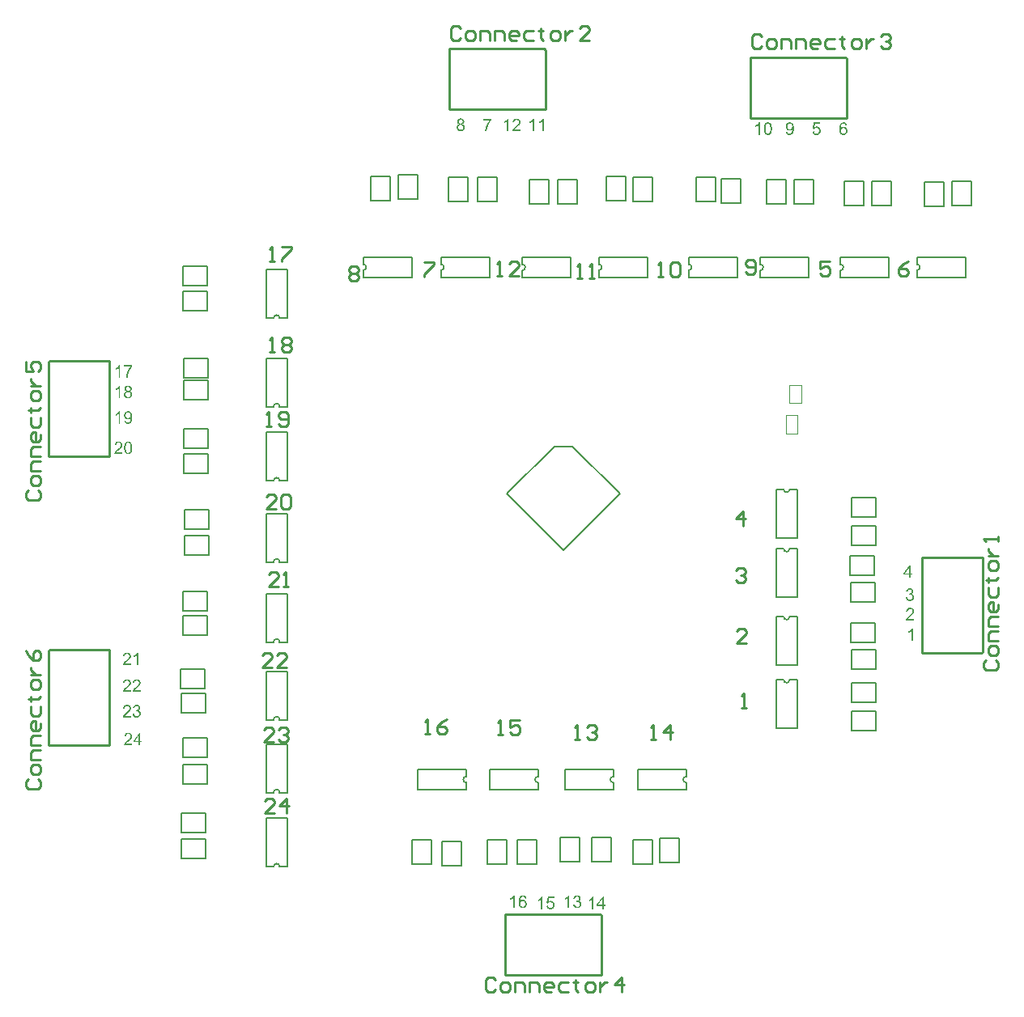
<source format=gbr>
%TF.GenerationSoftware,Altium Limited,Altium Designer,19.1.5 (86)*%
G04 Layer_Color=65535*
%FSLAX45Y45*%
%MOMM*%
%TF.FileFunction,Legend,Top*%
%TF.Part,Single*%
G01*
G75*
%TA.AperFunction,NonConductor*%
%ADD36C,0.25400*%
%ADD37C,0.20000*%
%ADD55C,0.05000*%
G36*
X7998955Y7939447D02*
X7998757Y7939249D01*
X7998360Y7938852D01*
X7997765Y7938059D01*
X7996773Y7937067D01*
X7995781Y7935678D01*
X7994393Y7934091D01*
X7992806Y7932107D01*
X7991219Y7930124D01*
X7989433Y7927743D01*
X7987450Y7924966D01*
X7985267Y7922189D01*
X7983284Y7919015D01*
X7981102Y7915642D01*
X7978721Y7912072D01*
X7976539Y7908104D01*
X7974159Y7904137D01*
X7973960Y7903938D01*
X7973563Y7903145D01*
X7972968Y7901954D01*
X7972175Y7900367D01*
X7971183Y7898384D01*
X7969993Y7896003D01*
X7968604Y7893226D01*
X7967215Y7890250D01*
X7965827Y7887076D01*
X7964240Y7883506D01*
X7962653Y7879737D01*
X7961066Y7875769D01*
X7958090Y7867636D01*
X7955313Y7858907D01*
Y7858709D01*
X7955115Y7858114D01*
X7954916Y7857320D01*
X7954520Y7856130D01*
X7954123Y7854543D01*
X7953726Y7852758D01*
X7953329Y7850576D01*
X7952734Y7848393D01*
X7952337Y7845815D01*
X7951742Y7843037D01*
X7950750Y7837086D01*
X7949957Y7830341D01*
X7949362Y7823200D01*
X7932897D01*
Y7823398D01*
Y7823993D01*
Y7824787D01*
X7933095Y7825977D01*
Y7827366D01*
X7933294Y7829151D01*
X7933492Y7831333D01*
X7933690Y7833515D01*
X7934087Y7836094D01*
X7934484Y7839070D01*
X7934880Y7842046D01*
X7935476Y7845220D01*
X7936071Y7848790D01*
X7936864Y7852361D01*
X7938848Y7860296D01*
Y7860494D01*
X7939046Y7861288D01*
X7939443Y7862478D01*
X7939840Y7864065D01*
X7940435Y7866049D01*
X7941228Y7868231D01*
X7942022Y7870810D01*
X7943014Y7873785D01*
X7944204Y7876761D01*
X7945394Y7880133D01*
X7948172Y7887275D01*
X7951544Y7894813D01*
X7955313Y7902351D01*
X7955511Y7902550D01*
X7955908Y7903343D01*
X7956503Y7904335D01*
X7957297Y7905724D01*
X7958289Y7907509D01*
X7959479Y7909493D01*
X7960867Y7911675D01*
X7962256Y7914254D01*
X7965827Y7919610D01*
X7969794Y7925363D01*
X7973960Y7931115D01*
X7978523Y7936670D01*
X7914646D01*
Y7951945D01*
X7998955D01*
Y7939447D01*
D02*
G37*
G36*
X7872789Y7823200D02*
X7856721D01*
Y7925164D01*
X7856523Y7924966D01*
X7855729Y7924172D01*
X7854341Y7923180D01*
X7852555Y7921792D01*
X7850373Y7920007D01*
X7847794Y7918221D01*
X7844819Y7916039D01*
X7841446Y7914055D01*
X7841248D01*
X7841050Y7913857D01*
X7839859Y7913063D01*
X7838074Y7912072D01*
X7835892Y7910881D01*
X7833313Y7909493D01*
X7830536Y7908302D01*
X7827560Y7906914D01*
X7824783Y7905724D01*
Y7921395D01*
X7824981D01*
X7825378Y7921594D01*
X7826172Y7921990D01*
X7826965Y7922585D01*
X7828155Y7923180D01*
X7829544Y7923776D01*
X7832718Y7925561D01*
X7836289Y7927743D01*
X7840256Y7930322D01*
X7844224Y7933298D01*
X7847993Y7936472D01*
X7848191Y7936670D01*
X7848389Y7936868D01*
X7849580Y7938059D01*
X7851365Y7939844D01*
X7853547Y7942026D01*
X7855928Y7944803D01*
X7858308Y7947779D01*
X7860490Y7950953D01*
X7862276Y7954127D01*
X7872789D01*
Y7823200D01*
D02*
G37*
G36*
X7872393Y7607300D02*
X7856324D01*
Y7709264D01*
X7856126Y7709066D01*
X7855333Y7708272D01*
X7853944Y7707280D01*
X7852159Y7705892D01*
X7849976Y7704107D01*
X7847398Y7702321D01*
X7844422Y7700139D01*
X7841050Y7698155D01*
X7840851D01*
X7840653Y7697957D01*
X7839463Y7697163D01*
X7837677Y7696172D01*
X7835495Y7694981D01*
X7832916Y7693593D01*
X7830139Y7692402D01*
X7827163Y7691014D01*
X7824386Y7689824D01*
Y7705495D01*
X7824585D01*
X7824981Y7705694D01*
X7825775Y7706090D01*
X7826568Y7706685D01*
X7827759Y7707280D01*
X7829147Y7707876D01*
X7832321Y7709661D01*
X7835892Y7711843D01*
X7839859Y7714422D01*
X7843827Y7717398D01*
X7847596Y7720572D01*
X7847794Y7720770D01*
X7847993Y7720968D01*
X7849183Y7722159D01*
X7850968Y7723944D01*
X7853150Y7726126D01*
X7855531Y7728903D01*
X7857911Y7731879D01*
X7860093Y7735053D01*
X7861879Y7738227D01*
X7872393D01*
Y7607300D01*
D02*
G37*
G36*
X7958289Y7738028D02*
X7959876D01*
X7961463Y7737632D01*
X7965430Y7737037D01*
X7969794Y7735846D01*
X7974357Y7734061D01*
X7976737Y7732871D01*
X7978920Y7731680D01*
X7981102Y7730094D01*
X7983085Y7728308D01*
X7983284Y7728110D01*
X7983482Y7727911D01*
X7984077Y7727316D01*
X7984672Y7726523D01*
X7985466Y7725531D01*
X7986458Y7724341D01*
X7988441Y7721563D01*
X7990227Y7717993D01*
X7992012Y7713827D01*
X7993202Y7709264D01*
X7993401Y7706685D01*
X7993599Y7704107D01*
Y7703710D01*
Y7702520D01*
X7993401Y7700933D01*
X7993004Y7698750D01*
X7992409Y7696172D01*
X7991615Y7693593D01*
X7990425Y7690815D01*
X7988838Y7688237D01*
X7988640Y7688038D01*
X7988045Y7687245D01*
X7986854Y7686054D01*
X7985267Y7684467D01*
X7983284Y7682880D01*
X7980705Y7681294D01*
X7977729Y7679508D01*
X7974357Y7678120D01*
X7974555D01*
X7974952Y7677921D01*
X7975547Y7677723D01*
X7976341Y7677326D01*
X7978523Y7676334D01*
X7981102Y7675144D01*
X7984077Y7673359D01*
X7987053Y7671176D01*
X7990028Y7668399D01*
X7992607Y7665424D01*
X7992806Y7665027D01*
X7993599Y7663837D01*
X7994591Y7662051D01*
X7995781Y7659472D01*
X7996972Y7656497D01*
X7997963Y7652926D01*
X7998757Y7648959D01*
X7998955Y7644594D01*
Y7644396D01*
Y7643801D01*
Y7643007D01*
X7998757Y7641817D01*
X7998559Y7640428D01*
X7998360Y7638643D01*
X7997567Y7634676D01*
X7995980Y7630311D01*
X7995186Y7627931D01*
X7993996Y7625550D01*
X7992607Y7623170D01*
X7991020Y7620789D01*
X7989235Y7618607D01*
X7987053Y7616425D01*
X7986854Y7616227D01*
X7986458Y7616028D01*
X7985863Y7615433D01*
X7984871Y7614640D01*
X7983681Y7613846D01*
X7982292Y7612854D01*
X7980705Y7611863D01*
X7978721Y7610871D01*
X7976539Y7609680D01*
X7974159Y7608689D01*
X7971580Y7607697D01*
X7968802Y7606903D01*
X7966025Y7606110D01*
X7962851Y7605515D01*
X7959479Y7605316D01*
X7955908Y7605118D01*
X7954123D01*
X7952734Y7605316D01*
X7951147Y7605515D01*
X7949163Y7605713D01*
X7947180Y7606110D01*
X7944799Y7606507D01*
X7939840Y7607895D01*
X7937261Y7608887D01*
X7934682Y7609879D01*
X7932103Y7611267D01*
X7929524Y7612656D01*
X7927144Y7614441D01*
X7924763Y7616425D01*
X7924565Y7616624D01*
X7924168Y7617020D01*
X7923772Y7617615D01*
X7922978Y7618409D01*
X7921986Y7619599D01*
X7920994Y7620988D01*
X7920002Y7622575D01*
X7919011Y7624360D01*
X7917820Y7626344D01*
X7916828Y7628526D01*
X7914845Y7633287D01*
X7914051Y7636064D01*
X7913654Y7638841D01*
X7913258Y7641817D01*
X7913059Y7644991D01*
Y7645189D01*
Y7645586D01*
Y7646181D01*
X7913258Y7647173D01*
Y7648165D01*
X7913456Y7649554D01*
X7913853Y7652331D01*
X7914646Y7655703D01*
X7915837Y7659274D01*
X7917225Y7662845D01*
X7919407Y7666217D01*
Y7666415D01*
X7919804Y7666614D01*
X7920598Y7667606D01*
X7922185Y7669193D01*
X7924168Y7670978D01*
X7926747Y7672962D01*
X7929921Y7674946D01*
X7933690Y7676731D01*
X7937856Y7678120D01*
X7937658D01*
X7937459Y7678318D01*
X7936269Y7678715D01*
X7934484Y7679707D01*
X7932302Y7680698D01*
X7929723Y7682285D01*
X7927342Y7684071D01*
X7924962Y7686054D01*
X7922978Y7688435D01*
X7922780Y7688832D01*
X7922185Y7689625D01*
X7921391Y7691014D01*
X7920598Y7692998D01*
X7919804Y7695378D01*
X7919011Y7698155D01*
X7918415Y7701131D01*
X7918217Y7704503D01*
Y7704702D01*
Y7705098D01*
Y7705892D01*
X7918415Y7706884D01*
X7918614Y7708074D01*
X7918812Y7709463D01*
X7919407Y7712835D01*
X7920598Y7716604D01*
X7922581Y7720572D01*
X7923573Y7722754D01*
X7924962Y7724737D01*
X7926549Y7726721D01*
X7928334Y7728507D01*
X7928533Y7728705D01*
X7928731Y7728903D01*
X7929326Y7729498D01*
X7930120Y7730094D01*
X7931310Y7730689D01*
X7932500Y7731680D01*
X7933889Y7732474D01*
X7935674Y7733466D01*
X7939443Y7735251D01*
X7944204Y7736640D01*
X7949560Y7737830D01*
X7952337Y7738028D01*
X7955511Y7738227D01*
X7957098D01*
X7958289Y7738028D01*
D02*
G37*
G36*
X7956305Y7471328D02*
X7957297D01*
X7958685Y7471130D01*
X7961859Y7470733D01*
X7965430Y7469741D01*
X7969199Y7468551D01*
X7973365Y7466964D01*
X7977333Y7464584D01*
X7977531D01*
X7977729Y7464187D01*
X7978324Y7463790D01*
X7979118Y7463394D01*
X7980903Y7461807D01*
X7983284Y7459624D01*
X7985863Y7456649D01*
X7988640Y7453475D01*
X7991219Y7449507D01*
X7993401Y7444945D01*
Y7444746D01*
X7993599Y7444350D01*
X7993996Y7443556D01*
X7994194Y7442564D01*
X7994789Y7441374D01*
X7995186Y7439787D01*
X7995583Y7437803D01*
X7996178Y7435621D01*
X7996773Y7433241D01*
X7997170Y7430463D01*
X7997765Y7427488D01*
X7998162Y7424314D01*
X7998360Y7420743D01*
X7998757Y7416974D01*
X7998955Y7412808D01*
Y7408444D01*
Y7408246D01*
Y7407254D01*
Y7406063D01*
Y7404278D01*
X7998757Y7402294D01*
Y7399715D01*
X7998559Y7397137D01*
X7998360Y7394161D01*
X7997567Y7387813D01*
X7996575Y7381068D01*
X7995186Y7374522D01*
X7994393Y7371546D01*
X7993401Y7368571D01*
Y7368372D01*
X7993202Y7367976D01*
X7992806Y7367182D01*
X7992409Y7366190D01*
X7991814Y7364802D01*
X7991219Y7363413D01*
X7989433Y7360239D01*
X7987053Y7356470D01*
X7984276Y7352701D01*
X7981102Y7349130D01*
X7977333Y7345956D01*
X7977134D01*
X7976936Y7345559D01*
X7976341Y7345361D01*
X7975349Y7344766D01*
X7974357Y7344171D01*
X7973167Y7343576D01*
X7970191Y7342187D01*
X7966422Y7340798D01*
X7962256Y7339608D01*
X7957297Y7338815D01*
X7952139Y7338418D01*
X7950750D01*
X7949560Y7338616D01*
X7948370D01*
X7946783Y7338815D01*
X7943212Y7339410D01*
X7939245Y7340402D01*
X7935079Y7341989D01*
X7931111Y7343972D01*
X7927144Y7346750D01*
X7926946Y7346948D01*
X7926747Y7347146D01*
X7925557Y7348337D01*
X7923970Y7350320D01*
X7921986Y7352899D01*
X7920002Y7356272D01*
X7918217Y7360437D01*
X7916630Y7365198D01*
X7915638Y7370753D01*
X7930913Y7371943D01*
Y7371745D01*
Y7371546D01*
X7931111Y7370951D01*
X7931310Y7370158D01*
X7931707Y7368174D01*
X7932500Y7365992D01*
X7933492Y7363413D01*
X7934682Y7360834D01*
X7936269Y7358255D01*
X7938253Y7356272D01*
X7938451Y7356073D01*
X7939245Y7355478D01*
X7940435Y7354685D01*
X7942220Y7353891D01*
X7944204Y7353098D01*
X7946585Y7352304D01*
X7949362Y7351709D01*
X7952536Y7351511D01*
X7953726D01*
X7955115Y7351709D01*
X7956900Y7351907D01*
X7958884Y7352304D01*
X7961066Y7352899D01*
X7963248Y7353693D01*
X7965430Y7354883D01*
X7965628Y7355081D01*
X7966422Y7355478D01*
X7967414Y7356272D01*
X7968604Y7357263D01*
X7970191Y7358454D01*
X7971580Y7360041D01*
X7973167Y7361826D01*
X7974555Y7363810D01*
X7974754Y7364008D01*
X7975150Y7364802D01*
X7975746Y7366190D01*
X7976737Y7367976D01*
X7977531Y7370158D01*
X7978523Y7372737D01*
X7979515Y7375712D01*
X7980507Y7379085D01*
Y7379283D01*
X7980705Y7379481D01*
Y7380076D01*
X7980903Y7380672D01*
X7981300Y7382655D01*
X7981697Y7385234D01*
X7982094Y7388210D01*
X7982490Y7391384D01*
X7982887Y7394954D01*
Y7398724D01*
Y7398922D01*
Y7399517D01*
Y7400509D01*
Y7401898D01*
X7982689Y7401501D01*
X7981895Y7400707D01*
X7980903Y7399120D01*
X7979316Y7397533D01*
X7977531Y7395550D01*
X7975150Y7393367D01*
X7972572Y7391384D01*
X7969596Y7389400D01*
X7969199Y7389202D01*
X7968207Y7388607D01*
X7966422Y7388011D01*
X7964240Y7387218D01*
X7961661Y7386226D01*
X7958685Y7385631D01*
X7955313Y7385036D01*
X7951742Y7384837D01*
X7950155D01*
X7948965Y7385036D01*
X7947576Y7385234D01*
X7945989Y7385433D01*
X7942220Y7386226D01*
X7937856Y7387615D01*
X7935674Y7388607D01*
X7933294Y7389797D01*
X7931111Y7391185D01*
X7928731Y7392772D01*
X7926549Y7394558D01*
X7924367Y7396541D01*
X7924168Y7396740D01*
X7923970Y7397137D01*
X7923375Y7397732D01*
X7922581Y7398724D01*
X7921788Y7399914D01*
X7920796Y7401302D01*
X7919804Y7402889D01*
X7918812Y7404873D01*
X7917820Y7406857D01*
X7916828Y7409237D01*
X7915837Y7411816D01*
X7915043Y7414594D01*
X7914250Y7417569D01*
X7913654Y7420545D01*
X7913456Y7423917D01*
X7913258Y7427488D01*
Y7427686D01*
Y7428281D01*
Y7429472D01*
X7913456Y7430860D01*
X7913654Y7432447D01*
X7913853Y7434431D01*
X7914250Y7436613D01*
X7914646Y7438994D01*
X7916035Y7443953D01*
X7917027Y7446730D01*
X7918217Y7449309D01*
X7919407Y7452086D01*
X7920994Y7454665D01*
X7922780Y7457046D01*
X7924763Y7459426D01*
X7924962Y7459624D01*
X7925359Y7460021D01*
X7925954Y7460616D01*
X7926946Y7461410D01*
X7927937Y7462203D01*
X7929326Y7463195D01*
X7930913Y7464385D01*
X7932897Y7465576D01*
X7934880Y7466567D01*
X7937063Y7467758D01*
X7942022Y7469741D01*
X7944799Y7470337D01*
X7947775Y7470932D01*
X7950949Y7471328D01*
X7954123Y7471527D01*
X7955313D01*
X7956305Y7471328D01*
D02*
G37*
G36*
X7872393Y7340600D02*
X7856324D01*
Y7442564D01*
X7856126Y7442366D01*
X7855333Y7441572D01*
X7853944Y7440580D01*
X7852159Y7439192D01*
X7849976Y7437407D01*
X7847398Y7435621D01*
X7844422Y7433439D01*
X7841050Y7431455D01*
X7840851D01*
X7840653Y7431257D01*
X7839463Y7430463D01*
X7837677Y7429472D01*
X7835495Y7428281D01*
X7832916Y7426893D01*
X7830139Y7425702D01*
X7827163Y7424314D01*
X7824386Y7423124D01*
Y7438795D01*
X7824585D01*
X7824981Y7438994D01*
X7825775Y7439390D01*
X7826568Y7439985D01*
X7827759Y7440580D01*
X7829147Y7441176D01*
X7832321Y7442961D01*
X7835892Y7445143D01*
X7839859Y7447722D01*
X7843827Y7450698D01*
X7847596Y7453872D01*
X7847794Y7454070D01*
X7847993Y7454268D01*
X7849183Y7455459D01*
X7850968Y7457244D01*
X7853150Y7459426D01*
X7855531Y7462203D01*
X7857911Y7465179D01*
X7860093Y7468353D01*
X7861879Y7471527D01*
X7872393D01*
Y7340600D01*
D02*
G37*
G36*
X14564107Y10363200D02*
X14548038D01*
Y10465164D01*
X14547839Y10464966D01*
X14547046Y10464172D01*
X14545657Y10463180D01*
X14543872Y10461792D01*
X14541690Y10460007D01*
X14539111Y10458221D01*
X14536136Y10456039D01*
X14532764Y10454055D01*
X14532565D01*
X14532367Y10453857D01*
X14531177Y10453063D01*
X14529391Y10452072D01*
X14527209Y10450881D01*
X14524631Y10449493D01*
X14521854Y10448302D01*
X14518877Y10446914D01*
X14516100Y10445724D01*
Y10461395D01*
X14516298D01*
X14516695Y10461594D01*
X14517490Y10461990D01*
X14518282Y10462585D01*
X14519472Y10463180D01*
X14520860Y10463776D01*
X14524036Y10465561D01*
X14527606Y10467743D01*
X14531573Y10470322D01*
X14535541Y10473298D01*
X14539310Y10476472D01*
X14539508Y10476670D01*
X14539706Y10476868D01*
X14540897Y10478059D01*
X14542682Y10479844D01*
X14544864Y10482026D01*
X14547244Y10484803D01*
X14549625Y10487779D01*
X14551807Y10490953D01*
X14553593Y10494127D01*
X14564107D01*
Y10363200D01*
D02*
G37*
G36*
X14651193Y10493928D02*
X14653574Y10493532D01*
X14656351Y10493135D01*
X14659525Y10492341D01*
X14662698Y10491151D01*
X14665674Y10489763D01*
X14666071Y10489564D01*
X14667062Y10488969D01*
X14668451Y10487977D01*
X14670435Y10486787D01*
X14672420Y10485002D01*
X14674602Y10482820D01*
X14676784Y10480439D01*
X14678767Y10477662D01*
X14678966Y10477265D01*
X14679559Y10476273D01*
X14680553Y10474488D01*
X14681741Y10472306D01*
X14682933Y10469528D01*
X14684322Y10466156D01*
X14685710Y10462387D01*
X14686900Y10458221D01*
Y10458023D01*
X14687099Y10457626D01*
Y10457031D01*
X14687297Y10456039D01*
X14687694Y10455047D01*
X14687892Y10453659D01*
X14688091Y10451873D01*
X14688487Y10450088D01*
X14688686Y10447906D01*
X14688884Y10445724D01*
X14689281Y10443145D01*
X14689479Y10440367D01*
X14689677Y10437392D01*
Y10434416D01*
X14689876Y10427473D01*
Y10427275D01*
Y10426481D01*
Y10425291D01*
Y10423704D01*
X14689677Y10421720D01*
Y10419538D01*
X14689479Y10416959D01*
X14689281Y10414182D01*
X14688686Y10408231D01*
X14687892Y10402081D01*
X14686702Y10395932D01*
X14685909Y10393154D01*
X14685115Y10390377D01*
Y10390179D01*
X14684917Y10389782D01*
X14684718Y10388989D01*
X14684322Y10387997D01*
X14683727Y10386807D01*
X14683131Y10385616D01*
X14681544Y10382442D01*
X14679559Y10378872D01*
X14677180Y10375301D01*
X14674402Y10371730D01*
X14671030Y10368556D01*
X14670831D01*
X14670633Y10368159D01*
X14670038Y10367961D01*
X14669443Y10367366D01*
X14667261Y10366176D01*
X14664682Y10364787D01*
X14661111Y10363398D01*
X14657144Y10362208D01*
X14652580Y10361415D01*
X14647424Y10361018D01*
X14645638D01*
X14644250Y10361216D01*
X14642664Y10361415D01*
X14640877Y10361811D01*
X14638895Y10362208D01*
X14636711Y10362605D01*
X14631950Y10364192D01*
X14629372Y10365382D01*
X14626991Y10366572D01*
X14624413Y10368159D01*
X14622032Y10369945D01*
X14619850Y10371928D01*
X14617667Y10374309D01*
X14617468Y10374507D01*
X14617072Y10375102D01*
X14616476Y10376094D01*
X14615685Y10377483D01*
X14614693Y10379268D01*
X14613699Y10381450D01*
X14612511Y10384029D01*
X14611320Y10387203D01*
X14610129Y10390576D01*
X14608939Y10394543D01*
X14607947Y10398907D01*
X14606955Y10403668D01*
X14606161Y10409024D01*
X14605566Y10414579D01*
X14605170Y10420927D01*
X14604971Y10427473D01*
Y10427672D01*
Y10428465D01*
Y10429655D01*
Y10431242D01*
X14605170Y10433226D01*
Y10435408D01*
X14605368Y10437987D01*
X14605566Y10440764D01*
X14606161Y10446715D01*
X14606955Y10452865D01*
X14607947Y10459015D01*
X14608742Y10461792D01*
X14609534Y10464569D01*
Y10464767D01*
X14609734Y10465164D01*
X14610129Y10465958D01*
X14610526Y10466950D01*
X14610922Y10468140D01*
X14611517Y10469528D01*
X14613104Y10472702D01*
X14615089Y10476273D01*
X14617468Y10479844D01*
X14620245Y10483216D01*
X14623619Y10486390D01*
X14623817D01*
X14624014Y10486787D01*
X14624611Y10487184D01*
X14625404Y10487580D01*
X14627388Y10488771D01*
X14630165Y10490358D01*
X14633537Y10491746D01*
X14637703Y10492937D01*
X14642265Y10493730D01*
X14647424Y10494127D01*
X14649210D01*
X14651193Y10493928D01*
D02*
G37*
G36*
X14876646D02*
X14877638D01*
X14879028Y10493730D01*
X14882202Y10493333D01*
X14885773Y10492341D01*
X14889542Y10491151D01*
X14893707Y10489564D01*
X14897675Y10487184D01*
X14897873D01*
X14898071Y10486787D01*
X14898666Y10486390D01*
X14899460Y10485994D01*
X14901247Y10484407D01*
X14903625Y10482224D01*
X14906206Y10479249D01*
X14908981Y10476075D01*
X14911562Y10472107D01*
X14913744Y10467545D01*
Y10467346D01*
X14913940Y10466950D01*
X14914339Y10466156D01*
X14914537Y10465164D01*
X14915132Y10463974D01*
X14915527Y10462387D01*
X14915926Y10460403D01*
X14916521Y10458221D01*
X14917114Y10455841D01*
X14917513Y10453063D01*
X14918108Y10450088D01*
X14918504Y10446914D01*
X14918703Y10443343D01*
X14919099Y10439574D01*
X14919298Y10435408D01*
Y10431044D01*
Y10430846D01*
Y10429854D01*
Y10428663D01*
Y10426878D01*
X14919099Y10424894D01*
Y10422315D01*
X14918901Y10419737D01*
X14918703Y10416761D01*
X14917909Y10410413D01*
X14916917Y10403668D01*
X14915527Y10397122D01*
X14914735Y10394146D01*
X14913744Y10391171D01*
Y10390972D01*
X14913545Y10390576D01*
X14913148Y10389782D01*
X14912750Y10388790D01*
X14912157Y10387402D01*
X14911562Y10386013D01*
X14909776Y10382839D01*
X14907394Y10379070D01*
X14904617Y10375301D01*
X14901443Y10371730D01*
X14897675Y10368556D01*
X14897476D01*
X14897278Y10368159D01*
X14896683Y10367961D01*
X14895691Y10367366D01*
X14894699Y10366771D01*
X14893509Y10366176D01*
X14890533Y10364787D01*
X14886765Y10363398D01*
X14882597Y10362208D01*
X14877638Y10361415D01*
X14872481Y10361018D01*
X14871094D01*
X14869902Y10361216D01*
X14868712D01*
X14867125Y10361415D01*
X14863554Y10362010D01*
X14859587Y10363002D01*
X14855421Y10364589D01*
X14851454Y10366572D01*
X14847485Y10369350D01*
X14847289Y10369548D01*
X14847089Y10369746D01*
X14845898Y10370937D01*
X14844312Y10372920D01*
X14842328Y10375499D01*
X14840344Y10378872D01*
X14838559Y10383037D01*
X14836972Y10387798D01*
X14835980Y10393353D01*
X14851254Y10394543D01*
Y10394345D01*
Y10394146D01*
X14851454Y10393551D01*
X14851653Y10392758D01*
X14852049Y10390774D01*
X14852843Y10388592D01*
X14853835Y10386013D01*
X14855025Y10383434D01*
X14856612Y10380855D01*
X14858595Y10378872D01*
X14858794Y10378673D01*
X14859587Y10378078D01*
X14860777Y10377285D01*
X14862563Y10376491D01*
X14864546Y10375698D01*
X14866927Y10374904D01*
X14869704Y10374309D01*
X14872878Y10374111D01*
X14874068D01*
X14875456Y10374309D01*
X14877242Y10374507D01*
X14879227Y10374904D01*
X14881409Y10375499D01*
X14883591Y10376293D01*
X14885773Y10377483D01*
X14885971Y10377681D01*
X14886765Y10378078D01*
X14887756Y10378872D01*
X14888947Y10379863D01*
X14890533Y10381054D01*
X14891922Y10382641D01*
X14893509Y10384426D01*
X14894897Y10386410D01*
X14895096Y10386608D01*
X14895493Y10387402D01*
X14896088Y10388790D01*
X14897079Y10390576D01*
X14897873Y10392758D01*
X14898865Y10395337D01*
X14899857Y10398312D01*
X14900848Y10401685D01*
Y10401883D01*
X14901047Y10402081D01*
Y10402676D01*
X14901247Y10403272D01*
X14901642Y10405255D01*
X14902039Y10407834D01*
X14902435Y10410810D01*
X14902834Y10413984D01*
X14903229Y10417554D01*
Y10421324D01*
Y10421522D01*
Y10422117D01*
Y10423109D01*
Y10424498D01*
X14903030Y10424101D01*
X14902237Y10423307D01*
X14901247Y10421720D01*
X14899660Y10420133D01*
X14897873Y10418150D01*
X14895493Y10415967D01*
X14892914Y10413984D01*
X14889938Y10412000D01*
X14889542Y10411802D01*
X14888550Y10411207D01*
X14886765Y10410611D01*
X14884583Y10409818D01*
X14882002Y10408826D01*
X14879028Y10408231D01*
X14875655Y10407636D01*
X14872086Y10407437D01*
X14870499D01*
X14869307Y10407636D01*
X14867918Y10407834D01*
X14866331Y10408033D01*
X14862563Y10408826D01*
X14858199Y10410215D01*
X14856017Y10411207D01*
X14853636Y10412397D01*
X14851454Y10413785D01*
X14849072Y10415372D01*
X14846890Y10417158D01*
X14844708Y10419141D01*
X14844511Y10419340D01*
X14844312Y10419737D01*
X14843716Y10420332D01*
X14842924Y10421324D01*
X14842130Y10422514D01*
X14841138Y10423902D01*
X14840146Y10425489D01*
X14839154Y10427473D01*
X14838164Y10429457D01*
X14837170Y10431837D01*
X14836179Y10434416D01*
X14835385Y10437194D01*
X14834592Y10440169D01*
X14833997Y10443145D01*
X14833798Y10446517D01*
X14833600Y10450088D01*
Y10450286D01*
Y10450881D01*
Y10452072D01*
X14833798Y10453460D01*
X14833997Y10455047D01*
X14834195Y10457031D01*
X14834592Y10459213D01*
X14834988Y10461594D01*
X14836377Y10466553D01*
X14837369Y10469330D01*
X14838559Y10471909D01*
X14839751Y10474686D01*
X14841338Y10477265D01*
X14843121Y10479646D01*
X14845107Y10482026D01*
X14845303Y10482224D01*
X14845702Y10482621D01*
X14846297Y10483216D01*
X14847289Y10484010D01*
X14848280Y10484803D01*
X14849667Y10485795D01*
X14851254Y10486985D01*
X14853239Y10488176D01*
X14855223Y10489167D01*
X14857405Y10490358D01*
X14862364Y10492341D01*
X14865141Y10492937D01*
X14868117Y10493532D01*
X14871291Y10493928D01*
X14874464Y10494127D01*
X14875655D01*
X14876646Y10493928D01*
D02*
G37*
G36*
X15441795D02*
X15442986D01*
X15444572Y10493730D01*
X15448143Y10493135D01*
X15452110Y10491945D01*
X15456276Y10490358D01*
X15460442Y10488374D01*
X15462427Y10486985D01*
X15464410Y10485398D01*
X15464607D01*
X15464807Y10485002D01*
X15465997Y10483811D01*
X15467584Y10481828D01*
X15469566Y10479249D01*
X15471750Y10475876D01*
X15473535Y10471909D01*
X15475320Y10467148D01*
X15476312Y10461792D01*
X15460442Y10460602D01*
Y10460800D01*
Y10460998D01*
X15460046Y10462189D01*
X15459450Y10463776D01*
X15458855Y10465759D01*
X15456873Y10470322D01*
X15455681Y10472306D01*
X15454292Y10474091D01*
X15454094Y10474488D01*
X15453102Y10475281D01*
X15451714Y10476273D01*
X15449928Y10477662D01*
X15447548Y10478852D01*
X15444771Y10480042D01*
X15441597Y10480836D01*
X15438223Y10481034D01*
X15436836D01*
X15435448Y10480836D01*
X15433662Y10480439D01*
X15431480Y10480042D01*
X15429099Y10479249D01*
X15426917Y10478059D01*
X15424538Y10476670D01*
X15424139Y10476472D01*
X15423346Y10475678D01*
X15421957Y10474289D01*
X15420370Y10472504D01*
X15418387Y10470322D01*
X15416403Y10467545D01*
X15414420Y10464172D01*
X15412634Y10460403D01*
Y10460205D01*
X15412436Y10460007D01*
X15412238Y10459213D01*
X15412039Y10458420D01*
X15411642Y10457428D01*
X15411246Y10456039D01*
X15410849Y10454452D01*
X15410452Y10452667D01*
X15410056Y10450683D01*
X15409659Y10448501D01*
X15409262Y10445922D01*
X15408865Y10443343D01*
X15408667Y10440367D01*
X15408469Y10437194D01*
X15408270Y10433821D01*
Y10430449D01*
X15408469Y10430647D01*
X15409262Y10431639D01*
X15410452Y10433226D01*
X15412238Y10435210D01*
X15414221Y10437392D01*
X15416602Y10439574D01*
X15419379Y10441558D01*
X15422354Y10443343D01*
X15422751Y10443541D01*
X15423743Y10443938D01*
X15425528Y10444732D01*
X15427711Y10445525D01*
X15430289Y10446319D01*
X15433266Y10447112D01*
X15436440Y10447509D01*
X15439812Y10447707D01*
X15441399D01*
X15442589Y10447509D01*
X15443977Y10447311D01*
X15445564Y10447112D01*
X15449333Y10446319D01*
X15453499Y10444732D01*
X15455881Y10443938D01*
X15458063Y10442748D01*
X15460442Y10441359D01*
X15462823Y10439772D01*
X15465005Y10437987D01*
X15467188Y10435805D01*
X15467384Y10435607D01*
X15467584Y10435210D01*
X15468179Y10434615D01*
X15468971Y10433623D01*
X15469766Y10432433D01*
X15470758Y10431044D01*
X15471750Y10429457D01*
X15472940Y10427672D01*
X15473932Y10425489D01*
X15474924Y10423307D01*
X15475916Y10420728D01*
X15476709Y10418150D01*
X15477502Y10415174D01*
X15478098Y10412198D01*
X15478296Y10408826D01*
X15478494Y10405454D01*
Y10405255D01*
Y10404859D01*
Y10404263D01*
Y10403470D01*
X15478296Y10402280D01*
Y10401089D01*
X15477899Y10397915D01*
X15477106Y10394543D01*
X15476312Y10390576D01*
X15474924Y10386608D01*
X15473138Y10382641D01*
Y10382442D01*
X15472940Y10382244D01*
X15472543Y10381649D01*
X15472147Y10380855D01*
X15470956Y10379070D01*
X15469370Y10376689D01*
X15467188Y10374111D01*
X15464607Y10371532D01*
X15461832Y10368953D01*
X15458459Y10366572D01*
X15458063Y10366374D01*
X15456873Y10365779D01*
X15454887Y10364787D01*
X15452507Y10363795D01*
X15449333Y10362803D01*
X15445763Y10361811D01*
X15441795Y10361216D01*
X15437630Y10361018D01*
X15436836D01*
X15435646Y10361216D01*
X15434258D01*
X15432671Y10361415D01*
X15430685Y10361811D01*
X15428503Y10362208D01*
X15426125Y10362803D01*
X15423544Y10363597D01*
X15420767Y10364589D01*
X15418188Y10365779D01*
X15415411Y10367167D01*
X15412634Y10368953D01*
X15409857Y10370937D01*
X15407278Y10373119D01*
X15404898Y10375698D01*
X15404700Y10375896D01*
X15404301Y10376491D01*
X15403706Y10377285D01*
X15402914Y10378475D01*
X15401923Y10380062D01*
X15400929Y10382046D01*
X15399741Y10384426D01*
X15398747Y10387203D01*
X15397559Y10390377D01*
X15396367Y10393948D01*
X15395377Y10397915D01*
X15394383Y10402280D01*
X15393590Y10407041D01*
X15392995Y10412397D01*
X15392598Y10417951D01*
X15392400Y10424101D01*
Y10424299D01*
Y10424498D01*
Y10425093D01*
Y10425688D01*
Y10427672D01*
X15392598Y10430250D01*
X15392796Y10433424D01*
X15393193Y10436995D01*
X15393590Y10440963D01*
X15394185Y10445128D01*
X15394780Y10449691D01*
X15395772Y10454254D01*
X15396964Y10458816D01*
X15398351Y10463180D01*
X15399937Y10467743D01*
X15401724Y10471711D01*
X15403906Y10475678D01*
X15406287Y10479050D01*
X15406485Y10479249D01*
X15406882Y10479646D01*
X15407475Y10480439D01*
X15408469Y10481431D01*
X15409857Y10482621D01*
X15411246Y10483811D01*
X15413031Y10485200D01*
X15415015Y10486589D01*
X15417197Y10487977D01*
X15419775Y10489366D01*
X15422354Y10490556D01*
X15425330Y10491746D01*
X15428503Y10492738D01*
X15431876Y10493532D01*
X15435448Y10493928D01*
X15439217Y10494127D01*
X15440605D01*
X15441795Y10493928D01*
D02*
G37*
G36*
X15193143Y10476273D02*
X15141170D01*
X15134029Y10441161D01*
X15134225Y10441359D01*
X15134624Y10441558D01*
X15135217Y10441954D01*
X15136011Y10442550D01*
X15137202Y10443145D01*
X15138393Y10443740D01*
X15141566Y10445327D01*
X15145137Y10446914D01*
X15149303Y10448104D01*
X15153865Y10449096D01*
X15158626Y10449493D01*
X15160213D01*
X15161403Y10449294D01*
X15162990Y10449096D01*
X15164577Y10448898D01*
X15166560Y10448501D01*
X15168546Y10448104D01*
X15173106Y10446517D01*
X15175488Y10445724D01*
X15177869Y10444533D01*
X15180447Y10443145D01*
X15182828Y10441558D01*
X15185208Y10439772D01*
X15187390Y10437590D01*
X15187589Y10437392D01*
X15187985Y10436995D01*
X15188580Y10436400D01*
X15189175Y10435408D01*
X15190167Y10434218D01*
X15191159Y10432829D01*
X15192151Y10431242D01*
X15193341Y10429457D01*
X15194531Y10427275D01*
X15195525Y10425093D01*
X15196515Y10422514D01*
X15197507Y10419935D01*
X15198102Y10416959D01*
X15198698Y10413984D01*
X15199094Y10410611D01*
X15199294Y10407239D01*
Y10407041D01*
Y10406446D01*
Y10405454D01*
X15199094Y10404263D01*
X15198895Y10402676D01*
X15198698Y10400891D01*
X15198499Y10398907D01*
X15198102Y10396725D01*
X15196713Y10391964D01*
X15194928Y10387005D01*
X15193738Y10384228D01*
X15192349Y10381649D01*
X15190762Y10379070D01*
X15188977Y10376689D01*
X15188779Y10376491D01*
X15188382Y10376094D01*
X15187589Y10375301D01*
X15186597Y10374309D01*
X15185406Y10373119D01*
X15183820Y10371730D01*
X15182034Y10370341D01*
X15179852Y10368953D01*
X15177670Y10367366D01*
X15175092Y10365977D01*
X15172115Y10364589D01*
X15169141Y10363398D01*
X15165767Y10362407D01*
X15162395Y10361613D01*
X15158626Y10361216D01*
X15154659Y10361018D01*
X15152873D01*
X15151683Y10361216D01*
X15150294Y10361415D01*
X15148509Y10361613D01*
X15146526Y10361811D01*
X15144344Y10362208D01*
X15139780Y10363398D01*
X15135020Y10365184D01*
X15132639Y10366374D01*
X15130260Y10367763D01*
X15127878Y10369151D01*
X15125696Y10370937D01*
X15125497Y10371135D01*
X15125299Y10371333D01*
X15124704Y10371928D01*
X15123911Y10372722D01*
X15123117Y10373714D01*
X15122125Y10374904D01*
X15121133Y10376293D01*
X15119943Y10377880D01*
X15117761Y10381649D01*
X15115579Y10386211D01*
X15113992Y10391369D01*
X15113397Y10394345D01*
X15113000Y10397320D01*
X15129861Y10398511D01*
Y10398312D01*
Y10397915D01*
X15130060Y10397320D01*
X15130260Y10396527D01*
X15130853Y10394345D01*
X15131647Y10391567D01*
X15132639Y10388592D01*
X15134225Y10385616D01*
X15136011Y10382641D01*
X15138393Y10380062D01*
X15138789Y10379863D01*
X15139581Y10379070D01*
X15140971Y10378276D01*
X15142953Y10377086D01*
X15145335Y10376094D01*
X15148112Y10375102D01*
X15151286Y10374309D01*
X15154659Y10374111D01*
X15155849D01*
X15156642Y10374309D01*
X15158824Y10374507D01*
X15161601Y10375102D01*
X15164577Y10376293D01*
X15167950Y10377681D01*
X15171124Y10379863D01*
X15172711Y10381054D01*
X15174298Y10382641D01*
Y10382839D01*
X15174693Y10383037D01*
X15175488Y10384228D01*
X15176875Y10386211D01*
X15178265Y10388790D01*
X15179654Y10392163D01*
X15181042Y10396130D01*
X15181836Y10400693D01*
X15182233Y10405850D01*
Y10406049D01*
Y10406446D01*
Y10407239D01*
X15182034Y10408033D01*
Y10409223D01*
X15181836Y10410611D01*
X15181241Y10413785D01*
X15180447Y10417158D01*
X15179059Y10420728D01*
X15177075Y10424299D01*
X15174496Y10427473D01*
X15174100Y10427870D01*
X15173106Y10428663D01*
X15171519Y10430052D01*
X15169141Y10431441D01*
X15166364Y10432829D01*
X15162791Y10434218D01*
X15158824Y10435011D01*
X15154460Y10435408D01*
X15153072D01*
X15151683Y10435210D01*
X15149699Y10435011D01*
X15147517Y10434416D01*
X15145137Y10433821D01*
X15142757Y10432829D01*
X15140376Y10431639D01*
X15140176Y10431441D01*
X15139384Y10431044D01*
X15138193Y10430250D01*
X15136806Y10429259D01*
X15135416Y10427870D01*
X15133829Y10426283D01*
X15132242Y10424498D01*
X15130853Y10422514D01*
X15115778Y10424696D01*
X15128473Y10491548D01*
X15193143D01*
Y10476273D01*
D02*
G37*
G36*
X12088173Y2404028D02*
X12089363D01*
X12090950Y2403830D01*
X12094521Y2403235D01*
X12098489Y2402045D01*
X12102654Y2400458D01*
X12106820Y2398474D01*
X12108804Y2397085D01*
X12110788Y2395498D01*
X12110986D01*
X12111185Y2395102D01*
X12112375Y2393911D01*
X12113962Y2391928D01*
X12115946Y2389349D01*
X12118128Y2385976D01*
X12119913Y2382009D01*
X12121698Y2377248D01*
X12122690Y2371892D01*
X12106820Y2370702D01*
Y2370900D01*
Y2371098D01*
X12106424Y2372289D01*
X12105828Y2373876D01*
X12105233Y2375859D01*
X12103250Y2380422D01*
X12102059Y2382406D01*
X12100671Y2384191D01*
X12100472Y2384588D01*
X12099480Y2385381D01*
X12098092Y2386373D01*
X12096307Y2387762D01*
X12093926Y2388952D01*
X12091149Y2390142D01*
X12087975Y2390936D01*
X12084602Y2391134D01*
X12083214D01*
X12081825Y2390936D01*
X12080040Y2390539D01*
X12077858Y2390142D01*
X12075477Y2389349D01*
X12073295Y2388159D01*
X12070915Y2386770D01*
X12070518Y2386572D01*
X12069724Y2385778D01*
X12068336Y2384389D01*
X12066749Y2382604D01*
X12064765Y2380422D01*
X12062781Y2377645D01*
X12060798Y2374272D01*
X12059012Y2370503D01*
Y2370305D01*
X12058814Y2370107D01*
X12058615Y2369313D01*
X12058417Y2368520D01*
X12058020Y2367528D01*
X12057624Y2366139D01*
X12057227Y2364552D01*
X12056830Y2362767D01*
X12056433Y2360783D01*
X12056037Y2358601D01*
X12055640Y2356022D01*
X12055243Y2353443D01*
X12055045Y2350467D01*
X12054846Y2347294D01*
X12054648Y2343921D01*
Y2340549D01*
X12054846Y2340747D01*
X12055640Y2341739D01*
X12056830Y2343326D01*
X12058615Y2345310D01*
X12060599Y2347492D01*
X12062980Y2349674D01*
X12065757Y2351658D01*
X12068733Y2353443D01*
X12069129Y2353641D01*
X12070121Y2354038D01*
X12071907Y2354832D01*
X12074089Y2355625D01*
X12076667Y2356419D01*
X12079643Y2357212D01*
X12082817Y2357609D01*
X12086189Y2357807D01*
X12087776D01*
X12088967Y2357609D01*
X12090355Y2357411D01*
X12091942Y2357212D01*
X12095711Y2356419D01*
X12099877Y2354832D01*
X12102258Y2354038D01*
X12104440Y2352848D01*
X12106820Y2351459D01*
X12109201Y2349872D01*
X12111383Y2348087D01*
X12113565Y2345905D01*
X12113763Y2345707D01*
X12113962Y2345310D01*
X12114557Y2344715D01*
X12115350Y2343723D01*
X12116144Y2342533D01*
X12117136Y2341144D01*
X12118128Y2339557D01*
X12119318Y2337772D01*
X12120310Y2335589D01*
X12121302Y2333407D01*
X12122294Y2330828D01*
X12123087Y2328250D01*
X12123881Y2325274D01*
X12124476Y2322298D01*
X12124674Y2318926D01*
X12124872Y2315554D01*
Y2315355D01*
Y2314959D01*
Y2314363D01*
Y2313570D01*
X12124674Y2312380D01*
Y2311189D01*
X12124277Y2308015D01*
X12123484Y2304643D01*
X12122690Y2300676D01*
X12121302Y2296708D01*
X12119516Y2292741D01*
Y2292542D01*
X12119318Y2292344D01*
X12118921Y2291749D01*
X12118524Y2290955D01*
X12117334Y2289170D01*
X12115747Y2286789D01*
X12113565Y2284211D01*
X12110986Y2281632D01*
X12108209Y2279053D01*
X12104837Y2276672D01*
X12104440Y2276474D01*
X12103250Y2275879D01*
X12101266Y2274887D01*
X12098885Y2273895D01*
X12095711Y2272903D01*
X12092141Y2271911D01*
X12088173Y2271316D01*
X12084007Y2271118D01*
X12083214D01*
X12082024Y2271316D01*
X12080635D01*
X12079048Y2271515D01*
X12077064Y2271911D01*
X12074882Y2272308D01*
X12072502Y2272903D01*
X12069923Y2273697D01*
X12067146Y2274689D01*
X12064567Y2275879D01*
X12061789Y2277267D01*
X12059012Y2279053D01*
X12056235Y2281037D01*
X12053656Y2283219D01*
X12051276Y2285798D01*
X12051077Y2285996D01*
X12050680Y2286591D01*
X12050085Y2287385D01*
X12049292Y2288575D01*
X12048300Y2290162D01*
X12047308Y2292146D01*
X12046118Y2294526D01*
X12045126Y2297303D01*
X12043936Y2300477D01*
X12042746Y2304048D01*
X12041754Y2308015D01*
X12040762Y2312380D01*
X12039968Y2317141D01*
X12039373Y2322497D01*
X12038976Y2328051D01*
X12038778Y2334201D01*
Y2334399D01*
Y2334598D01*
Y2335193D01*
Y2335788D01*
Y2337772D01*
X12038976Y2340350D01*
X12039175Y2343524D01*
X12039572Y2347095D01*
X12039968Y2351063D01*
X12040563Y2355228D01*
X12041159Y2359791D01*
X12042150Y2364354D01*
X12043341Y2368916D01*
X12044729Y2373280D01*
X12046316Y2377843D01*
X12048102Y2381811D01*
X12050284Y2385778D01*
X12052664Y2389150D01*
X12052863Y2389349D01*
X12053259Y2389746D01*
X12053854Y2390539D01*
X12054846Y2391531D01*
X12056235Y2392721D01*
X12057624Y2393911D01*
X12059409Y2395300D01*
X12061393Y2396689D01*
X12063575Y2398077D01*
X12066154Y2399466D01*
X12068733Y2400656D01*
X12071708Y2401846D01*
X12074882Y2402838D01*
X12078254Y2403632D01*
X12081825Y2404028D01*
X12085594Y2404227D01*
X12086983D01*
X12088173Y2404028D01*
D02*
G37*
G36*
X11998707Y2273300D02*
X11982638D01*
Y2375264D01*
X11982440Y2375066D01*
X11981646Y2374272D01*
X11980258Y2373280D01*
X11978472Y2371892D01*
X11976290Y2370107D01*
X11973711Y2368321D01*
X11970736Y2366139D01*
X11967363Y2364155D01*
X11967165D01*
X11966967Y2363957D01*
X11965776Y2363163D01*
X11963991Y2362172D01*
X11961809Y2360981D01*
X11959230Y2359593D01*
X11956453Y2358402D01*
X11953477Y2357014D01*
X11950700Y2355824D01*
Y2371495D01*
X11950898D01*
X11951295Y2371694D01*
X11952089Y2372090D01*
X11952882Y2372685D01*
X11954072Y2373280D01*
X11955461Y2373876D01*
X11958635Y2375661D01*
X11962206Y2377843D01*
X11966173Y2380422D01*
X11970141Y2383398D01*
X11973910Y2386572D01*
X11974108Y2386770D01*
X11974307Y2386968D01*
X11975497Y2388159D01*
X11977282Y2389944D01*
X11979464Y2392126D01*
X11981845Y2394903D01*
X11984225Y2397879D01*
X11986407Y2401053D01*
X11988193Y2404227D01*
X11998707D01*
Y2273300D01*
D02*
G37*
G36*
X12411815Y2373673D02*
X12359841D01*
X12352699Y2338561D01*
X12352898Y2338759D01*
X12353294Y2338958D01*
X12353889Y2339354D01*
X12354683Y2339950D01*
X12355873Y2340545D01*
X12357063Y2341140D01*
X12360237Y2342727D01*
X12363808Y2344314D01*
X12367974Y2345504D01*
X12372537Y2346496D01*
X12377298Y2346893D01*
X12378885D01*
X12380075Y2346694D01*
X12381662Y2346496D01*
X12383249Y2346298D01*
X12385233Y2345901D01*
X12387216Y2345504D01*
X12391779Y2343917D01*
X12394159Y2343124D01*
X12396540Y2341933D01*
X12399119Y2340545D01*
X12401499Y2338958D01*
X12403880Y2337172D01*
X12406062Y2334990D01*
X12406260Y2334792D01*
X12406657Y2334395D01*
X12407252Y2333800D01*
X12407847Y2332808D01*
X12408839Y2331618D01*
X12409831Y2330229D01*
X12410823Y2328642D01*
X12412013Y2326857D01*
X12413203Y2324675D01*
X12414195Y2322493D01*
X12415187Y2319914D01*
X12416179Y2317335D01*
X12416774Y2314359D01*
X12417369Y2311384D01*
X12417766Y2308011D01*
X12417964Y2304639D01*
Y2304441D01*
Y2303846D01*
Y2302854D01*
X12417766Y2301663D01*
X12417567Y2300076D01*
X12417369Y2298291D01*
X12417171Y2296307D01*
X12416774Y2294125D01*
X12415385Y2289364D01*
X12413600Y2284405D01*
X12412410Y2281628D01*
X12411021Y2279049D01*
X12409434Y2276470D01*
X12407649Y2274089D01*
X12407450Y2273891D01*
X12407054Y2273494D01*
X12406260Y2272701D01*
X12405268Y2271709D01*
X12404078Y2270519D01*
X12402491Y2269130D01*
X12400706Y2267741D01*
X12398524Y2266353D01*
X12396341Y2264766D01*
X12393763Y2263377D01*
X12390787Y2261989D01*
X12387811Y2260798D01*
X12384439Y2259807D01*
X12381067Y2259013D01*
X12377298Y2258616D01*
X12373330Y2258418D01*
X12371545D01*
X12370354Y2258616D01*
X12368966Y2258815D01*
X12367180Y2259013D01*
X12365197Y2259211D01*
X12363015Y2259608D01*
X12358452Y2260798D01*
X12353691Y2262584D01*
X12351311Y2263774D01*
X12348930Y2265163D01*
X12346550Y2266551D01*
X12344367Y2268337D01*
X12344169Y2268535D01*
X12343971Y2268733D01*
X12343376Y2269328D01*
X12342582Y2270122D01*
X12341789Y2271114D01*
X12340797Y2272304D01*
X12339805Y2273693D01*
X12338615Y2275280D01*
X12336433Y2279049D01*
X12334250Y2283611D01*
X12332663Y2288769D01*
X12332068Y2291745D01*
X12331672Y2294720D01*
X12348533Y2295911D01*
Y2295712D01*
Y2295315D01*
X12348732Y2294720D01*
X12348930Y2293927D01*
X12349525Y2291745D01*
X12350319Y2288967D01*
X12351311Y2285992D01*
X12352898Y2283016D01*
X12354683Y2280041D01*
X12357063Y2277462D01*
X12357460Y2277263D01*
X12358254Y2276470D01*
X12359642Y2275676D01*
X12361626Y2274486D01*
X12364007Y2273494D01*
X12366784Y2272502D01*
X12369958Y2271709D01*
X12373330Y2271511D01*
X12374520D01*
X12375314Y2271709D01*
X12377496Y2271907D01*
X12380273Y2272502D01*
X12383249Y2273693D01*
X12386621Y2275081D01*
X12389795Y2277263D01*
X12391382Y2278454D01*
X12392969Y2280041D01*
Y2280239D01*
X12393366Y2280437D01*
X12394159Y2281628D01*
X12395548Y2283611D01*
X12396937Y2286190D01*
X12398325Y2289563D01*
X12399714Y2293530D01*
X12400507Y2298093D01*
X12400904Y2303250D01*
Y2303449D01*
Y2303846D01*
Y2304639D01*
X12400706Y2305433D01*
Y2306623D01*
X12400507Y2308011D01*
X12399912Y2311185D01*
X12399119Y2314558D01*
X12397730Y2318128D01*
X12395746Y2321699D01*
X12393167Y2324873D01*
X12392771Y2325270D01*
X12391779Y2326063D01*
X12390192Y2327452D01*
X12387811Y2328841D01*
X12385034Y2330229D01*
X12381463Y2331618D01*
X12377496Y2332411D01*
X12373132Y2332808D01*
X12371743D01*
X12370354Y2332610D01*
X12368371Y2332411D01*
X12366189Y2331816D01*
X12363808Y2331221D01*
X12361428Y2330229D01*
X12359047Y2329039D01*
X12358849Y2328841D01*
X12358055Y2328444D01*
X12356865Y2327650D01*
X12355476Y2326659D01*
X12354088Y2325270D01*
X12352501Y2323683D01*
X12350914Y2321898D01*
X12349525Y2319914D01*
X12334449Y2322096D01*
X12347145Y2388948D01*
X12411815D01*
Y2373673D01*
D02*
G37*
G36*
X12290807Y2260600D02*
X12274738D01*
Y2362564D01*
X12274540Y2362366D01*
X12273746Y2361572D01*
X12272358Y2360580D01*
X12270572Y2359192D01*
X12268390Y2357407D01*
X12265811Y2355621D01*
X12262836Y2353439D01*
X12259463Y2351455D01*
X12259265D01*
X12259067Y2351257D01*
X12257876Y2350463D01*
X12256091Y2349472D01*
X12253909Y2348281D01*
X12251330Y2346893D01*
X12248553Y2345702D01*
X12245577Y2344314D01*
X12242800Y2343124D01*
Y2358795D01*
X12242998D01*
X12243395Y2358994D01*
X12244189Y2359390D01*
X12244982Y2359985D01*
X12246172Y2360580D01*
X12247561Y2361176D01*
X12250735Y2362961D01*
X12254306Y2365143D01*
X12258273Y2367722D01*
X12262241Y2370698D01*
X12266010Y2373872D01*
X12266208Y2374070D01*
X12266407Y2374268D01*
X12267597Y2375459D01*
X12269382Y2377244D01*
X12271564Y2379426D01*
X12273945Y2382203D01*
X12276325Y2385179D01*
X12278507Y2388353D01*
X12280293Y2391527D01*
X12290807D01*
Y2260600D01*
D02*
G37*
G36*
X12932320Y2306424D02*
X12949976D01*
Y2291745D01*
X12932320D01*
Y2260600D01*
X12916252D01*
Y2291745D01*
X12859715D01*
Y2306424D01*
X12919228Y2390733D01*
X12932320D01*
Y2306424D01*
D02*
G37*
G36*
X12824207Y2260600D02*
X12808138D01*
Y2362564D01*
X12807941Y2362366D01*
X12807146Y2361572D01*
X12805759Y2360580D01*
X12803972Y2359192D01*
X12801790Y2357407D01*
X12799211Y2355621D01*
X12796236Y2353439D01*
X12792863Y2351455D01*
X12792665D01*
X12792467Y2351257D01*
X12791276Y2350463D01*
X12789491Y2349472D01*
X12787309Y2348281D01*
X12784730Y2346893D01*
X12781953Y2345702D01*
X12778977Y2344314D01*
X12776200Y2343124D01*
Y2358795D01*
X12776398D01*
X12776795Y2358994D01*
X12777589Y2359390D01*
X12778382Y2359985D01*
X12779572Y2360580D01*
X12780961Y2361176D01*
X12784135Y2362961D01*
X12787706Y2365143D01*
X12791673Y2367722D01*
X12795641Y2370698D01*
X12799410Y2373872D01*
X12799608Y2374070D01*
X12799807Y2374268D01*
X12800996Y2375459D01*
X12802782Y2377244D01*
X12804964Y2379426D01*
X12807346Y2382203D01*
X12809724Y2385179D01*
X12811906Y2388353D01*
X12813693Y2391527D01*
X12824207D01*
Y2260600D01*
D02*
G37*
G36*
X12655706Y2404028D02*
X12658285Y2403632D01*
X12661260Y2403037D01*
X12664633Y2402243D01*
X12668005Y2401053D01*
X12671377Y2399466D01*
X12671576D01*
X12671774Y2399267D01*
X12672964Y2398672D01*
X12674551Y2397680D01*
X12676535Y2396292D01*
X12678717Y2394507D01*
X12681098Y2392324D01*
X12683280Y2389746D01*
X12685263Y2386968D01*
X12685462Y2386572D01*
X12686057Y2385580D01*
X12686850Y2383993D01*
X12687644Y2382009D01*
X12688437Y2379430D01*
X12689231Y2376653D01*
X12689826Y2373677D01*
X12690024Y2370305D01*
Y2369908D01*
Y2368916D01*
X12689826Y2367329D01*
X12689429Y2365346D01*
X12688834Y2362965D01*
X12688041Y2360386D01*
X12687049Y2357609D01*
X12685462Y2355030D01*
X12685263Y2354633D01*
X12684668Y2353840D01*
X12683478Y2352650D01*
X12682089Y2351063D01*
X12680106Y2349277D01*
X12677924Y2347492D01*
X12675146Y2345508D01*
X12671972Y2343921D01*
X12672171D01*
X12672567Y2343723D01*
X12673163D01*
X12673956Y2343326D01*
X12675940Y2342731D01*
X12678519Y2341541D01*
X12681296Y2340152D01*
X12684272Y2338168D01*
X12687247Y2335788D01*
X12689826Y2332812D01*
X12690024Y2332415D01*
X12690818Y2331225D01*
X12691810Y2329440D01*
X12693198Y2327059D01*
X12694389Y2324084D01*
X12695381Y2320513D01*
X12696174Y2316347D01*
X12696372Y2311785D01*
Y2311586D01*
Y2310991D01*
Y2310198D01*
X12696174Y2309007D01*
X12695976Y2307420D01*
X12695777Y2305833D01*
X12695381Y2303850D01*
X12694785Y2301866D01*
X12693397Y2297303D01*
X12692405Y2294724D01*
X12691016Y2292344D01*
X12689628Y2289963D01*
X12688041Y2287583D01*
X12686057Y2285202D01*
X12683875Y2282822D01*
X12683676Y2282624D01*
X12683280Y2282227D01*
X12682685Y2281830D01*
X12681693Y2281037D01*
X12680502Y2280045D01*
X12678915Y2279053D01*
X12677130Y2278061D01*
X12675345Y2277069D01*
X12673163Y2275879D01*
X12670782Y2274887D01*
X12668203Y2273895D01*
X12665426Y2272903D01*
X12662450Y2272110D01*
X12659276Y2271713D01*
X12655904Y2271316D01*
X12652532Y2271118D01*
X12650945D01*
X12649754Y2271316D01*
X12648167Y2271515D01*
X12646580Y2271713D01*
X12644597Y2271911D01*
X12642613Y2272308D01*
X12638050Y2273498D01*
X12633289Y2275482D01*
X12630909Y2276474D01*
X12628727Y2277863D01*
X12626346Y2279450D01*
X12624164Y2281235D01*
X12623966Y2281433D01*
X12623767Y2281632D01*
X12623172Y2282227D01*
X12622379Y2283020D01*
X12621585Y2284211D01*
X12620594Y2285401D01*
X12619403Y2286789D01*
X12618411Y2288376D01*
X12616031Y2292344D01*
X12614047Y2296907D01*
X12612262Y2302064D01*
X12611667Y2304841D01*
X12611270Y2307817D01*
X12627338Y2309999D01*
Y2309801D01*
X12627537Y2309404D01*
Y2308611D01*
X12627933Y2307817D01*
X12628528Y2305437D01*
X12629520Y2302461D01*
X12630711Y2299287D01*
X12632298Y2295915D01*
X12634281Y2292939D01*
X12636463Y2290360D01*
X12636860Y2290162D01*
X12637654Y2289368D01*
X12639042Y2288575D01*
X12641026Y2287385D01*
X12643208Y2286393D01*
X12645985Y2285401D01*
X12649159Y2284607D01*
X12652532Y2284409D01*
X12653722D01*
X12654515Y2284607D01*
X12656499Y2284806D01*
X12659078Y2285401D01*
X12662252Y2286393D01*
X12665426Y2287583D01*
X12668600Y2289567D01*
X12671576Y2292146D01*
X12671972Y2292542D01*
X12672766Y2293534D01*
X12673956Y2295121D01*
X12675543Y2297502D01*
X12676932Y2300279D01*
X12678122Y2303651D01*
X12678915Y2307420D01*
X12679312Y2311586D01*
Y2311785D01*
Y2311983D01*
Y2312578D01*
X12679114Y2313372D01*
X12678915Y2315355D01*
X12678320Y2317934D01*
X12677527Y2320711D01*
X12676138Y2323885D01*
X12674353Y2326861D01*
X12671972Y2329638D01*
X12671576Y2330035D01*
X12670782Y2330828D01*
X12669195Y2331820D01*
X12667013Y2333209D01*
X12664434Y2334598D01*
X12661260Y2335589D01*
X12657888Y2336383D01*
X12653920Y2336780D01*
X12652135D01*
X12650746Y2336581D01*
X12649159Y2336383D01*
X12647176Y2336185D01*
X12644994Y2335788D01*
X12642613Y2335193D01*
X12644398Y2349277D01*
X12645390D01*
X12646184Y2349079D01*
X12648763D01*
X12650548Y2349277D01*
X12653127Y2349674D01*
X12655904Y2350269D01*
X12658880Y2351261D01*
X12662054Y2352451D01*
X12665228Y2354237D01*
X12665624Y2354435D01*
X12666616Y2355228D01*
X12667807Y2356617D01*
X12669394Y2358402D01*
X12670981Y2360585D01*
X12672171Y2363362D01*
X12673163Y2366734D01*
X12673559Y2370702D01*
Y2370900D01*
Y2371098D01*
Y2372090D01*
X12673163Y2373677D01*
X12672766Y2375859D01*
X12672171Y2378041D01*
X12670981Y2380422D01*
X12669592Y2383001D01*
X12667608Y2385183D01*
X12667410Y2385381D01*
X12666616Y2386175D01*
X12665228Y2387167D01*
X12663442Y2388159D01*
X12661260Y2389349D01*
X12658681Y2390142D01*
X12655706Y2390936D01*
X12652333Y2391134D01*
X12650746D01*
X12648961Y2390737D01*
X12646977Y2390341D01*
X12644398Y2389746D01*
X12641820Y2388555D01*
X12639241Y2387167D01*
X12636662Y2385183D01*
X12636463Y2384985D01*
X12635670Y2384191D01*
X12634678Y2382802D01*
X12633488Y2380819D01*
X12632099Y2378438D01*
X12630909Y2375463D01*
X12629719Y2371892D01*
X12628925Y2367726D01*
X12612857Y2370503D01*
Y2370702D01*
X12613055Y2371297D01*
X12613254Y2372090D01*
X12613452Y2373082D01*
X12613849Y2374471D01*
X12614246Y2376058D01*
X12615634Y2379628D01*
X12617221Y2383596D01*
X12619602Y2387762D01*
X12622379Y2391729D01*
X12625950Y2395300D01*
X12626148Y2395498D01*
X12626346Y2395697D01*
X12626941Y2396094D01*
X12627933Y2396689D01*
X12628925Y2397284D01*
X12630115Y2398077D01*
X12633091Y2399863D01*
X12636860Y2401450D01*
X12641423Y2402838D01*
X12646382Y2403830D01*
X12649159Y2404227D01*
X12653722D01*
X12655706Y2404028D01*
D02*
G37*
G36*
X12570207Y2273300D02*
X12554138D01*
Y2375264D01*
X12553940Y2375066D01*
X12553146Y2374272D01*
X12551758Y2373280D01*
X12549972Y2371892D01*
X12547790Y2370107D01*
X12545211Y2368321D01*
X12542236Y2366139D01*
X12538863Y2364155D01*
X12538665D01*
X12538467Y2363957D01*
X12537276Y2363163D01*
X12535491Y2362172D01*
X12533309Y2360981D01*
X12530730Y2359593D01*
X12527953Y2358402D01*
X12524977Y2357014D01*
X12522200Y2355824D01*
Y2371495D01*
X12522398D01*
X12522795Y2371694D01*
X12523589Y2372090D01*
X12524382Y2372685D01*
X12525572Y2373280D01*
X12526961Y2373876D01*
X12530135Y2375661D01*
X12533706Y2377843D01*
X12537673Y2380422D01*
X12541641Y2383398D01*
X12545410Y2386572D01*
X12545608Y2386770D01*
X12545807Y2386968D01*
X12546997Y2388159D01*
X12548782Y2389944D01*
X12550964Y2392126D01*
X12553345Y2394903D01*
X12555725Y2397879D01*
X12557907Y2401053D01*
X12559693Y2404227D01*
X12570207D01*
Y2273300D01*
D02*
G37*
G36*
X16164307Y5067300D02*
X16148238D01*
Y5169264D01*
X16148039Y5169066D01*
X16147246Y5168272D01*
X16145857Y5167280D01*
X16144072Y5165892D01*
X16141890Y5164107D01*
X16139311Y5162321D01*
X16136336Y5160139D01*
X16132964Y5158155D01*
X16132765D01*
X16132567Y5157957D01*
X16131377Y5157163D01*
X16129591Y5156172D01*
X16127409Y5154981D01*
X16124831Y5153593D01*
X16122054Y5152402D01*
X16119077Y5151014D01*
X16116299Y5149824D01*
Y5165495D01*
X16116498D01*
X16116895Y5165694D01*
X16117690Y5166090D01*
X16118481Y5166685D01*
X16119672Y5167280D01*
X16121062Y5167876D01*
X16124236Y5169661D01*
X16127806Y5171843D01*
X16131773Y5174422D01*
X16135741Y5177398D01*
X16139510Y5180572D01*
X16139708Y5180770D01*
X16139906Y5180968D01*
X16141096Y5182159D01*
X16142882Y5183944D01*
X16145064Y5186126D01*
X16147446Y5188903D01*
X16149825Y5191879D01*
X16152007Y5195053D01*
X16153793Y5198227D01*
X16164307D01*
Y5067300D01*
D02*
G37*
G36*
X16139502Y5413928D02*
X16141089Y5413730D01*
X16142874Y5413532D01*
X16144858Y5413333D01*
X16147040Y5412738D01*
X16151801Y5411548D01*
X16156760Y5409763D01*
X16159338Y5408572D01*
X16161720Y5407184D01*
X16163902Y5405398D01*
X16166084Y5403613D01*
X16166283Y5403415D01*
X16166479Y5403216D01*
X16167076Y5402621D01*
X16167870Y5401828D01*
X16168663Y5400637D01*
X16169653Y5399447D01*
X16171638Y5396472D01*
X16173622Y5392702D01*
X16175407Y5388338D01*
X16176796Y5383379D01*
X16176994Y5380602D01*
X16177193Y5377824D01*
Y5377428D01*
Y5376436D01*
X16176994Y5374849D01*
X16176796Y5372865D01*
X16176399Y5370485D01*
X16175804Y5367906D01*
X16175011Y5365128D01*
X16173820Y5362351D01*
X16173622Y5361954D01*
X16173225Y5360963D01*
X16172432Y5359574D01*
X16171242Y5357590D01*
X16169853Y5355210D01*
X16168066Y5352433D01*
X16165688Y5349655D01*
X16163107Y5346481D01*
X16162711Y5346085D01*
X16161720Y5344894D01*
X16159933Y5343109D01*
X16158743Y5341919D01*
X16157355Y5340530D01*
X16155768Y5338943D01*
X16153786Y5337158D01*
X16151801Y5335372D01*
X16149619Y5333190D01*
X16147238Y5331008D01*
X16144461Y5328628D01*
X16141684Y5326247D01*
X16138510Y5323470D01*
X16138310Y5323272D01*
X16137915Y5322875D01*
X16137122Y5322280D01*
X16136130Y5321486D01*
X16133749Y5319502D01*
X16130772Y5316924D01*
X16127798Y5314146D01*
X16124625Y5311369D01*
X16122044Y5308989D01*
X16121053Y5307997D01*
X16120061Y5307005D01*
X16119862Y5306807D01*
X16119466Y5306211D01*
X16118672Y5305418D01*
X16117680Y5304228D01*
X16115498Y5301649D01*
X16113316Y5298475D01*
X16177391D01*
Y5283200D01*
X16091098D01*
Y5283398D01*
Y5284192D01*
Y5285382D01*
X16091296Y5286771D01*
X16091495Y5288358D01*
X16091693Y5290143D01*
X16092290Y5292127D01*
X16092883Y5294111D01*
Y5294309D01*
X16093082Y5294507D01*
X16093478Y5295698D01*
X16094272Y5297285D01*
X16095464Y5299665D01*
X16096851Y5302244D01*
X16098836Y5305220D01*
X16100819Y5308195D01*
X16103398Y5311369D01*
Y5311567D01*
X16103793Y5311766D01*
X16104787Y5312956D01*
X16106374Y5314741D01*
X16108754Y5317122D01*
X16111729Y5319899D01*
X16115300Y5323272D01*
X16119664Y5327041D01*
X16124425Y5331207D01*
X16124625Y5331405D01*
X16125417Y5332000D01*
X16126408Y5332793D01*
X16127798Y5334182D01*
X16129584Y5335571D01*
X16131567Y5337356D01*
X16135931Y5341125D01*
X16140692Y5345688D01*
X16145453Y5350250D01*
X16147833Y5352433D01*
X16149817Y5354615D01*
X16151602Y5356797D01*
X16153189Y5358780D01*
Y5358979D01*
X16153586Y5359177D01*
X16153983Y5359772D01*
X16154379Y5360566D01*
X16155569Y5362550D01*
X16156960Y5365128D01*
X16158347Y5368104D01*
X16159537Y5371278D01*
X16160332Y5374849D01*
X16160728Y5378221D01*
Y5378420D01*
Y5378618D01*
X16160529Y5379808D01*
X16160332Y5381594D01*
X16159933Y5383776D01*
X16158942Y5386354D01*
X16157751Y5388933D01*
X16156165Y5391711D01*
X16153786Y5394289D01*
X16153387Y5394488D01*
X16152594Y5395281D01*
X16151007Y5396273D01*
X16149023Y5397662D01*
X16146445Y5398852D01*
X16143469Y5399844D01*
X16139899Y5400637D01*
X16135931Y5400836D01*
X16134741D01*
X16133948Y5400637D01*
X16131963Y5400439D01*
X16129385Y5400042D01*
X16126408Y5399050D01*
X16123235Y5397860D01*
X16120259Y5396075D01*
X16117482Y5393694D01*
X16117284Y5393298D01*
X16116490Y5392504D01*
X16115300Y5390917D01*
X16114110Y5388735D01*
X16112721Y5385958D01*
X16111729Y5382784D01*
X16110936Y5379015D01*
X16110539Y5374650D01*
X16094073Y5376436D01*
Y5376634D01*
Y5377229D01*
X16094272Y5378221D01*
X16094472Y5379411D01*
X16094867Y5380998D01*
X16095065Y5382784D01*
X16096255Y5386751D01*
X16097842Y5391314D01*
X16100024Y5395876D01*
X16103001Y5400439D01*
X16104588Y5402423D01*
X16106572Y5404407D01*
X16106770Y5404605D01*
X16107167Y5404803D01*
X16107762Y5405398D01*
X16108556Y5405994D01*
X16109746Y5406589D01*
X16111134Y5407580D01*
X16112721Y5408374D01*
X16114507Y5409366D01*
X16116490Y5410159D01*
X16118672Y5411151D01*
X16121251Y5411945D01*
X16123830Y5412540D01*
X16129781Y5413730D01*
X16132954Y5413928D01*
X16136328Y5414127D01*
X16138113D01*
X16139502Y5413928D01*
D02*
G37*
G36*
X16138104Y5773524D02*
X16155760D01*
Y5758845D01*
X16138104D01*
Y5727700D01*
X16122037D01*
Y5758845D01*
X16065500D01*
Y5773524D01*
X16125012Y5857833D01*
X16138104D01*
Y5773524D01*
D02*
G37*
G36*
X16135336Y5617128D02*
X16137915Y5616732D01*
X16140891Y5616137D01*
X16144263Y5615343D01*
X16147635Y5614153D01*
X16151007Y5612566D01*
X16151205D01*
X16151404Y5612367D01*
X16152594Y5611772D01*
X16154181Y5610780D01*
X16156165Y5609392D01*
X16158347Y5607607D01*
X16160728Y5605424D01*
X16162910Y5602846D01*
X16164894Y5600068D01*
X16165092Y5599672D01*
X16165688Y5598680D01*
X16166479Y5597093D01*
X16167274Y5595109D01*
X16168066Y5592530D01*
X16168861Y5589753D01*
X16169456Y5586777D01*
X16169653Y5583405D01*
Y5583008D01*
Y5582016D01*
X16169456Y5580429D01*
X16169060Y5578446D01*
X16168465Y5576065D01*
X16167671Y5573486D01*
X16166679Y5570709D01*
X16165092Y5568130D01*
X16164894Y5567733D01*
X16164297Y5566940D01*
X16163107Y5565750D01*
X16161720Y5564163D01*
X16159737Y5562377D01*
X16157555Y5560592D01*
X16154776Y5558608D01*
X16151602Y5557021D01*
X16151801D01*
X16152197Y5556823D01*
X16152792D01*
X16153586Y5556426D01*
X16155569Y5555831D01*
X16158150Y5554641D01*
X16160925Y5553252D01*
X16163902Y5551268D01*
X16166878Y5548888D01*
X16169456Y5545912D01*
X16169653Y5545515D01*
X16170448Y5544325D01*
X16171440Y5542540D01*
X16172829Y5540159D01*
X16174019Y5537184D01*
X16175011Y5533613D01*
X16175804Y5529447D01*
X16176003Y5524885D01*
Y5524686D01*
Y5524091D01*
Y5523298D01*
X16175804Y5522107D01*
X16175606Y5520520D01*
X16175407Y5518933D01*
X16175011Y5516950D01*
X16174416Y5514966D01*
X16173027Y5510403D01*
X16172035Y5507824D01*
X16170647Y5505444D01*
X16169258Y5503063D01*
X16167671Y5500683D01*
X16165688Y5498302D01*
X16163506Y5495922D01*
X16163307Y5495724D01*
X16162910Y5495327D01*
X16162315Y5494930D01*
X16161324Y5494137D01*
X16160133Y5493145D01*
X16158546Y5492153D01*
X16156760Y5491161D01*
X16154974Y5490169D01*
X16152792Y5488979D01*
X16150412Y5487987D01*
X16147833Y5486995D01*
X16145056Y5486003D01*
X16142081Y5485210D01*
X16138907Y5484813D01*
X16135535Y5484416D01*
X16132162Y5484218D01*
X16130576D01*
X16129385Y5484416D01*
X16127798Y5484615D01*
X16126212Y5484813D01*
X16124226Y5485011D01*
X16122243Y5485408D01*
X16117680Y5486598D01*
X16112920Y5488582D01*
X16110539Y5489574D01*
X16108357Y5490963D01*
X16105975Y5492550D01*
X16103793Y5494335D01*
X16103596Y5494533D01*
X16103398Y5494732D01*
X16102802Y5495327D01*
X16102010Y5496120D01*
X16101215Y5497311D01*
X16100224Y5498501D01*
X16099033Y5499889D01*
X16098041Y5501476D01*
X16095660Y5505444D01*
X16093677Y5510007D01*
X16091891Y5515164D01*
X16091296Y5517941D01*
X16090900Y5520917D01*
X16106969Y5523099D01*
Y5522901D01*
X16107167Y5522504D01*
Y5521711D01*
X16107562Y5520917D01*
X16108159Y5518537D01*
X16109151Y5515561D01*
X16110341Y5512387D01*
X16111928Y5509015D01*
X16113911Y5506039D01*
X16116093Y5503460D01*
X16116490Y5503262D01*
X16117284Y5502468D01*
X16118672Y5501675D01*
X16120656Y5500485D01*
X16122838Y5499493D01*
X16125615Y5498501D01*
X16128789Y5497707D01*
X16132162Y5497509D01*
X16133353D01*
X16134146Y5497707D01*
X16136130Y5497906D01*
X16138708Y5498501D01*
X16141882Y5499493D01*
X16145056Y5500683D01*
X16148230Y5502667D01*
X16151205Y5505246D01*
X16151602Y5505642D01*
X16152396Y5506634D01*
X16153586Y5508221D01*
X16155173Y5510602D01*
X16156561Y5513379D01*
X16157751Y5516751D01*
X16158546Y5520520D01*
X16158942Y5524686D01*
Y5524885D01*
Y5525083D01*
Y5525678D01*
X16158743Y5526472D01*
X16158546Y5528455D01*
X16157950Y5531034D01*
X16157156Y5533811D01*
X16155768Y5536985D01*
X16153983Y5539961D01*
X16151602Y5542738D01*
X16151205Y5543135D01*
X16150412Y5543928D01*
X16148825Y5544920D01*
X16146643Y5546309D01*
X16144064Y5547698D01*
X16140891Y5548689D01*
X16137518Y5549483D01*
X16133549Y5549880D01*
X16131766D01*
X16130376Y5549681D01*
X16128789Y5549483D01*
X16126807Y5549285D01*
X16124625Y5548888D01*
X16122243Y5548293D01*
X16124028Y5562377D01*
X16125020D01*
X16125813Y5562179D01*
X16128394D01*
X16130177Y5562377D01*
X16132758Y5562774D01*
X16135535Y5563369D01*
X16138510Y5564361D01*
X16141684Y5565551D01*
X16144858Y5567337D01*
X16145255Y5567535D01*
X16146246Y5568328D01*
X16147437Y5569717D01*
X16149023Y5571502D01*
X16150610Y5573685D01*
X16151801Y5576462D01*
X16152792Y5579834D01*
X16153189Y5583802D01*
Y5584000D01*
Y5584198D01*
Y5585190D01*
X16152792Y5586777D01*
X16152396Y5588959D01*
X16151801Y5591141D01*
X16150610Y5593522D01*
X16149222Y5596101D01*
X16147238Y5598283D01*
X16147040Y5598481D01*
X16146246Y5599275D01*
X16144858Y5600267D01*
X16143073Y5601259D01*
X16140891Y5602449D01*
X16138310Y5603242D01*
X16135336Y5604036D01*
X16131963Y5604234D01*
X16130376D01*
X16128590Y5603837D01*
X16126607Y5603441D01*
X16124028Y5602846D01*
X16121449Y5601655D01*
X16118871Y5600267D01*
X16116292Y5598283D01*
X16116093Y5598085D01*
X16115300Y5597291D01*
X16114308Y5595902D01*
X16113118Y5593919D01*
X16111729Y5591538D01*
X16110539Y5588563D01*
X16109349Y5584992D01*
X16108556Y5580826D01*
X16092487Y5583603D01*
Y5583802D01*
X16092685Y5584397D01*
X16092883Y5585190D01*
X16093082Y5586182D01*
X16093478Y5587571D01*
X16093877Y5589158D01*
X16095264Y5592728D01*
X16096851Y5596696D01*
X16099232Y5600862D01*
X16102010Y5604829D01*
X16105580Y5608400D01*
X16105779Y5608598D01*
X16105975Y5608797D01*
X16106572Y5609194D01*
X16107562Y5609789D01*
X16108556Y5610384D01*
X16109746Y5611177D01*
X16112721Y5612963D01*
X16116490Y5614550D01*
X16121053Y5615938D01*
X16126012Y5616930D01*
X16128789Y5617327D01*
X16133353D01*
X16135336Y5617128D01*
D02*
G37*
G36*
X12022293Y10532028D02*
X12023880Y10531830D01*
X12025665Y10531632D01*
X12027649Y10531433D01*
X12029831Y10530838D01*
X12034592Y10529648D01*
X12039551Y10527863D01*
X12042130Y10526672D01*
X12044511Y10525284D01*
X12046693Y10523498D01*
X12048875Y10521713D01*
X12049073Y10521515D01*
X12049272Y10521316D01*
X12049867Y10520721D01*
X12050660Y10519928D01*
X12051454Y10518737D01*
X12052446Y10517547D01*
X12054429Y10514572D01*
X12056413Y10510802D01*
X12058198Y10506438D01*
X12059587Y10501479D01*
X12059785Y10498702D01*
X12059984Y10495924D01*
Y10495528D01*
Y10494536D01*
X12059785Y10492949D01*
X12059587Y10490965D01*
X12059190Y10488585D01*
X12058595Y10486006D01*
X12057802Y10483228D01*
X12056611Y10480451D01*
X12056413Y10480054D01*
X12056016Y10479063D01*
X12055223Y10477674D01*
X12054033Y10475690D01*
X12052644Y10473310D01*
X12050859Y10470533D01*
X12048478Y10467755D01*
X12045899Y10464581D01*
X12045502Y10464185D01*
X12044511Y10462994D01*
X12042725Y10461209D01*
X12041535Y10460019D01*
X12040146Y10458630D01*
X12038559Y10457043D01*
X12036576Y10455258D01*
X12034592Y10453472D01*
X12032410Y10451290D01*
X12030029Y10449108D01*
X12027252Y10446728D01*
X12024475Y10444347D01*
X12021301Y10441570D01*
X12021102Y10441372D01*
X12020706Y10440975D01*
X12019912Y10440380D01*
X12018920Y10439586D01*
X12016540Y10437602D01*
X12013564Y10435024D01*
X12010589Y10432246D01*
X12007415Y10429469D01*
X12004836Y10427089D01*
X12003844Y10426097D01*
X12002852Y10425105D01*
X12002654Y10424907D01*
X12002257Y10424311D01*
X12001463Y10423518D01*
X12000472Y10422328D01*
X11998289Y10419749D01*
X11996107Y10416575D01*
X12060182D01*
Y10401300D01*
X11973889D01*
Y10401498D01*
Y10402292D01*
Y10403482D01*
X11974088Y10404871D01*
X11974286Y10406458D01*
X11974485Y10408243D01*
X11975080Y10410227D01*
X11975675Y10412211D01*
Y10412409D01*
X11975873Y10412607D01*
X11976270Y10413798D01*
X11977063Y10415385D01*
X11978254Y10417765D01*
X11979642Y10420344D01*
X11981626Y10423320D01*
X11983610Y10426295D01*
X11986189Y10429469D01*
Y10429667D01*
X11986585Y10429866D01*
X11987577Y10431056D01*
X11989164Y10432841D01*
X11991545Y10435222D01*
X11994520Y10437999D01*
X11998091Y10441372D01*
X12002455Y10445141D01*
X12007216Y10449307D01*
X12007415Y10449505D01*
X12008208Y10450100D01*
X12009200Y10450893D01*
X12010589Y10452282D01*
X12012374Y10453671D01*
X12014358Y10455456D01*
X12018722Y10459225D01*
X12023483Y10463788D01*
X12028244Y10468350D01*
X12030624Y10470533D01*
X12032608Y10472715D01*
X12034394Y10474897D01*
X12035981Y10476880D01*
Y10477079D01*
X12036377Y10477277D01*
X12036774Y10477872D01*
X12037171Y10478666D01*
X12038361Y10480650D01*
X12039750Y10483228D01*
X12041138Y10486204D01*
X12042328Y10489378D01*
X12043122Y10492949D01*
X12043519Y10496321D01*
Y10496520D01*
Y10496718D01*
X12043320Y10497908D01*
X12043122Y10499694D01*
X12042725Y10501876D01*
X12041733Y10504454D01*
X12040543Y10507033D01*
X12038956Y10509811D01*
X12036576Y10512389D01*
X12036179Y10512588D01*
X12035385Y10513381D01*
X12033798Y10514373D01*
X12031815Y10515762D01*
X12029236Y10516952D01*
X12026260Y10517944D01*
X12022689Y10518737D01*
X12018722Y10518936D01*
X12017532D01*
X12016738Y10518737D01*
X12014754Y10518539D01*
X12012176Y10518142D01*
X12009200Y10517150D01*
X12006026Y10515960D01*
X12003050Y10514175D01*
X12000273Y10511794D01*
X12000075Y10511398D01*
X11999281Y10510604D01*
X11998091Y10509017D01*
X11996901Y10506835D01*
X11995512Y10504058D01*
X11994520Y10500884D01*
X11993727Y10497115D01*
X11993330Y10492750D01*
X11976865Y10494536D01*
Y10494734D01*
Y10495329D01*
X11977063Y10496321D01*
X11977262Y10497511D01*
X11977659Y10499098D01*
X11977857Y10500884D01*
X11979047Y10504851D01*
X11980634Y10509414D01*
X11982816Y10513976D01*
X11985792Y10518539D01*
X11987379Y10520523D01*
X11989363Y10522507D01*
X11989561Y10522705D01*
X11989958Y10522903D01*
X11990553Y10523498D01*
X11991346Y10524094D01*
X11992537Y10524689D01*
X11993925Y10525680D01*
X11995512Y10526474D01*
X11997298Y10527466D01*
X11999281Y10528259D01*
X12001463Y10529251D01*
X12004042Y10530045D01*
X12006621Y10530640D01*
X12012572Y10531830D01*
X12015746Y10532028D01*
X12019119Y10532227D01*
X12020904D01*
X12022293Y10532028D01*
D02*
G37*
G36*
X11935207Y10401300D02*
X11919138D01*
Y10503264D01*
X11918940Y10503066D01*
X11918146Y10502272D01*
X11916758Y10501280D01*
X11914972Y10499892D01*
X11912790Y10498107D01*
X11910211Y10496321D01*
X11907236Y10494139D01*
X11903863Y10492155D01*
X11903665D01*
X11903467Y10491957D01*
X11902276Y10491163D01*
X11900491Y10490172D01*
X11898309Y10488981D01*
X11895730Y10487593D01*
X11892953Y10486402D01*
X11889977Y10485014D01*
X11887200Y10483824D01*
Y10499495D01*
X11887398D01*
X11887795Y10499694D01*
X11888589Y10500090D01*
X11889382Y10500685D01*
X11890572Y10501280D01*
X11891961Y10501876D01*
X11895135Y10503661D01*
X11898706Y10505843D01*
X11902673Y10508422D01*
X11906641Y10511398D01*
X11910410Y10514572D01*
X11910608Y10514770D01*
X11910807Y10514968D01*
X11911997Y10516159D01*
X11913782Y10517944D01*
X11915964Y10520126D01*
X11918345Y10522903D01*
X11920725Y10525879D01*
X11922907Y10529053D01*
X11924693Y10532227D01*
X11935207D01*
Y10401300D01*
D02*
G37*
G36*
X12303077D02*
X12287009D01*
Y10503264D01*
X12286811Y10503066D01*
X12286017Y10502272D01*
X12284628Y10501280D01*
X12282843Y10499892D01*
X12280661Y10498107D01*
X12278082Y10496321D01*
X12275107Y10494139D01*
X12271734Y10492155D01*
X12271536D01*
X12271337Y10491957D01*
X12270147Y10491163D01*
X12268362Y10490172D01*
X12266180Y10488981D01*
X12263601Y10487593D01*
X12260824Y10486402D01*
X12257848Y10485014D01*
X12255071Y10483824D01*
Y10499495D01*
X12255269D01*
X12255666Y10499694D01*
X12256459Y10500090D01*
X12257253Y10500685D01*
X12258443Y10501280D01*
X12259832Y10501876D01*
X12263006Y10503661D01*
X12266576Y10505843D01*
X12270544Y10508422D01*
X12274511Y10511398D01*
X12278280Y10514572D01*
X12278479Y10514770D01*
X12278677Y10514968D01*
X12279867Y10516159D01*
X12281653Y10517944D01*
X12283835Y10520126D01*
X12286215Y10522903D01*
X12288596Y10525879D01*
X12290778Y10529053D01*
X12292563Y10532227D01*
X12303077D01*
Y10401300D01*
D02*
G37*
G36*
X12201907D02*
X12185838D01*
Y10503264D01*
X12185640Y10503066D01*
X12184846Y10502272D01*
X12183458Y10501280D01*
X12181672Y10499892D01*
X12179490Y10498107D01*
X12176911Y10496321D01*
X12173936Y10494139D01*
X12170563Y10492155D01*
X12170365D01*
X12170167Y10491957D01*
X12168976Y10491163D01*
X12167191Y10490172D01*
X12165009Y10488981D01*
X12162430Y10487593D01*
X12159653Y10486402D01*
X12156677Y10485014D01*
X12153900Y10483824D01*
Y10499495D01*
X12154098D01*
X12154495Y10499694D01*
X12155289Y10500090D01*
X12156082Y10500685D01*
X12157272Y10501280D01*
X12158661Y10501876D01*
X12161835Y10503661D01*
X12165406Y10505843D01*
X12169373Y10508422D01*
X12173341Y10511398D01*
X12177110Y10514572D01*
X12177308Y10514770D01*
X12177507Y10514968D01*
X12178697Y10516159D01*
X12180482Y10517944D01*
X12182664Y10520126D01*
X12185045Y10522903D01*
X12187425Y10525879D01*
X12189607Y10529053D01*
X12191393Y10532227D01*
X12201907D01*
Y10401300D01*
D02*
G37*
G36*
X11755609Y10517547D02*
X11755411Y10517349D01*
X11755014Y10516952D01*
X11754419Y10516159D01*
X11753427Y10515167D01*
X11752435Y10513778D01*
X11751046Y10512191D01*
X11749459Y10510207D01*
X11747872Y10508224D01*
X11746087Y10505843D01*
X11744103Y10503066D01*
X11741921Y10500289D01*
X11739937Y10497115D01*
X11737755Y10493742D01*
X11735375Y10490172D01*
X11733193Y10486204D01*
X11730812Y10482237D01*
X11730614Y10482038D01*
X11730217Y10481245D01*
X11729622Y10480054D01*
X11728828Y10478467D01*
X11727837Y10476484D01*
X11726646Y10474103D01*
X11725258Y10471326D01*
X11723869Y10468350D01*
X11722480Y10465176D01*
X11720893Y10461606D01*
X11719307Y10457837D01*
X11717720Y10453869D01*
X11714744Y10445736D01*
X11711967Y10437007D01*
Y10436809D01*
X11711768Y10436214D01*
X11711570Y10435420D01*
X11711173Y10434230D01*
X11710776Y10432643D01*
X11710380Y10430858D01*
X11709983Y10428676D01*
X11709388Y10426493D01*
X11708991Y10423915D01*
X11708396Y10421137D01*
X11707404Y10415186D01*
X11706611Y10408441D01*
X11706015Y10401300D01*
X11689550D01*
Y10401498D01*
Y10402093D01*
Y10402887D01*
X11689749Y10404077D01*
Y10405466D01*
X11689947Y10407251D01*
X11690146Y10409433D01*
X11690344Y10411615D01*
X11690741Y10414194D01*
X11691137Y10417170D01*
X11691534Y10420146D01*
X11692129Y10423320D01*
X11692724Y10426890D01*
X11693518Y10430461D01*
X11695502Y10438396D01*
Y10438594D01*
X11695700Y10439388D01*
X11696097Y10440578D01*
X11696493Y10442165D01*
X11697089Y10444149D01*
X11697882Y10446331D01*
X11698676Y10448910D01*
X11699667Y10451885D01*
X11700858Y10454861D01*
X11702048Y10458233D01*
X11704825Y10465375D01*
X11708198Y10472913D01*
X11711967Y10480451D01*
X11712165Y10480650D01*
X11712562Y10481443D01*
X11713157Y10482435D01*
X11713950Y10483824D01*
X11714942Y10485609D01*
X11716133Y10487593D01*
X11717521Y10489775D01*
X11718910Y10492354D01*
X11722480Y10497710D01*
X11726448Y10503463D01*
X11730614Y10509215D01*
X11735176Y10514770D01*
X11671300D01*
Y10530045D01*
X11755609D01*
Y10517547D01*
D02*
G37*
G36*
X11437129Y10534211D02*
X11438716D01*
X11440303Y10533814D01*
X11444271Y10533219D01*
X11448635Y10532028D01*
X11453198Y10530243D01*
X11455578Y10529053D01*
X11457760Y10527863D01*
X11459942Y10526276D01*
X11461926Y10524490D01*
X11462124Y10524292D01*
X11462323Y10524094D01*
X11462918Y10523498D01*
X11463513Y10522705D01*
X11464307Y10521713D01*
X11465298Y10520523D01*
X11467282Y10517746D01*
X11469067Y10514175D01*
X11470853Y10510009D01*
X11472043Y10505446D01*
X11472241Y10502867D01*
X11472440Y10500289D01*
Y10499892D01*
Y10498702D01*
X11472241Y10497115D01*
X11471845Y10494933D01*
X11471250Y10492354D01*
X11470456Y10489775D01*
X11469266Y10486998D01*
X11467679Y10484419D01*
X11467480Y10484220D01*
X11466885Y10483427D01*
X11465695Y10482237D01*
X11464108Y10480650D01*
X11462124Y10479063D01*
X11459546Y10477476D01*
X11456570Y10475690D01*
X11453198Y10474302D01*
X11453396D01*
X11453793Y10474103D01*
X11454388Y10473905D01*
X11455181Y10473508D01*
X11457363Y10472516D01*
X11459942Y10471326D01*
X11462918Y10469541D01*
X11465894Y10467359D01*
X11468869Y10464581D01*
X11471448Y10461606D01*
X11471646Y10461209D01*
X11472440Y10460019D01*
X11473432Y10458233D01*
X11474622Y10455654D01*
X11475812Y10452679D01*
X11476804Y10449108D01*
X11477598Y10445141D01*
X11477796Y10440776D01*
Y10440578D01*
Y10439983D01*
Y10439189D01*
X11477598Y10437999D01*
X11477399Y10436611D01*
X11477201Y10434825D01*
X11476407Y10430858D01*
X11474820Y10426493D01*
X11474027Y10424113D01*
X11472837Y10421733D01*
X11471448Y10419352D01*
X11469861Y10416972D01*
X11468076Y10414789D01*
X11465894Y10412607D01*
X11465695Y10412409D01*
X11465298Y10412211D01*
X11464703Y10411615D01*
X11463711Y10410822D01*
X11462521Y10410028D01*
X11461133Y10409037D01*
X11459546Y10408045D01*
X11457562Y10407053D01*
X11455380Y10405863D01*
X11452999Y10404871D01*
X11450420Y10403879D01*
X11447643Y10403085D01*
X11444866Y10402292D01*
X11441692Y10401697D01*
X11438320Y10401498D01*
X11434749Y10401300D01*
X11432963D01*
X11431575Y10401498D01*
X11429988Y10401697D01*
X11428004Y10401895D01*
X11426020Y10402292D01*
X11423640Y10402689D01*
X11418680Y10404077D01*
X11416102Y10405069D01*
X11413523Y10406061D01*
X11410944Y10407450D01*
X11408365Y10408838D01*
X11405985Y10410624D01*
X11403604Y10412607D01*
X11403406Y10412806D01*
X11403009Y10413202D01*
X11402612Y10413798D01*
X11401819Y10414591D01*
X11400827Y10415781D01*
X11399835Y10417170D01*
X11398843Y10418757D01*
X11397851Y10420542D01*
X11396661Y10422526D01*
X11395669Y10424708D01*
X11393685Y10429469D01*
X11392892Y10432246D01*
X11392495Y10435024D01*
X11392098Y10437999D01*
X11391900Y10441173D01*
Y10441372D01*
Y10441768D01*
Y10442363D01*
X11392098Y10443355D01*
Y10444347D01*
X11392297Y10445736D01*
X11392693Y10448513D01*
X11393487Y10451885D01*
X11394677Y10455456D01*
X11396066Y10459027D01*
X11398248Y10462399D01*
Y10462598D01*
X11398645Y10462796D01*
X11399438Y10463788D01*
X11401025Y10465375D01*
X11403009Y10467160D01*
X11405588Y10469144D01*
X11408762Y10471128D01*
X11412531Y10472913D01*
X11416697Y10474302D01*
X11416498D01*
X11416300Y10474500D01*
X11415110Y10474897D01*
X11413324Y10475889D01*
X11411142Y10476880D01*
X11408563Y10478467D01*
X11406183Y10480253D01*
X11403802Y10482237D01*
X11401819Y10484617D01*
X11401620Y10485014D01*
X11401025Y10485807D01*
X11400232Y10487196D01*
X11399438Y10489180D01*
X11398645Y10491560D01*
X11397851Y10494337D01*
X11397256Y10497313D01*
X11397058Y10500685D01*
Y10500884D01*
Y10501280D01*
Y10502074D01*
X11397256Y10503066D01*
X11397454Y10504256D01*
X11397653Y10505645D01*
X11398248Y10509017D01*
X11399438Y10512786D01*
X11401422Y10516754D01*
X11402414Y10518936D01*
X11403802Y10520920D01*
X11405389Y10522903D01*
X11407175Y10524689D01*
X11407373Y10524887D01*
X11407572Y10525085D01*
X11408167Y10525680D01*
X11408960Y10526276D01*
X11410150Y10526871D01*
X11411341Y10527863D01*
X11412729Y10528656D01*
X11414515Y10529648D01*
X11418284Y10531433D01*
X11423045Y10532822D01*
X11428401Y10534012D01*
X11431178Y10534211D01*
X11434352Y10534409D01*
X11435939D01*
X11437129Y10534211D01*
D02*
G37*
G36*
X8063257Y4813300D02*
X8047189D01*
Y4915264D01*
X8046990Y4915066D01*
X8046197Y4914272D01*
X8044808Y4913280D01*
X8043023Y4911892D01*
X8040841Y4910107D01*
X8038262Y4908321D01*
X8035286Y4906139D01*
X8031914Y4904155D01*
X8031715D01*
X8031517Y4903957D01*
X8030327Y4903163D01*
X8028541Y4902172D01*
X8026359Y4900981D01*
X8023780Y4899593D01*
X8021003Y4898402D01*
X8018028Y4897014D01*
X8015250Y4895824D01*
Y4911495D01*
X8015449D01*
X8015846Y4911694D01*
X8016639Y4912090D01*
X8017433Y4912685D01*
X8018623Y4913280D01*
X8020011Y4913876D01*
X8023185Y4915661D01*
X8026756Y4917843D01*
X8030724Y4920422D01*
X8034691Y4923398D01*
X8038460Y4926572D01*
X8038659Y4926770D01*
X8038857Y4926968D01*
X8040047Y4928159D01*
X8041833Y4929944D01*
X8044015Y4932126D01*
X8046395Y4934903D01*
X8048776Y4937879D01*
X8050958Y4941053D01*
X8052743Y4944227D01*
X8063257D01*
Y4813300D01*
D02*
G37*
G36*
X7948002Y4944028D02*
X7949589Y4943830D01*
X7951374Y4943632D01*
X7953358Y4943433D01*
X7955540Y4942838D01*
X7960301Y4941648D01*
X7965260Y4939863D01*
X7967839Y4938672D01*
X7970220Y4937284D01*
X7972402Y4935498D01*
X7974584Y4933713D01*
X7974782Y4933515D01*
X7974980Y4933316D01*
X7975576Y4932721D01*
X7976369Y4931928D01*
X7977163Y4930737D01*
X7978154Y4929547D01*
X7980138Y4926572D01*
X7982122Y4922802D01*
X7983907Y4918438D01*
X7985296Y4913479D01*
X7985494Y4910702D01*
X7985693Y4907924D01*
Y4907528D01*
Y4906536D01*
X7985494Y4904949D01*
X7985296Y4902965D01*
X7984899Y4900585D01*
X7984304Y4898006D01*
X7983511Y4895228D01*
X7982320Y4892451D01*
X7982122Y4892054D01*
X7981725Y4891063D01*
X7980932Y4889674D01*
X7979741Y4887690D01*
X7978353Y4885310D01*
X7976567Y4882533D01*
X7974187Y4879755D01*
X7971608Y4876581D01*
X7971211Y4876185D01*
X7970220Y4874994D01*
X7968434Y4873209D01*
X7967244Y4872019D01*
X7965855Y4870630D01*
X7964268Y4869043D01*
X7962285Y4867258D01*
X7960301Y4865472D01*
X7958119Y4863290D01*
X7955738Y4861108D01*
X7952961Y4858728D01*
X7950184Y4856347D01*
X7947010Y4853570D01*
X7946811Y4853372D01*
X7946415Y4852975D01*
X7945621Y4852380D01*
X7944629Y4851586D01*
X7942249Y4849602D01*
X7939273Y4847024D01*
X7936298Y4844246D01*
X7933124Y4841469D01*
X7930545Y4839089D01*
X7929553Y4838097D01*
X7928561Y4837105D01*
X7928363Y4836907D01*
X7927966Y4836311D01*
X7927172Y4835518D01*
X7926180Y4834328D01*
X7923998Y4831749D01*
X7921816Y4828575D01*
X7985891D01*
Y4813300D01*
X7899598D01*
Y4813498D01*
Y4814292D01*
Y4815482D01*
X7899797Y4816871D01*
X7899995Y4818458D01*
X7900193Y4820243D01*
X7900789Y4822227D01*
X7901384Y4824211D01*
Y4824409D01*
X7901582Y4824607D01*
X7901979Y4825798D01*
X7902772Y4827385D01*
X7903963Y4829765D01*
X7905351Y4832344D01*
X7907335Y4835320D01*
X7909319Y4838295D01*
X7911898Y4841469D01*
Y4841667D01*
X7912294Y4841866D01*
X7913286Y4843056D01*
X7914873Y4844841D01*
X7917254Y4847222D01*
X7920229Y4849999D01*
X7923800Y4853372D01*
X7928164Y4857141D01*
X7932925Y4861307D01*
X7933124Y4861505D01*
X7933917Y4862100D01*
X7934909Y4862893D01*
X7936298Y4864282D01*
X7938083Y4865671D01*
X7940067Y4867456D01*
X7944431Y4871225D01*
X7949192Y4875788D01*
X7953953Y4880350D01*
X7956333Y4882533D01*
X7958317Y4884715D01*
X7960102Y4886897D01*
X7961689Y4888880D01*
Y4889079D01*
X7962086Y4889277D01*
X7962483Y4889872D01*
X7962880Y4890666D01*
X7964070Y4892650D01*
X7965459Y4895228D01*
X7966847Y4898204D01*
X7968037Y4901378D01*
X7968831Y4904949D01*
X7969228Y4908321D01*
Y4908520D01*
Y4908718D01*
X7969029Y4909908D01*
X7968831Y4911694D01*
X7968434Y4913876D01*
X7967442Y4916454D01*
X7966252Y4919033D01*
X7964665Y4921811D01*
X7962285Y4924389D01*
X7961888Y4924588D01*
X7961094Y4925381D01*
X7959507Y4926373D01*
X7957524Y4927762D01*
X7954945Y4928952D01*
X7951969Y4929944D01*
X7948398Y4930737D01*
X7944431Y4930936D01*
X7943241D01*
X7942447Y4930737D01*
X7940463Y4930539D01*
X7937885Y4930142D01*
X7934909Y4929150D01*
X7931735Y4927960D01*
X7928759Y4926175D01*
X7925982Y4923794D01*
X7925784Y4923398D01*
X7924990Y4922604D01*
X7923800Y4921017D01*
X7922610Y4918835D01*
X7921221Y4916058D01*
X7920229Y4912884D01*
X7919436Y4909115D01*
X7919039Y4904750D01*
X7902574Y4906536D01*
Y4906734D01*
Y4907329D01*
X7902772Y4908321D01*
X7902971Y4909511D01*
X7903367Y4911098D01*
X7903566Y4912884D01*
X7904756Y4916851D01*
X7906343Y4921414D01*
X7908525Y4925976D01*
X7911501Y4930539D01*
X7913088Y4932523D01*
X7915072Y4934507D01*
X7915270Y4934705D01*
X7915667Y4934903D01*
X7916262Y4935498D01*
X7917055Y4936094D01*
X7918246Y4936689D01*
X7919634Y4937680D01*
X7921221Y4938474D01*
X7923007Y4939466D01*
X7924990Y4940259D01*
X7927172Y4941251D01*
X7929751Y4942045D01*
X7932330Y4942640D01*
X7938281Y4943830D01*
X7941455Y4944028D01*
X7944828Y4944227D01*
X7946613D01*
X7948002Y4944028D01*
D02*
G37*
G36*
X8049172Y4664628D02*
X8050759Y4664430D01*
X8052545Y4664232D01*
X8054528Y4664033D01*
X8056711Y4663438D01*
X8061472Y4662248D01*
X8066431Y4660463D01*
X8069010Y4659272D01*
X8071390Y4657884D01*
X8073572Y4656098D01*
X8075754Y4654313D01*
X8075953Y4654115D01*
X8076151Y4653916D01*
X8076746Y4653321D01*
X8077540Y4652528D01*
X8078333Y4651337D01*
X8079325Y4650147D01*
X8081309Y4647172D01*
X8083293Y4643402D01*
X8085078Y4639038D01*
X8086467Y4634079D01*
X8086665Y4631302D01*
X8086863Y4628524D01*
Y4628128D01*
Y4627136D01*
X8086665Y4625549D01*
X8086467Y4623565D01*
X8086070Y4621185D01*
X8085475Y4618606D01*
X8084681Y4615828D01*
X8083491Y4613051D01*
X8083293Y4612654D01*
X8082896Y4611663D01*
X8082102Y4610274D01*
X8080912Y4608290D01*
X8079524Y4605910D01*
X8077738Y4603133D01*
X8075358Y4600355D01*
X8072779Y4597181D01*
X8072382Y4596785D01*
X8071390Y4595594D01*
X8069605Y4593809D01*
X8068415Y4592619D01*
X8067026Y4591230D01*
X8065439Y4589643D01*
X8063455Y4587858D01*
X8061472Y4586072D01*
X8059289Y4583890D01*
X8056909Y4581708D01*
X8054132Y4579328D01*
X8051354Y4576947D01*
X8048180Y4574170D01*
X8047982Y4573972D01*
X8047585Y4573575D01*
X8046792Y4572980D01*
X8045800Y4572186D01*
X8043420Y4570202D01*
X8040444Y4567624D01*
X8037468Y4564846D01*
X8034294Y4562069D01*
X8031715Y4559689D01*
X8030724Y4558697D01*
X8029732Y4557705D01*
X8029533Y4557507D01*
X8029137Y4556911D01*
X8028343Y4556118D01*
X8027351Y4554928D01*
X8025169Y4552349D01*
X8022987Y4549175D01*
X8087062D01*
Y4533900D01*
X8000769D01*
Y4534098D01*
Y4534892D01*
Y4536082D01*
X8000967Y4537471D01*
X8001166Y4539058D01*
X8001364Y4540843D01*
X8001959Y4542827D01*
X8002554Y4544811D01*
Y4545009D01*
X8002753Y4545207D01*
X8003150Y4546398D01*
X8003943Y4547985D01*
X8005133Y4550365D01*
X8006522Y4552944D01*
X8008506Y4555920D01*
X8010489Y4558895D01*
X8013068Y4562069D01*
Y4562267D01*
X8013465Y4562466D01*
X8014457Y4563656D01*
X8016044Y4565441D01*
X8018424Y4567822D01*
X8021400Y4570599D01*
X8024971Y4573972D01*
X8029335Y4577741D01*
X8034096Y4581907D01*
X8034294Y4582105D01*
X8035088Y4582700D01*
X8036080Y4583493D01*
X8037468Y4584882D01*
X8039254Y4586271D01*
X8041237Y4588056D01*
X8045602Y4591825D01*
X8050363Y4596388D01*
X8055124Y4600950D01*
X8057504Y4603133D01*
X8059488Y4605315D01*
X8061273Y4607497D01*
X8062860Y4609480D01*
Y4609679D01*
X8063257Y4609877D01*
X8063654Y4610472D01*
X8064050Y4611266D01*
X8065241Y4613250D01*
X8066629Y4615828D01*
X8068018Y4618804D01*
X8069208Y4621978D01*
X8070002Y4625549D01*
X8070398Y4628921D01*
Y4629120D01*
Y4629318D01*
X8070200Y4630508D01*
X8070002Y4632294D01*
X8069605Y4634476D01*
X8068613Y4637054D01*
X8067423Y4639633D01*
X8065836Y4642411D01*
X8063455Y4644989D01*
X8063059Y4645188D01*
X8062265Y4645981D01*
X8060678Y4646973D01*
X8058694Y4648362D01*
X8056115Y4649552D01*
X8053140Y4650544D01*
X8049569Y4651337D01*
X8045602Y4651536D01*
X8044411D01*
X8043618Y4651337D01*
X8041634Y4651139D01*
X8039055Y4650742D01*
X8036080Y4649750D01*
X8032906Y4648560D01*
X8029930Y4646775D01*
X8027153Y4644394D01*
X8026954Y4643998D01*
X8026161Y4643204D01*
X8024971Y4641617D01*
X8023780Y4639435D01*
X8022392Y4636658D01*
X8021400Y4633484D01*
X8020607Y4629715D01*
X8020210Y4625350D01*
X8003745Y4627136D01*
Y4627334D01*
Y4627929D01*
X8003943Y4628921D01*
X8004141Y4630111D01*
X8004538Y4631698D01*
X8004737Y4633484D01*
X8005927Y4637451D01*
X8007514Y4642014D01*
X8009696Y4646576D01*
X8012672Y4651139D01*
X8014259Y4653123D01*
X8016242Y4655107D01*
X8016441Y4655305D01*
X8016837Y4655503D01*
X8017433Y4656098D01*
X8018226Y4656694D01*
X8019416Y4657289D01*
X8020805Y4658280D01*
X8022392Y4659074D01*
X8024177Y4660066D01*
X8026161Y4660859D01*
X8028343Y4661851D01*
X8030922Y4662645D01*
X8033501Y4663240D01*
X8039452Y4664430D01*
X8042626Y4664628D01*
X8045998Y4664827D01*
X8047784D01*
X8049172Y4664628D01*
D02*
G37*
G36*
X7948002D02*
X7949589Y4664430D01*
X7951374Y4664232D01*
X7953358Y4664033D01*
X7955540Y4663438D01*
X7960301Y4662248D01*
X7965260Y4660463D01*
X7967839Y4659272D01*
X7970220Y4657884D01*
X7972402Y4656098D01*
X7974584Y4654313D01*
X7974782Y4654115D01*
X7974980Y4653916D01*
X7975576Y4653321D01*
X7976369Y4652528D01*
X7977163Y4651337D01*
X7978154Y4650147D01*
X7980138Y4647172D01*
X7982122Y4643402D01*
X7983907Y4639038D01*
X7985296Y4634079D01*
X7985494Y4631302D01*
X7985693Y4628524D01*
Y4628128D01*
Y4627136D01*
X7985494Y4625549D01*
X7985296Y4623565D01*
X7984899Y4621185D01*
X7984304Y4618606D01*
X7983511Y4615828D01*
X7982320Y4613051D01*
X7982122Y4612654D01*
X7981725Y4611663D01*
X7980932Y4610274D01*
X7979741Y4608290D01*
X7978353Y4605910D01*
X7976567Y4603133D01*
X7974187Y4600355D01*
X7971608Y4597181D01*
X7971211Y4596785D01*
X7970220Y4595594D01*
X7968434Y4593809D01*
X7967244Y4592619D01*
X7965855Y4591230D01*
X7964268Y4589643D01*
X7962285Y4587858D01*
X7960301Y4586072D01*
X7958119Y4583890D01*
X7955738Y4581708D01*
X7952961Y4579328D01*
X7950184Y4576947D01*
X7947010Y4574170D01*
X7946811Y4573972D01*
X7946415Y4573575D01*
X7945621Y4572980D01*
X7944629Y4572186D01*
X7942249Y4570202D01*
X7939273Y4567624D01*
X7936298Y4564846D01*
X7933124Y4562069D01*
X7930545Y4559689D01*
X7929553Y4558697D01*
X7928561Y4557705D01*
X7928363Y4557507D01*
X7927966Y4556911D01*
X7927172Y4556118D01*
X7926180Y4554928D01*
X7923998Y4552349D01*
X7921816Y4549175D01*
X7985891D01*
Y4533900D01*
X7899598D01*
Y4534098D01*
Y4534892D01*
Y4536082D01*
X7899797Y4537471D01*
X7899995Y4539058D01*
X7900193Y4540843D01*
X7900789Y4542827D01*
X7901384Y4544811D01*
Y4545009D01*
X7901582Y4545207D01*
X7901979Y4546398D01*
X7902772Y4547985D01*
X7903963Y4550365D01*
X7905351Y4552944D01*
X7907335Y4555920D01*
X7909319Y4558895D01*
X7911898Y4562069D01*
Y4562267D01*
X7912294Y4562466D01*
X7913286Y4563656D01*
X7914873Y4565441D01*
X7917254Y4567822D01*
X7920229Y4570599D01*
X7923800Y4573972D01*
X7928164Y4577741D01*
X7932925Y4581907D01*
X7933124Y4582105D01*
X7933917Y4582700D01*
X7934909Y4583493D01*
X7936298Y4584882D01*
X7938083Y4586271D01*
X7940067Y4588056D01*
X7944431Y4591825D01*
X7949192Y4596388D01*
X7953953Y4600950D01*
X7956333Y4603133D01*
X7958317Y4605315D01*
X7960102Y4607497D01*
X7961689Y4609480D01*
Y4609679D01*
X7962086Y4609877D01*
X7962483Y4610472D01*
X7962880Y4611266D01*
X7964070Y4613250D01*
X7965459Y4615828D01*
X7966847Y4618804D01*
X7968037Y4621978D01*
X7968831Y4625549D01*
X7969228Y4628921D01*
Y4629120D01*
Y4629318D01*
X7969029Y4630508D01*
X7968831Y4632294D01*
X7968434Y4634476D01*
X7967442Y4637054D01*
X7966252Y4639633D01*
X7964665Y4642411D01*
X7962285Y4644989D01*
X7961888Y4645188D01*
X7961094Y4645981D01*
X7959507Y4646973D01*
X7957524Y4648362D01*
X7954945Y4649552D01*
X7951969Y4650544D01*
X7948398Y4651337D01*
X7944431Y4651536D01*
X7943241D01*
X7942447Y4651337D01*
X7940463Y4651139D01*
X7937885Y4650742D01*
X7934909Y4649750D01*
X7931735Y4648560D01*
X7928759Y4646775D01*
X7925982Y4644394D01*
X7925784Y4643998D01*
X7924990Y4643204D01*
X7923800Y4641617D01*
X7922610Y4639435D01*
X7921221Y4636658D01*
X7920229Y4633484D01*
X7919436Y4629715D01*
X7919039Y4625350D01*
X7902574Y4627136D01*
Y4627334D01*
Y4627929D01*
X7902772Y4628921D01*
X7902971Y4630111D01*
X7903367Y4631698D01*
X7903566Y4633484D01*
X7904756Y4637451D01*
X7906343Y4642014D01*
X7908525Y4646576D01*
X7911501Y4651139D01*
X7913088Y4653123D01*
X7915072Y4655107D01*
X7915270Y4655305D01*
X7915667Y4655503D01*
X7916262Y4656098D01*
X7917055Y4656694D01*
X7918246Y4657289D01*
X7919634Y4658280D01*
X7921221Y4659074D01*
X7923007Y4660066D01*
X7924990Y4660859D01*
X7927172Y4661851D01*
X7929751Y4662645D01*
X7932330Y4663240D01*
X7938281Y4664430D01*
X7941455Y4664628D01*
X7944828Y4664827D01*
X7946613D01*
X7948002Y4664628D01*
D02*
G37*
G36*
X8047585Y4397928D02*
X8050164Y4397532D01*
X8053140Y4396937D01*
X8056512Y4396143D01*
X8059885Y4394953D01*
X8063257Y4393366D01*
X8063455D01*
X8063654Y4393167D01*
X8064844Y4392572D01*
X8066431Y4391580D01*
X8068415Y4390192D01*
X8070597Y4388407D01*
X8072977Y4386224D01*
X8075159Y4383646D01*
X8077143Y4380868D01*
X8077341Y4380472D01*
X8077937Y4379480D01*
X8078730Y4377893D01*
X8079524Y4375909D01*
X8080317Y4373330D01*
X8081111Y4370553D01*
X8081706Y4367577D01*
X8081904Y4364205D01*
Y4363808D01*
Y4362816D01*
X8081706Y4361229D01*
X8081309Y4359246D01*
X8080714Y4356865D01*
X8079920Y4354286D01*
X8078928Y4351509D01*
X8077341Y4348930D01*
X8077143Y4348533D01*
X8076548Y4347740D01*
X8075358Y4346550D01*
X8073969Y4344963D01*
X8071985Y4343177D01*
X8069803Y4341392D01*
X8067026Y4339408D01*
X8063852Y4337821D01*
X8064050D01*
X8064447Y4337623D01*
X8065042D01*
X8065836Y4337226D01*
X8067820Y4336631D01*
X8070398Y4335441D01*
X8073176Y4334052D01*
X8076151Y4332068D01*
X8079127Y4329688D01*
X8081706Y4326712D01*
X8081904Y4326315D01*
X8082698Y4325125D01*
X8083689Y4323340D01*
X8085078Y4320959D01*
X8086268Y4317984D01*
X8087260Y4314413D01*
X8088054Y4310247D01*
X8088252Y4305685D01*
Y4305486D01*
Y4304891D01*
Y4304098D01*
X8088054Y4302907D01*
X8087855Y4301320D01*
X8087657Y4299733D01*
X8087260Y4297750D01*
X8086665Y4295766D01*
X8085276Y4291203D01*
X8084285Y4288624D01*
X8082896Y4286244D01*
X8081507Y4283863D01*
X8079920Y4281483D01*
X8077937Y4279102D01*
X8075754Y4276722D01*
X8075556Y4276524D01*
X8075159Y4276127D01*
X8074564Y4275730D01*
X8073572Y4274937D01*
X8072382Y4273945D01*
X8070795Y4272953D01*
X8069010Y4271961D01*
X8067224Y4270969D01*
X8065042Y4269779D01*
X8062662Y4268787D01*
X8060083Y4267795D01*
X8057306Y4266803D01*
X8054330Y4266010D01*
X8051156Y4265613D01*
X8047784Y4265216D01*
X8044411Y4265018D01*
X8042824D01*
X8041634Y4265216D01*
X8040047Y4265415D01*
X8038460Y4265613D01*
X8036476Y4265811D01*
X8034493Y4266208D01*
X8029930Y4267398D01*
X8025169Y4269382D01*
X8022789Y4270374D01*
X8020607Y4271763D01*
X8018226Y4273350D01*
X8016044Y4275135D01*
X8015846Y4275333D01*
X8015647Y4275532D01*
X8015052Y4276127D01*
X8014259Y4276920D01*
X8013465Y4278111D01*
X8012473Y4279301D01*
X8011283Y4280689D01*
X8010291Y4282276D01*
X8007911Y4286244D01*
X8005927Y4290807D01*
X8004141Y4295964D01*
X8003546Y4298741D01*
X8003150Y4301717D01*
X8019218Y4303899D01*
Y4303701D01*
X8019416Y4303304D01*
Y4302511D01*
X8019813Y4301717D01*
X8020408Y4299337D01*
X8021400Y4296361D01*
X8022590Y4293187D01*
X8024177Y4289815D01*
X8026161Y4286839D01*
X8028343Y4284260D01*
X8028740Y4284062D01*
X8029533Y4283268D01*
X8030922Y4282475D01*
X8032906Y4281285D01*
X8035088Y4280293D01*
X8037865Y4279301D01*
X8041039Y4278507D01*
X8044411Y4278309D01*
X8045602D01*
X8046395Y4278507D01*
X8048379Y4278706D01*
X8050958Y4279301D01*
X8054132Y4280293D01*
X8057306Y4281483D01*
X8060480Y4283467D01*
X8063455Y4286046D01*
X8063852Y4286442D01*
X8064646Y4287434D01*
X8065836Y4289021D01*
X8067423Y4291402D01*
X8068811Y4294179D01*
X8070002Y4297551D01*
X8070795Y4301320D01*
X8071192Y4305486D01*
Y4305685D01*
Y4305883D01*
Y4306478D01*
X8070994Y4307272D01*
X8070795Y4309255D01*
X8070200Y4311834D01*
X8069407Y4314611D01*
X8068018Y4317785D01*
X8066233Y4320761D01*
X8063852Y4323538D01*
X8063455Y4323935D01*
X8062662Y4324728D01*
X8061075Y4325720D01*
X8058893Y4327109D01*
X8056314Y4328498D01*
X8053140Y4329489D01*
X8049767Y4330283D01*
X8045800Y4330680D01*
X8044015D01*
X8042626Y4330481D01*
X8041039Y4330283D01*
X8039055Y4330085D01*
X8036873Y4329688D01*
X8034493Y4329093D01*
X8036278Y4343177D01*
X8037270D01*
X8038063Y4342979D01*
X8040642D01*
X8042428Y4343177D01*
X8045007Y4343574D01*
X8047784Y4344169D01*
X8050759Y4345161D01*
X8053933Y4346351D01*
X8057107Y4348137D01*
X8057504Y4348335D01*
X8058496Y4349128D01*
X8059686Y4350517D01*
X8061273Y4352302D01*
X8062860Y4354485D01*
X8064050Y4357262D01*
X8065042Y4360634D01*
X8065439Y4364602D01*
Y4364800D01*
Y4364998D01*
Y4365990D01*
X8065042Y4367577D01*
X8064646Y4369759D01*
X8064050Y4371941D01*
X8062860Y4374322D01*
X8061472Y4376901D01*
X8059488Y4379083D01*
X8059289Y4379281D01*
X8058496Y4380075D01*
X8057107Y4381067D01*
X8055322Y4382059D01*
X8053140Y4383249D01*
X8050561Y4384042D01*
X8047585Y4384836D01*
X8044213Y4385034D01*
X8042626D01*
X8040841Y4384637D01*
X8038857Y4384241D01*
X8036278Y4383646D01*
X8033699Y4382455D01*
X8031120Y4381067D01*
X8028541Y4379083D01*
X8028343Y4378885D01*
X8027550Y4378091D01*
X8026558Y4376702D01*
X8025367Y4374719D01*
X8023979Y4372338D01*
X8022789Y4369363D01*
X8021598Y4365792D01*
X8020805Y4361626D01*
X8004737Y4364403D01*
Y4364602D01*
X8004935Y4365197D01*
X8005133Y4365990D01*
X8005332Y4366982D01*
X8005728Y4368371D01*
X8006125Y4369958D01*
X8007514Y4373528D01*
X8009101Y4377496D01*
X8011481Y4381662D01*
X8014259Y4385629D01*
X8017829Y4389200D01*
X8018028Y4389398D01*
X8018226Y4389597D01*
X8018821Y4389994D01*
X8019813Y4390589D01*
X8020805Y4391184D01*
X8021995Y4391977D01*
X8024971Y4393763D01*
X8028740Y4395350D01*
X8033302Y4396738D01*
X8038262Y4397730D01*
X8041039Y4398127D01*
X8045602D01*
X8047585Y4397928D01*
D02*
G37*
G36*
X7948002D02*
X7949589Y4397730D01*
X7951374Y4397532D01*
X7953358Y4397333D01*
X7955540Y4396738D01*
X7960301Y4395548D01*
X7965260Y4393763D01*
X7967839Y4392572D01*
X7970220Y4391184D01*
X7972402Y4389398D01*
X7974584Y4387613D01*
X7974782Y4387415D01*
X7974980Y4387216D01*
X7975576Y4386621D01*
X7976369Y4385828D01*
X7977163Y4384637D01*
X7978154Y4383447D01*
X7980138Y4380472D01*
X7982122Y4376702D01*
X7983907Y4372338D01*
X7985296Y4367379D01*
X7985494Y4364602D01*
X7985693Y4361824D01*
Y4361428D01*
Y4360436D01*
X7985494Y4358849D01*
X7985296Y4356865D01*
X7984899Y4354485D01*
X7984304Y4351906D01*
X7983511Y4349128D01*
X7982320Y4346351D01*
X7982122Y4345954D01*
X7981725Y4344963D01*
X7980932Y4343574D01*
X7979741Y4341590D01*
X7978353Y4339210D01*
X7976567Y4336433D01*
X7974187Y4333655D01*
X7971608Y4330481D01*
X7971211Y4330085D01*
X7970220Y4328894D01*
X7968434Y4327109D01*
X7967244Y4325919D01*
X7965855Y4324530D01*
X7964268Y4322943D01*
X7962285Y4321158D01*
X7960301Y4319372D01*
X7958119Y4317190D01*
X7955738Y4315008D01*
X7952961Y4312628D01*
X7950184Y4310247D01*
X7947010Y4307470D01*
X7946811Y4307272D01*
X7946415Y4306875D01*
X7945621Y4306280D01*
X7944629Y4305486D01*
X7942249Y4303502D01*
X7939273Y4300924D01*
X7936298Y4298146D01*
X7933124Y4295369D01*
X7930545Y4292989D01*
X7929553Y4291997D01*
X7928561Y4291005D01*
X7928363Y4290807D01*
X7927966Y4290211D01*
X7927172Y4289418D01*
X7926180Y4288228D01*
X7923998Y4285649D01*
X7921816Y4282475D01*
X7985891D01*
Y4267200D01*
X7899598D01*
Y4267398D01*
Y4268192D01*
Y4269382D01*
X7899797Y4270771D01*
X7899995Y4272358D01*
X7900193Y4274143D01*
X7900789Y4276127D01*
X7901384Y4278111D01*
Y4278309D01*
X7901582Y4278507D01*
X7901979Y4279698D01*
X7902772Y4281285D01*
X7903963Y4283665D01*
X7905351Y4286244D01*
X7907335Y4289220D01*
X7909319Y4292195D01*
X7911898Y4295369D01*
Y4295567D01*
X7912294Y4295766D01*
X7913286Y4296956D01*
X7914873Y4298741D01*
X7917254Y4301122D01*
X7920229Y4303899D01*
X7923800Y4307272D01*
X7928164Y4311041D01*
X7932925Y4315207D01*
X7933124Y4315405D01*
X7933917Y4316000D01*
X7934909Y4316793D01*
X7936298Y4318182D01*
X7938083Y4319571D01*
X7940067Y4321356D01*
X7944431Y4325125D01*
X7949192Y4329688D01*
X7953953Y4334250D01*
X7956333Y4336433D01*
X7958317Y4338615D01*
X7960102Y4340797D01*
X7961689Y4342780D01*
Y4342979D01*
X7962086Y4343177D01*
X7962483Y4343772D01*
X7962880Y4344566D01*
X7964070Y4346550D01*
X7965459Y4349128D01*
X7966847Y4352104D01*
X7968037Y4355278D01*
X7968831Y4358849D01*
X7969228Y4362221D01*
Y4362420D01*
Y4362618D01*
X7969029Y4363808D01*
X7968831Y4365594D01*
X7968434Y4367776D01*
X7967442Y4370354D01*
X7966252Y4372933D01*
X7964665Y4375711D01*
X7962285Y4378289D01*
X7961888Y4378488D01*
X7961094Y4379281D01*
X7959507Y4380273D01*
X7957524Y4381662D01*
X7954945Y4382852D01*
X7951969Y4383844D01*
X7948398Y4384637D01*
X7944431Y4384836D01*
X7943241D01*
X7942447Y4384637D01*
X7940463Y4384439D01*
X7937885Y4384042D01*
X7934909Y4383050D01*
X7931735Y4381860D01*
X7928759Y4380075D01*
X7925982Y4377694D01*
X7925784Y4377298D01*
X7924990Y4376504D01*
X7923800Y4374917D01*
X7922610Y4372735D01*
X7921221Y4369958D01*
X7920229Y4366784D01*
X7919436Y4363015D01*
X7919039Y4358650D01*
X7902574Y4360436D01*
Y4360634D01*
Y4361229D01*
X7902772Y4362221D01*
X7902971Y4363411D01*
X7903367Y4364998D01*
X7903566Y4366784D01*
X7904756Y4370751D01*
X7906343Y4375314D01*
X7908525Y4379876D01*
X7911501Y4384439D01*
X7913088Y4386423D01*
X7915072Y4388407D01*
X7915270Y4388605D01*
X7915667Y4388803D01*
X7916262Y4389398D01*
X7917055Y4389994D01*
X7918246Y4390589D01*
X7919634Y4391580D01*
X7921221Y4392374D01*
X7923007Y4393366D01*
X7924990Y4394159D01*
X7927172Y4395151D01*
X7929751Y4395945D01*
X7932330Y4396540D01*
X7938281Y4397730D01*
X7941455Y4397928D01*
X7944828Y4398127D01*
X7946613D01*
X7948002Y4397928D01*
D02*
G37*
G36*
X8082900Y4020924D02*
X8100555D01*
Y4006245D01*
X8082900D01*
Y3975100D01*
X8066832D01*
Y4006245D01*
X8010295D01*
Y4020924D01*
X8069807Y4105233D01*
X8082900D01*
Y4020924D01*
D02*
G37*
G36*
X7960702Y4105828D02*
X7962289Y4105630D01*
X7964074Y4105432D01*
X7966058Y4105233D01*
X7968240Y4104638D01*
X7973001Y4103448D01*
X7977960Y4101663D01*
X7980539Y4100472D01*
X7982920Y4099084D01*
X7985102Y4097298D01*
X7987284Y4095513D01*
X7987482Y4095315D01*
X7987680Y4095116D01*
X7988276Y4094521D01*
X7989069Y4093728D01*
X7989863Y4092537D01*
X7990854Y4091347D01*
X7992838Y4088372D01*
X7994822Y4084602D01*
X7996607Y4080238D01*
X7997996Y4075279D01*
X7998194Y4072502D01*
X7998393Y4069724D01*
Y4069328D01*
Y4068336D01*
X7998194Y4066749D01*
X7997996Y4064765D01*
X7997599Y4062385D01*
X7997004Y4059806D01*
X7996211Y4057028D01*
X7995020Y4054251D01*
X7994822Y4053854D01*
X7994425Y4052863D01*
X7993632Y4051474D01*
X7992441Y4049490D01*
X7991053Y4047110D01*
X7989267Y4044333D01*
X7986887Y4041555D01*
X7984308Y4038381D01*
X7983911Y4037985D01*
X7982920Y4036794D01*
X7981134Y4035009D01*
X7979944Y4033819D01*
X7978555Y4032430D01*
X7976968Y4030843D01*
X7974985Y4029058D01*
X7973001Y4027272D01*
X7970819Y4025090D01*
X7968438Y4022908D01*
X7965661Y4020528D01*
X7962884Y4018147D01*
X7959710Y4015370D01*
X7959511Y4015172D01*
X7959115Y4014775D01*
X7958321Y4014180D01*
X7957329Y4013386D01*
X7954949Y4011402D01*
X7951973Y4008824D01*
X7948998Y4006046D01*
X7945824Y4003269D01*
X7943245Y4000889D01*
X7942253Y3999897D01*
X7941261Y3998905D01*
X7941063Y3998707D01*
X7940666Y3998111D01*
X7939872Y3997318D01*
X7938880Y3996128D01*
X7936698Y3993549D01*
X7934516Y3990375D01*
X7998591D01*
Y3975100D01*
X7912298D01*
Y3975298D01*
Y3976092D01*
Y3977282D01*
X7912497Y3978671D01*
X7912695Y3980258D01*
X7912893Y3982043D01*
X7913489Y3984027D01*
X7914084Y3986011D01*
Y3986209D01*
X7914282Y3986407D01*
X7914679Y3987598D01*
X7915472Y3989185D01*
X7916663Y3991565D01*
X7918051Y3994144D01*
X7920035Y3997120D01*
X7922019Y4000095D01*
X7924598Y4003269D01*
Y4003467D01*
X7924994Y4003666D01*
X7925986Y4004856D01*
X7927573Y4006641D01*
X7929954Y4009022D01*
X7932929Y4011799D01*
X7936500Y4015172D01*
X7940864Y4018941D01*
X7945625Y4023107D01*
X7945824Y4023305D01*
X7946617Y4023900D01*
X7947609Y4024694D01*
X7948998Y4026082D01*
X7950783Y4027471D01*
X7952767Y4029256D01*
X7957131Y4033025D01*
X7961892Y4037588D01*
X7966653Y4042150D01*
X7969033Y4044333D01*
X7971017Y4046515D01*
X7972802Y4048697D01*
X7974389Y4050680D01*
Y4050879D01*
X7974786Y4051077D01*
X7975183Y4051672D01*
X7975580Y4052466D01*
X7976770Y4054450D01*
X7978159Y4057028D01*
X7979547Y4060004D01*
X7980737Y4063178D01*
X7981531Y4066749D01*
X7981928Y4070121D01*
Y4070320D01*
Y4070518D01*
X7981729Y4071708D01*
X7981531Y4073494D01*
X7981134Y4075676D01*
X7980142Y4078254D01*
X7978952Y4080833D01*
X7977365Y4083611D01*
X7974985Y4086189D01*
X7974588Y4086388D01*
X7973794Y4087181D01*
X7972207Y4088173D01*
X7970224Y4089562D01*
X7967645Y4090752D01*
X7964669Y4091744D01*
X7961098Y4092537D01*
X7957131Y4092736D01*
X7955941D01*
X7955147Y4092537D01*
X7953163Y4092339D01*
X7950585Y4091942D01*
X7947609Y4090950D01*
X7944435Y4089760D01*
X7941459Y4087975D01*
X7938682Y4085594D01*
X7938484Y4085198D01*
X7937690Y4084404D01*
X7936500Y4082817D01*
X7935310Y4080635D01*
X7933921Y4077858D01*
X7932929Y4074684D01*
X7932136Y4070915D01*
X7931739Y4066550D01*
X7915274Y4068336D01*
Y4068534D01*
Y4069129D01*
X7915472Y4070121D01*
X7915671Y4071311D01*
X7916067Y4072898D01*
X7916266Y4074684D01*
X7917456Y4078651D01*
X7919043Y4083214D01*
X7921225Y4087776D01*
X7924201Y4092339D01*
X7925788Y4094323D01*
X7927772Y4096307D01*
X7927970Y4096505D01*
X7928367Y4096703D01*
X7928962Y4097298D01*
X7929755Y4097894D01*
X7930946Y4098489D01*
X7932334Y4099480D01*
X7933921Y4100274D01*
X7935707Y4101266D01*
X7937690Y4102059D01*
X7939872Y4103051D01*
X7942451Y4103845D01*
X7945030Y4104440D01*
X7950981Y4105630D01*
X7954155Y4105828D01*
X7957528Y4106027D01*
X7959313D01*
X7960702Y4105828D01*
D02*
G37*
G36*
X7859102Y7153828D02*
X7860689Y7153630D01*
X7862474Y7153432D01*
X7864458Y7153233D01*
X7866640Y7152638D01*
X7871401Y7151448D01*
X7876360Y7149663D01*
X7878939Y7148472D01*
X7881320Y7147084D01*
X7883502Y7145298D01*
X7885684Y7143513D01*
X7885882Y7143315D01*
X7886080Y7143116D01*
X7886676Y7142521D01*
X7887469Y7141728D01*
X7888263Y7140537D01*
X7889254Y7139347D01*
X7891238Y7136372D01*
X7893222Y7132602D01*
X7895007Y7128238D01*
X7896396Y7123279D01*
X7896594Y7120502D01*
X7896793Y7117724D01*
Y7117328D01*
Y7116336D01*
X7896594Y7114749D01*
X7896396Y7112765D01*
X7895999Y7110385D01*
X7895404Y7107806D01*
X7894611Y7105028D01*
X7893420Y7102251D01*
X7893222Y7101854D01*
X7892825Y7100863D01*
X7892032Y7099474D01*
X7890841Y7097490D01*
X7889453Y7095110D01*
X7887667Y7092333D01*
X7885287Y7089555D01*
X7882708Y7086381D01*
X7882311Y7085985D01*
X7881320Y7084794D01*
X7879534Y7083009D01*
X7878344Y7081819D01*
X7876955Y7080430D01*
X7875368Y7078843D01*
X7873385Y7077058D01*
X7871401Y7075272D01*
X7869219Y7073090D01*
X7866838Y7070908D01*
X7864061Y7068528D01*
X7861284Y7066147D01*
X7858110Y7063370D01*
X7857911Y7063172D01*
X7857515Y7062775D01*
X7856721Y7062180D01*
X7855729Y7061386D01*
X7853349Y7059402D01*
X7850373Y7056824D01*
X7847398Y7054046D01*
X7844224Y7051269D01*
X7841645Y7048889D01*
X7840653Y7047897D01*
X7839661Y7046905D01*
X7839463Y7046707D01*
X7839066Y7046111D01*
X7838272Y7045318D01*
X7837280Y7044128D01*
X7835098Y7041549D01*
X7832916Y7038375D01*
X7896991D01*
Y7023100D01*
X7810698D01*
Y7023298D01*
Y7024092D01*
Y7025282D01*
X7810897Y7026671D01*
X7811095Y7028258D01*
X7811293Y7030043D01*
X7811889Y7032027D01*
X7812484Y7034011D01*
Y7034209D01*
X7812682Y7034407D01*
X7813079Y7035598D01*
X7813872Y7037185D01*
X7815063Y7039565D01*
X7816451Y7042144D01*
X7818435Y7045120D01*
X7820419Y7048095D01*
X7822998Y7051269D01*
Y7051467D01*
X7823394Y7051666D01*
X7824386Y7052856D01*
X7825973Y7054641D01*
X7828354Y7057022D01*
X7831329Y7059799D01*
X7834900Y7063172D01*
X7839264Y7066941D01*
X7844025Y7071107D01*
X7844224Y7071305D01*
X7845017Y7071900D01*
X7846009Y7072693D01*
X7847398Y7074082D01*
X7849183Y7075471D01*
X7851167Y7077256D01*
X7855531Y7081025D01*
X7860292Y7085588D01*
X7865053Y7090150D01*
X7867433Y7092333D01*
X7869417Y7094515D01*
X7871202Y7096697D01*
X7872789Y7098680D01*
Y7098879D01*
X7873186Y7099077D01*
X7873583Y7099672D01*
X7873980Y7100466D01*
X7875170Y7102450D01*
X7876559Y7105028D01*
X7877947Y7108004D01*
X7879137Y7111178D01*
X7879931Y7114749D01*
X7880328Y7118121D01*
Y7118320D01*
Y7118518D01*
X7880129Y7119708D01*
X7879931Y7121494D01*
X7879534Y7123676D01*
X7878542Y7126254D01*
X7877352Y7128833D01*
X7875765Y7131611D01*
X7873385Y7134189D01*
X7872988Y7134388D01*
X7872194Y7135181D01*
X7870607Y7136173D01*
X7868624Y7137562D01*
X7866045Y7138752D01*
X7863069Y7139744D01*
X7859498Y7140537D01*
X7855531Y7140736D01*
X7854341D01*
X7853547Y7140537D01*
X7851563Y7140339D01*
X7848985Y7139942D01*
X7846009Y7138950D01*
X7842835Y7137760D01*
X7839859Y7135975D01*
X7837082Y7133594D01*
X7836884Y7133198D01*
X7836090Y7132404D01*
X7834900Y7130817D01*
X7833710Y7128635D01*
X7832321Y7125858D01*
X7831329Y7122684D01*
X7830536Y7118915D01*
X7830139Y7114550D01*
X7813674Y7116336D01*
Y7116534D01*
Y7117129D01*
X7813872Y7118121D01*
X7814071Y7119311D01*
X7814467Y7120898D01*
X7814666Y7122684D01*
X7815856Y7126651D01*
X7817443Y7131214D01*
X7819625Y7135776D01*
X7822601Y7140339D01*
X7824188Y7142323D01*
X7826172Y7144307D01*
X7826370Y7144505D01*
X7826767Y7144703D01*
X7827362Y7145298D01*
X7828155Y7145894D01*
X7829346Y7146489D01*
X7830734Y7147480D01*
X7832321Y7148274D01*
X7834107Y7149266D01*
X7836090Y7150059D01*
X7838272Y7151051D01*
X7840851Y7151845D01*
X7843430Y7152440D01*
X7849381Y7153630D01*
X7852555Y7153828D01*
X7855928Y7154027D01*
X7857713D01*
X7859102Y7153828D01*
D02*
G37*
G36*
X7960272D02*
X7962653Y7153432D01*
X7965430Y7153035D01*
X7968604Y7152241D01*
X7971778Y7151051D01*
X7974754Y7149663D01*
X7975150Y7149464D01*
X7976142Y7148869D01*
X7977531Y7147877D01*
X7979515Y7146687D01*
X7981498Y7144902D01*
X7983681Y7142720D01*
X7985863Y7140339D01*
X7987846Y7137562D01*
X7988045Y7137165D01*
X7988640Y7136173D01*
X7989632Y7134388D01*
X7990822Y7132206D01*
X7992012Y7129428D01*
X7993401Y7126056D01*
X7994789Y7122287D01*
X7995980Y7118121D01*
Y7117923D01*
X7996178Y7117526D01*
Y7116931D01*
X7996376Y7115939D01*
X7996773Y7114947D01*
X7996972Y7113559D01*
X7997170Y7111773D01*
X7997567Y7109988D01*
X7997765Y7107806D01*
X7997963Y7105624D01*
X7998360Y7103045D01*
X7998559Y7100267D01*
X7998757Y7097292D01*
Y7094316D01*
X7998955Y7087373D01*
Y7087175D01*
Y7086381D01*
Y7085191D01*
Y7083604D01*
X7998757Y7081620D01*
Y7079438D01*
X7998559Y7076859D01*
X7998360Y7074082D01*
X7997765Y7068131D01*
X7996972Y7061981D01*
X7995781Y7055832D01*
X7994988Y7053054D01*
X7994194Y7050277D01*
Y7050079D01*
X7993996Y7049682D01*
X7993798Y7048889D01*
X7993401Y7047897D01*
X7992806Y7046707D01*
X7992211Y7045516D01*
X7990624Y7042342D01*
X7988640Y7038772D01*
X7986259Y7035201D01*
X7983482Y7031630D01*
X7980110Y7028456D01*
X7979911D01*
X7979713Y7028059D01*
X7979118Y7027861D01*
X7978523Y7027266D01*
X7976341Y7026076D01*
X7973762Y7024687D01*
X7970191Y7023298D01*
X7966224Y7022108D01*
X7961661Y7021315D01*
X7956503Y7020918D01*
X7954718D01*
X7953329Y7021116D01*
X7951742Y7021315D01*
X7949957Y7021711D01*
X7947973Y7022108D01*
X7945791Y7022505D01*
X7941030Y7024092D01*
X7938451Y7025282D01*
X7936071Y7026472D01*
X7933492Y7028059D01*
X7931111Y7029845D01*
X7928929Y7031828D01*
X7926747Y7034209D01*
X7926549Y7034407D01*
X7926152Y7035002D01*
X7925557Y7035994D01*
X7924763Y7037383D01*
X7923772Y7039168D01*
X7922780Y7041350D01*
X7921589Y7043929D01*
X7920399Y7047103D01*
X7919209Y7050476D01*
X7918019Y7054443D01*
X7917027Y7058807D01*
X7916035Y7063568D01*
X7915241Y7068924D01*
X7914646Y7074479D01*
X7914250Y7080827D01*
X7914051Y7087373D01*
Y7087572D01*
Y7088365D01*
Y7089555D01*
Y7091142D01*
X7914250Y7093126D01*
Y7095308D01*
X7914448Y7097887D01*
X7914646Y7100664D01*
X7915241Y7106615D01*
X7916035Y7112765D01*
X7917027Y7118915D01*
X7917820Y7121692D01*
X7918614Y7124469D01*
Y7124667D01*
X7918812Y7125064D01*
X7919209Y7125858D01*
X7919606Y7126850D01*
X7920002Y7128040D01*
X7920598Y7129428D01*
X7922185Y7132602D01*
X7924168Y7136173D01*
X7926549Y7139744D01*
X7929326Y7143116D01*
X7932698Y7146290D01*
X7932897D01*
X7933095Y7146687D01*
X7933690Y7147084D01*
X7934484Y7147480D01*
X7936467Y7148671D01*
X7939245Y7150258D01*
X7942617Y7151646D01*
X7946783Y7152837D01*
X7951346Y7153630D01*
X7956503Y7154027D01*
X7958289D01*
X7960272Y7153828D01*
D02*
G37*
%LPC*%
G36*
X7955908Y7725134D02*
X7954321D01*
X7952734Y7724737D01*
X7950552Y7724341D01*
X7948172Y7723746D01*
X7945593Y7722555D01*
X7943014Y7721167D01*
X7940633Y7719183D01*
X7940435Y7718985D01*
X7939641Y7718191D01*
X7938848Y7716802D01*
X7937658Y7715215D01*
X7936666Y7713232D01*
X7935674Y7710653D01*
X7934880Y7708074D01*
X7934682Y7705098D01*
Y7704702D01*
Y7703511D01*
X7935079Y7701924D01*
X7935476Y7699742D01*
X7936071Y7697362D01*
X7937063Y7694981D01*
X7938451Y7692402D01*
X7940435Y7690022D01*
X7940633Y7689824D01*
X7941427Y7689228D01*
X7942815Y7688237D01*
X7944601Y7687245D01*
X7946783Y7686054D01*
X7949560Y7685261D01*
X7952536Y7684467D01*
X7955908Y7684269D01*
X7957495D01*
X7959082Y7684666D01*
X7961264Y7685063D01*
X7963645Y7685658D01*
X7966224Y7686650D01*
X7968802Y7688038D01*
X7971183Y7690022D01*
X7971381Y7690220D01*
X7972175Y7691014D01*
X7973167Y7692204D01*
X7974159Y7693989D01*
X7975349Y7695973D01*
X7976142Y7698552D01*
X7976936Y7701329D01*
X7977134Y7704305D01*
Y7704503D01*
Y7704702D01*
Y7705694D01*
X7976737Y7707479D01*
X7976341Y7709463D01*
X7975547Y7711645D01*
X7974555Y7714224D01*
X7972968Y7716604D01*
X7970985Y7718985D01*
X7970786Y7719183D01*
X7969993Y7719976D01*
X7968604Y7720968D01*
X7966819Y7722159D01*
X7964637Y7723150D01*
X7962058Y7724142D01*
X7959280Y7724936D01*
X7955908Y7725134D01*
D02*
G37*
G36*
X7955511Y7671176D02*
X7954520D01*
X7953726Y7670978D01*
X7951544Y7670780D01*
X7948965Y7670185D01*
X7945989Y7669391D01*
X7942815Y7668002D01*
X7939840Y7666217D01*
X7936864Y7663638D01*
X7936467Y7663241D01*
X7935674Y7662250D01*
X7934484Y7660663D01*
X7933294Y7658480D01*
X7931905Y7655703D01*
X7930715Y7652529D01*
X7929921Y7648760D01*
X7929524Y7644793D01*
Y7644594D01*
Y7643602D01*
X7929723Y7642412D01*
X7929921Y7640627D01*
X7930318Y7638643D01*
X7930913Y7636263D01*
X7931707Y7633882D01*
X7932698Y7631502D01*
X7932897Y7631303D01*
X7933294Y7630510D01*
X7934087Y7629320D01*
X7935079Y7627931D01*
X7936467Y7626344D01*
X7938054Y7624559D01*
X7940038Y7622972D01*
X7942220Y7621583D01*
X7942617Y7621385D01*
X7943411Y7620988D01*
X7944601Y7620591D01*
X7946386Y7619996D01*
X7948568Y7619202D01*
X7950750Y7618806D01*
X7953329Y7618409D01*
X7956107Y7618211D01*
X7957297D01*
X7958090Y7618409D01*
X7960074Y7618607D01*
X7962851Y7619202D01*
X7965827Y7619996D01*
X7969001Y7621385D01*
X7971976Y7623170D01*
X7974952Y7625550D01*
X7975349Y7625947D01*
X7976142Y7626939D01*
X7977333Y7628526D01*
X7978721Y7630708D01*
X7980110Y7633287D01*
X7981300Y7636659D01*
X7982094Y7640230D01*
X7982490Y7644396D01*
Y7644594D01*
Y7644991D01*
Y7645586D01*
X7982292Y7646380D01*
X7982094Y7648363D01*
X7981498Y7651141D01*
X7980705Y7654116D01*
X7979316Y7657290D01*
X7977333Y7660464D01*
X7974754Y7663440D01*
X7974357Y7663837D01*
X7973365Y7664630D01*
X7971778Y7665820D01*
X7969596Y7667407D01*
X7966819Y7668796D01*
X7963446Y7669986D01*
X7959677Y7670780D01*
X7955511Y7671176D01*
D02*
G37*
G36*
X7956107Y7458236D02*
X7955115D01*
X7954321Y7458037D01*
X7952337Y7457839D01*
X7949759Y7457244D01*
X7946783Y7456054D01*
X7943807Y7454467D01*
X7940633Y7452483D01*
X7939046Y7451094D01*
X7937459Y7449507D01*
X7937063Y7449111D01*
X7936269Y7447920D01*
X7935079Y7445937D01*
X7933690Y7443358D01*
X7932103Y7440184D01*
X7930913Y7436216D01*
X7930120Y7431852D01*
X7929723Y7426893D01*
Y7426694D01*
Y7426298D01*
Y7425702D01*
X7929921Y7424909D01*
X7930120Y7422528D01*
X7930715Y7419751D01*
X7931508Y7416379D01*
X7932897Y7413007D01*
X7934682Y7409833D01*
X7937063Y7406659D01*
X7937459Y7406262D01*
X7938451Y7405468D01*
X7940038Y7404278D01*
X7942220Y7402889D01*
X7944998Y7401302D01*
X7948172Y7400112D01*
X7951742Y7399319D01*
X7955710Y7398922D01*
X7956702D01*
X7957495Y7399120D01*
X7959479Y7399319D01*
X7962058Y7399914D01*
X7964835Y7400906D01*
X7968009Y7402096D01*
X7970985Y7404080D01*
X7973762Y7406659D01*
X7974159Y7407055D01*
X7974952Y7408047D01*
X7976142Y7409833D01*
X7977531Y7412213D01*
X7978721Y7415387D01*
X7979911Y7418958D01*
X7980705Y7423322D01*
X7981102Y7428083D01*
Y7428281D01*
Y7428678D01*
Y7429472D01*
X7980903Y7430463D01*
Y7431654D01*
X7980705Y7432844D01*
X7980110Y7436018D01*
X7979316Y7439589D01*
X7977928Y7443159D01*
X7976142Y7446730D01*
X7973762Y7450102D01*
X7973365Y7450499D01*
X7972373Y7451293D01*
X7970985Y7452681D01*
X7968802Y7454268D01*
X7966224Y7455657D01*
X7963248Y7457046D01*
X7959876Y7457839D01*
X7956107Y7458236D01*
D02*
G37*
G36*
X14647224Y10480836D02*
X14646233D01*
X14645441Y10480637D01*
X14643456Y10480439D01*
X14640877Y10479646D01*
X14638100Y10478455D01*
X14635124Y10476868D01*
X14632149Y10474488D01*
X14630760Y10472901D01*
X14629570Y10471314D01*
Y10471115D01*
X14629173Y10470719D01*
X14628777Y10469925D01*
X14628380Y10468933D01*
X14627785Y10467545D01*
X14626991Y10465958D01*
X14626198Y10463776D01*
X14625603Y10461395D01*
X14624809Y10458618D01*
X14624014Y10455444D01*
X14623421Y10451873D01*
X14622627Y10447707D01*
X14622231Y10443343D01*
X14621832Y10438582D01*
X14621437Y10433226D01*
Y10427473D01*
Y10427076D01*
Y10426085D01*
Y10424498D01*
X14621635Y10422315D01*
Y10419737D01*
X14621832Y10416761D01*
X14622032Y10413389D01*
X14622427Y10410016D01*
X14623222Y10402875D01*
X14624611Y10395733D01*
X14625404Y10392559D01*
X14626396Y10389584D01*
X14627586Y10386807D01*
X14628777Y10384624D01*
Y10384426D01*
X14629173Y10384228D01*
X14630165Y10383037D01*
X14631752Y10381252D01*
X14633934Y10379467D01*
X14636711Y10377483D01*
X14639885Y10375698D01*
X14643456Y10374507D01*
X14645441Y10374309D01*
X14647424Y10374111D01*
X14648415D01*
X14649210Y10374309D01*
X14651193Y10374706D01*
X14653772Y10375499D01*
X14656747Y10376689D01*
X14659723Y10378475D01*
X14661310Y10379665D01*
X14662897Y10381252D01*
X14664484Y10382839D01*
X14665872Y10384624D01*
Y10384823D01*
X14666269Y10385220D01*
X14666666Y10385815D01*
X14667062Y10386807D01*
X14667657Y10387997D01*
X14668253Y10389782D01*
X14668848Y10391766D01*
X14669641Y10393948D01*
X14670435Y10396725D01*
X14671030Y10399701D01*
X14671625Y10403272D01*
X14672220Y10407239D01*
X14672815Y10411603D01*
X14673013Y10416364D01*
X14673412Y10421720D01*
Y10427473D01*
Y10427870D01*
Y10428862D01*
Y10430449D01*
X14673212Y10432631D01*
Y10435210D01*
X14673013Y10438185D01*
X14672815Y10441359D01*
X14672420Y10444930D01*
X14671625Y10452072D01*
X14670238Y10459015D01*
X14669443Y10462387D01*
X14668451Y10465363D01*
X14667261Y10467941D01*
X14665872Y10470124D01*
Y10470322D01*
X14665475Y10470520D01*
X14664484Y10471711D01*
X14662897Y10473496D01*
X14660715Y10475480D01*
X14657938Y10477463D01*
X14654762Y10479249D01*
X14651193Y10480439D01*
X14649210Y10480637D01*
X14647224Y10480836D01*
D02*
G37*
G36*
X14876450D02*
X14875456D01*
X14874663Y10480637D01*
X14872681Y10480439D01*
X14870100Y10479844D01*
X14867125Y10478654D01*
X14864149Y10477067D01*
X14860976Y10475083D01*
X14859389Y10473694D01*
X14857802Y10472107D01*
X14857405Y10471711D01*
X14856612Y10470520D01*
X14855421Y10468537D01*
X14854033Y10465958D01*
X14852446Y10462784D01*
X14851254Y10458816D01*
X14850462Y10454452D01*
X14850066Y10449493D01*
Y10449294D01*
Y10448898D01*
Y10448302D01*
X14850262Y10447509D01*
X14850462Y10445128D01*
X14851057Y10442351D01*
X14851849Y10438979D01*
X14853239Y10435607D01*
X14855025Y10432433D01*
X14857405Y10429259D01*
X14857802Y10428862D01*
X14858794Y10428068D01*
X14860381Y10426878D01*
X14862563Y10425489D01*
X14865340Y10423902D01*
X14868513Y10422712D01*
X14872086Y10421919D01*
X14876051Y10421522D01*
X14877045D01*
X14877837Y10421720D01*
X14879820Y10421919D01*
X14882401Y10422514D01*
X14885178Y10423506D01*
X14888351Y10424696D01*
X14891327Y10426680D01*
X14894104Y10429259D01*
X14894501Y10429655D01*
X14895294Y10430647D01*
X14896484Y10432433D01*
X14897873Y10434813D01*
X14899063Y10437987D01*
X14900253Y10441558D01*
X14901047Y10445922D01*
X14901443Y10450683D01*
Y10450881D01*
Y10451278D01*
Y10452072D01*
X14901247Y10453063D01*
Y10454254D01*
X14901047Y10455444D01*
X14900452Y10458618D01*
X14899660Y10462189D01*
X14898270Y10465759D01*
X14896484Y10469330D01*
X14894104Y10472702D01*
X14893707Y10473099D01*
X14892715Y10473893D01*
X14891327Y10475281D01*
X14889145Y10476868D01*
X14886566Y10478257D01*
X14883591Y10479646D01*
X14880219Y10480439D01*
X14876450Y10480836D01*
D02*
G37*
G36*
X15436636Y10433623D02*
X15435646D01*
X15434853Y10433424D01*
X15432867Y10433226D01*
X15430289Y10432631D01*
X15427512Y10431639D01*
X15424338Y10430250D01*
X15421362Y10428267D01*
X15418387Y10425688D01*
X15417990Y10425291D01*
X15417197Y10424299D01*
X15416006Y10422514D01*
X15414618Y10420332D01*
X15413229Y10417356D01*
X15412039Y10413785D01*
X15411246Y10409818D01*
X15410849Y10405255D01*
Y10404859D01*
Y10403867D01*
X15411047Y10402280D01*
X15411246Y10400296D01*
X15411642Y10397717D01*
X15412238Y10395138D01*
X15413031Y10392361D01*
X15414221Y10389385D01*
X15414420Y10388989D01*
X15414816Y10388195D01*
X15415610Y10386807D01*
X15416800Y10385220D01*
X15418188Y10383236D01*
X15419775Y10381450D01*
X15421759Y10379467D01*
X15423941Y10377880D01*
X15424139Y10377681D01*
X15425133Y10377285D01*
X15426321Y10376689D01*
X15427908Y10376094D01*
X15429893Y10375301D01*
X15432272Y10374706D01*
X15434654Y10374309D01*
X15437233Y10374111D01*
X15438223D01*
X15439018Y10374309D01*
X15440804Y10374507D01*
X15443382Y10375102D01*
X15445961Y10376094D01*
X15448936Y10377483D01*
X15451912Y10379467D01*
X15454689Y10382244D01*
X15455086Y10382641D01*
X15455881Y10383831D01*
X15457069Y10385616D01*
X15458459Y10387997D01*
X15459650Y10391171D01*
X15460838Y10395138D01*
X15461633Y10399502D01*
X15462029Y10404462D01*
Y10404660D01*
Y10405057D01*
Y10405850D01*
X15461832Y10406644D01*
Y10407834D01*
X15461633Y10409223D01*
X15461237Y10412198D01*
X15460245Y10415571D01*
X15459055Y10419141D01*
X15457268Y10422514D01*
X15454887Y10425688D01*
X15454491Y10426085D01*
X15453699Y10426878D01*
X15452110Y10428267D01*
X15449928Y10429655D01*
X15447350Y10431044D01*
X15444176Y10432433D01*
X15440605Y10433226D01*
X15436636Y10433623D01*
D02*
G37*
G36*
X12083015Y2343723D02*
X12082024D01*
X12081230Y2343524D01*
X12079246Y2343326D01*
X12076667Y2342731D01*
X12073890Y2341739D01*
X12070716Y2340350D01*
X12067741Y2338367D01*
X12064765Y2335788D01*
X12064368Y2335391D01*
X12063575Y2334399D01*
X12062385Y2332614D01*
X12060996Y2330432D01*
X12059607Y2327456D01*
X12058417Y2323885D01*
X12057624Y2319918D01*
X12057227Y2315355D01*
Y2314959D01*
Y2313967D01*
X12057425Y2312380D01*
X12057624Y2310396D01*
X12058020Y2307817D01*
X12058615Y2305238D01*
X12059409Y2302461D01*
X12060599Y2299485D01*
X12060798Y2299089D01*
X12061194Y2298295D01*
X12061988Y2296907D01*
X12063178Y2295320D01*
X12064567Y2293336D01*
X12066154Y2291550D01*
X12068137Y2289567D01*
X12070320Y2287980D01*
X12070518Y2287781D01*
X12071510Y2287385D01*
X12072700Y2286789D01*
X12074287Y2286194D01*
X12076271Y2285401D01*
X12078651Y2284806D01*
X12081032Y2284409D01*
X12083611Y2284211D01*
X12084602D01*
X12085396Y2284409D01*
X12087181Y2284607D01*
X12089760Y2285202D01*
X12092339Y2286194D01*
X12095315Y2287583D01*
X12098290Y2289567D01*
X12101067Y2292344D01*
X12101464Y2292741D01*
X12102258Y2293931D01*
X12103448Y2295716D01*
X12104837Y2298097D01*
X12106027Y2301271D01*
X12107217Y2305238D01*
X12108011Y2309602D01*
X12108407Y2314562D01*
Y2314760D01*
Y2315157D01*
Y2315950D01*
X12108209Y2316744D01*
Y2317934D01*
X12108011Y2319323D01*
X12107614Y2322298D01*
X12106622Y2325671D01*
X12105432Y2329241D01*
X12103646Y2332614D01*
X12101266Y2335788D01*
X12100869Y2336185D01*
X12100076Y2336978D01*
X12098489Y2338367D01*
X12096307Y2339755D01*
X12093728Y2341144D01*
X12090554Y2342533D01*
X12086983Y2343326D01*
X12083015Y2343723D01*
D02*
G37*
G36*
X12916252Y2364746D02*
X12875388Y2306424D01*
X12916252D01*
Y2364746D01*
D02*
G37*
G36*
X16122037Y5831846D02*
X16081172Y5773524D01*
X16122037D01*
Y5831846D01*
D02*
G37*
G36*
X11434749Y10521316D02*
X11433162D01*
X11431575Y10520920D01*
X11429393Y10520523D01*
X11427012Y10519928D01*
X11424433Y10518737D01*
X11421854Y10517349D01*
X11419474Y10515365D01*
X11419276Y10515167D01*
X11418482Y10514373D01*
X11417689Y10512985D01*
X11416498Y10511398D01*
X11415507Y10509414D01*
X11414515Y10506835D01*
X11413721Y10504256D01*
X11413523Y10501280D01*
Y10500884D01*
Y10499694D01*
X11413920Y10498107D01*
X11414316Y10495924D01*
X11414911Y10493544D01*
X11415903Y10491163D01*
X11417292Y10488585D01*
X11419276Y10486204D01*
X11419474Y10486006D01*
X11420267Y10485411D01*
X11421656Y10484419D01*
X11423441Y10483427D01*
X11425624Y10482237D01*
X11428401Y10481443D01*
X11431376Y10480650D01*
X11434749Y10480451D01*
X11436336D01*
X11437923Y10480848D01*
X11440105Y10481245D01*
X11442485Y10481840D01*
X11445064Y10482832D01*
X11447643Y10484220D01*
X11450024Y10486204D01*
X11450222Y10486402D01*
X11451015Y10487196D01*
X11452007Y10488386D01*
X11452999Y10490172D01*
X11454189Y10492155D01*
X11454983Y10494734D01*
X11455776Y10497511D01*
X11455975Y10500487D01*
Y10500685D01*
Y10500884D01*
Y10501876D01*
X11455578Y10503661D01*
X11455181Y10505645D01*
X11454388Y10507827D01*
X11453396Y10510406D01*
X11451809Y10512786D01*
X11449825Y10515167D01*
X11449627Y10515365D01*
X11448833Y10516159D01*
X11447445Y10517150D01*
X11445659Y10518341D01*
X11443477Y10519333D01*
X11440898Y10520324D01*
X11438121Y10521118D01*
X11434749Y10521316D01*
D02*
G37*
G36*
X11434352Y10467359D02*
X11433360D01*
X11432567Y10467160D01*
X11430385Y10466962D01*
X11427806Y10466367D01*
X11424830Y10465573D01*
X11421656Y10464185D01*
X11418680Y10462399D01*
X11415705Y10459820D01*
X11415308Y10459424D01*
X11414515Y10458432D01*
X11413324Y10456845D01*
X11412134Y10454663D01*
X11410746Y10451885D01*
X11409555Y10448711D01*
X11408762Y10444942D01*
X11408365Y10440975D01*
Y10440776D01*
Y10439785D01*
X11408563Y10438594D01*
X11408762Y10436809D01*
X11409159Y10434825D01*
X11409754Y10432445D01*
X11410547Y10430064D01*
X11411539Y10427684D01*
X11411737Y10427485D01*
X11412134Y10426692D01*
X11412928Y10425502D01*
X11413920Y10424113D01*
X11415308Y10422526D01*
X11416895Y10420741D01*
X11418879Y10419154D01*
X11421061Y10417765D01*
X11421458Y10417567D01*
X11422251Y10417170D01*
X11423441Y10416773D01*
X11425227Y10416178D01*
X11427409Y10415385D01*
X11429591Y10414988D01*
X11432170Y10414591D01*
X11434947Y10414393D01*
X11436137D01*
X11436931Y10414591D01*
X11438915Y10414789D01*
X11441692Y10415385D01*
X11444667Y10416178D01*
X11447841Y10417567D01*
X11450817Y10419352D01*
X11453793Y10421733D01*
X11454189Y10422129D01*
X11454983Y10423121D01*
X11456173Y10424708D01*
X11457562Y10426890D01*
X11458950Y10429469D01*
X11460141Y10432841D01*
X11460934Y10436412D01*
X11461331Y10440578D01*
Y10440776D01*
Y10441173D01*
Y10441768D01*
X11461133Y10442562D01*
X11460934Y10444546D01*
X11460339Y10447323D01*
X11459546Y10450298D01*
X11458157Y10453472D01*
X11456173Y10456646D01*
X11453594Y10459622D01*
X11453198Y10460019D01*
X11452206Y10460812D01*
X11450619Y10462002D01*
X11448437Y10463589D01*
X11445659Y10464978D01*
X11442287Y10466168D01*
X11438518Y10466962D01*
X11434352Y10467359D01*
D02*
G37*
G36*
X8066832Y4079246D02*
X8025967Y4020924D01*
X8066832D01*
Y4079246D01*
D02*
G37*
G36*
X7956305Y7140736D02*
X7955313D01*
X7954520Y7140537D01*
X7952536Y7140339D01*
X7949957Y7139546D01*
X7947180Y7138355D01*
X7944204Y7136768D01*
X7941228Y7134388D01*
X7939840Y7132801D01*
X7938650Y7131214D01*
Y7131015D01*
X7938253Y7130619D01*
X7937856Y7129825D01*
X7937459Y7128833D01*
X7936864Y7127445D01*
X7936071Y7125858D01*
X7935277Y7123676D01*
X7934682Y7121295D01*
X7933889Y7118518D01*
X7933095Y7115344D01*
X7932500Y7111773D01*
X7931707Y7107607D01*
X7931310Y7103243D01*
X7930913Y7098482D01*
X7930516Y7093126D01*
Y7087373D01*
Y7086976D01*
Y7085985D01*
Y7084398D01*
X7930715Y7082215D01*
Y7079637D01*
X7930913Y7076661D01*
X7931111Y7073289D01*
X7931508Y7069916D01*
X7932302Y7062775D01*
X7933690Y7055633D01*
X7934484Y7052459D01*
X7935476Y7049484D01*
X7936666Y7046707D01*
X7937856Y7044524D01*
Y7044326D01*
X7938253Y7044128D01*
X7939245Y7042937D01*
X7940832Y7041152D01*
X7943014Y7039367D01*
X7945791Y7037383D01*
X7948965Y7035598D01*
X7952536Y7034407D01*
X7954520Y7034209D01*
X7956503Y7034011D01*
X7957495D01*
X7958289Y7034209D01*
X7960272Y7034606D01*
X7962851Y7035399D01*
X7965827Y7036589D01*
X7968802Y7038375D01*
X7970389Y7039565D01*
X7971976Y7041152D01*
X7973563Y7042739D01*
X7974952Y7044524D01*
Y7044723D01*
X7975349Y7045120D01*
X7975746Y7045715D01*
X7976142Y7046707D01*
X7976737Y7047897D01*
X7977333Y7049682D01*
X7977928Y7051666D01*
X7978721Y7053848D01*
X7979515Y7056625D01*
X7980110Y7059601D01*
X7980705Y7063172D01*
X7981300Y7067139D01*
X7981895Y7071503D01*
X7982094Y7076264D01*
X7982490Y7081620D01*
Y7087373D01*
Y7087770D01*
Y7088762D01*
Y7090349D01*
X7982292Y7092531D01*
Y7095110D01*
X7982094Y7098085D01*
X7981895Y7101259D01*
X7981498Y7104830D01*
X7980705Y7111972D01*
X7979316Y7118915D01*
X7978523Y7122287D01*
X7977531Y7125263D01*
X7976341Y7127841D01*
X7974952Y7130024D01*
Y7130222D01*
X7974555Y7130420D01*
X7973563Y7131611D01*
X7971976Y7133396D01*
X7969794Y7135380D01*
X7967017Y7137363D01*
X7963843Y7139149D01*
X7960272Y7140339D01*
X7958289Y7140537D01*
X7956305Y7140736D01*
D02*
G37*
%LPD*%
D36*
X15455901Y11176000D02*
X15468600Y11163300D01*
Y10541000D02*
Y11163300D01*
X14465300Y10541000D02*
X15468600D01*
X14465300D02*
Y11176000D01*
X15455901D01*
X16878300Y4940300D02*
X16891000Y4953000D01*
X16256000Y4940300D02*
X16878300D01*
X16256000D02*
Y5943600D01*
X16891000D01*
Y4953000D02*
Y5943600D01*
X11899900Y2209800D02*
X12890500D01*
X11899900Y1574800D02*
Y2209800D01*
Y1574800D02*
X12903200D01*
Y2197100D01*
X12890500Y2209800D02*
X12903200Y2197100D01*
X7124700Y3975100D02*
Y4965700D01*
Y3975100D02*
X7759700D01*
Y4978400D01*
X7137400D02*
X7759700D01*
X7124700Y4965700D02*
X7137400Y4978400D01*
X7124700Y6997700D02*
Y7988300D01*
Y6997700D02*
X7759700D01*
Y8001000D01*
X7137400D02*
X7759700D01*
X7124700Y7988300D02*
X7137400Y8001000D01*
X11315700Y11264900D02*
X12306300D01*
X11315700Y10629900D02*
Y11264900D01*
Y10629900D02*
X12319000D01*
Y11252200D01*
X12306300Y11264900D02*
X12319000Y11252200D01*
X16116267Y9042351D02*
X16065483Y9016959D01*
X16014700Y8966175D01*
Y8915392D01*
X16040092Y8890000D01*
X16090875D01*
X16116267Y8915392D01*
Y8940783D01*
X16090875Y8966175D01*
X16014700D01*
X14420567Y5041900D02*
X14319000D01*
X14420567Y5143467D01*
Y5168859D01*
X14395175Y5194251D01*
X14344392D01*
X14319000Y5168859D01*
X6908841Y3619467D02*
X6883449Y3594075D01*
Y3543292D01*
X6908841Y3517900D01*
X7010408D01*
X7035800Y3543292D01*
Y3594075D01*
X7010408Y3619467D01*
X7035800Y3695643D02*
Y3746426D01*
X7010408Y3771818D01*
X6959625D01*
X6934233Y3746426D01*
Y3695643D01*
X6959625Y3670251D01*
X7010408D01*
X7035800Y3695643D01*
Y3822601D02*
X6934233D01*
Y3898777D01*
X6959625Y3924169D01*
X7035800D01*
Y3974952D02*
X6934233D01*
Y4051128D01*
X6959625Y4076519D01*
X7035800D01*
Y4203478D02*
Y4152695D01*
X7010408Y4127303D01*
X6959625D01*
X6934233Y4152695D01*
Y4203478D01*
X6959625Y4228870D01*
X6985017D01*
Y4127303D01*
X6934233Y4381221D02*
Y4305045D01*
X6959625Y4279654D01*
X7010408D01*
X7035800Y4305045D01*
Y4381221D01*
X6908841Y4457396D02*
X6934233D01*
Y4432004D01*
Y4482788D01*
Y4457396D01*
X7010408D01*
X7035800Y4482788D01*
Y4584355D02*
Y4635139D01*
X7010408Y4660530D01*
X6959625D01*
X6934233Y4635139D01*
Y4584355D01*
X6959625Y4558963D01*
X7010408D01*
X7035800Y4584355D01*
X6934233Y4711314D02*
X7035800D01*
X6985017D01*
X6959625Y4736706D01*
X6934233Y4762097D01*
Y4787489D01*
X6883449Y4965232D02*
X6908841Y4914448D01*
X6959625Y4863665D01*
X7010408D01*
X7035800Y4889057D01*
Y4939840D01*
X7010408Y4965232D01*
X6985017D01*
X6959625Y4939840D01*
Y4863665D01*
X6908841Y6642067D02*
X6883449Y6616675D01*
Y6565892D01*
X6908841Y6540500D01*
X7010408D01*
X7035800Y6565892D01*
Y6616675D01*
X7010408Y6642067D01*
X7035800Y6718243D02*
Y6769026D01*
X7010408Y6794418D01*
X6959625D01*
X6934233Y6769026D01*
Y6718243D01*
X6959625Y6692851D01*
X7010408D01*
X7035800Y6718243D01*
Y6845201D02*
X6934233D01*
Y6921377D01*
X6959625Y6946769D01*
X7035800D01*
Y6997552D02*
X6934233D01*
Y7073728D01*
X6959625Y7099119D01*
X7035800D01*
Y7226078D02*
Y7175295D01*
X7010408Y7149903D01*
X6959625D01*
X6934233Y7175295D01*
Y7226078D01*
X6959625Y7251470D01*
X6985017D01*
Y7149903D01*
X6934233Y7403821D02*
Y7327645D01*
X6959625Y7302254D01*
X7010408D01*
X7035800Y7327645D01*
Y7403821D01*
X6908841Y7479996D02*
X6934233D01*
Y7454604D01*
Y7505388D01*
Y7479996D01*
X7010408D01*
X7035800Y7505388D01*
Y7606955D02*
Y7657739D01*
X7010408Y7683130D01*
X6959625D01*
X6934233Y7657739D01*
Y7606955D01*
X6959625Y7581563D01*
X7010408D01*
X7035800Y7606955D01*
X6934233Y7733914D02*
X7035800D01*
X6985017D01*
X6959625Y7759306D01*
X6934233Y7784697D01*
Y7810089D01*
X6883449Y7987832D02*
Y7886265D01*
X6959625D01*
X6934233Y7937048D01*
Y7962440D01*
X6959625Y7987832D01*
X7010408D01*
X7035800Y7962440D01*
Y7911657D01*
X7010408Y7886265D01*
X11798267Y1523959D02*
X11772875Y1549351D01*
X11722092D01*
X11696700Y1523959D01*
Y1422392D01*
X11722092Y1397000D01*
X11772875D01*
X11798267Y1422392D01*
X11874443Y1397000D02*
X11925226D01*
X11950618Y1422392D01*
Y1473175D01*
X11925226Y1498567D01*
X11874443D01*
X11849051Y1473175D01*
Y1422392D01*
X11874443Y1397000D01*
X12001401D02*
Y1498567D01*
X12077577D01*
X12102969Y1473175D01*
Y1397000D01*
X12153752D02*
Y1498567D01*
X12229928D01*
X12255319Y1473175D01*
Y1397000D01*
X12382278D02*
X12331495D01*
X12306103Y1422392D01*
Y1473175D01*
X12331495Y1498567D01*
X12382278D01*
X12407670Y1473175D01*
Y1447783D01*
X12306103D01*
X12560021Y1498567D02*
X12483845D01*
X12458454Y1473175D01*
Y1422392D01*
X12483845Y1397000D01*
X12560021D01*
X12636196Y1523959D02*
Y1498567D01*
X12610804D01*
X12661588D01*
X12636196D01*
Y1422392D01*
X12661588Y1397000D01*
X12763155D02*
X12813939D01*
X12839330Y1422392D01*
Y1473175D01*
X12813939Y1498567D01*
X12763155D01*
X12737763Y1473175D01*
Y1422392D01*
X12763155Y1397000D01*
X12890114Y1498567D02*
Y1397000D01*
Y1447783D01*
X12915506Y1473175D01*
X12940897Y1498567D01*
X12966289D01*
X13118640Y1397000D02*
Y1549351D01*
X13042465Y1473175D01*
X13144032D01*
X9486867Y3263900D02*
X9385300D01*
X9486867Y3365467D01*
Y3390859D01*
X9461475Y3416251D01*
X9410692D01*
X9385300Y3390859D01*
X9613826Y3263900D02*
Y3416251D01*
X9537651Y3340075D01*
X9639218D01*
X9480267Y4013200D02*
X9378700D01*
X9480267Y4114767D01*
Y4140159D01*
X9454875Y4165551D01*
X9404092D01*
X9378700Y4140159D01*
X9531051D02*
X9556443Y4165551D01*
X9607226D01*
X9632618Y4140159D01*
Y4114767D01*
X9607226Y4089375D01*
X9581834D01*
X9607226D01*
X9632618Y4063983D01*
Y4038592D01*
X9607226Y4013200D01*
X9556443D01*
X9531051Y4038592D01*
X9461467Y4787900D02*
X9359900D01*
X9461467Y4889467D01*
Y4914859D01*
X9436075Y4940251D01*
X9385292D01*
X9359900Y4914859D01*
X9613818Y4787900D02*
X9512251D01*
X9613818Y4889467D01*
Y4914859D01*
X9588426Y4940251D01*
X9537643D01*
X9512251Y4914859D01*
X9524967Y5638800D02*
X9423400D01*
X9524967Y5740367D01*
Y5765759D01*
X9499575Y5791151D01*
X9448792D01*
X9423400Y5765759D01*
X9575751Y5638800D02*
X9626534D01*
X9601143D01*
Y5791151D01*
X9575751Y5765759D01*
X9499567Y6451600D02*
X9398000D01*
X9499567Y6553167D01*
Y6578559D01*
X9474175Y6603951D01*
X9423392D01*
X9398000Y6578559D01*
X9550351D02*
X9575743Y6603951D01*
X9626526D01*
X9651918Y6578559D01*
Y6476992D01*
X9626526Y6451600D01*
X9575743D01*
X9550351Y6476992D01*
Y6578559D01*
X9398000Y7315200D02*
X9448783D01*
X9423392D01*
Y7467551D01*
X9398000Y7442159D01*
X9524959Y7340592D02*
X9550351Y7315200D01*
X9601134D01*
X9626526Y7340592D01*
Y7442159D01*
X9601134Y7467551D01*
X9550351D01*
X9524959Y7442159D01*
Y7416767D01*
X9550351Y7391375D01*
X9626526D01*
X9436100Y8089900D02*
X9486883D01*
X9461492D01*
Y8242251D01*
X9436100Y8216859D01*
X9563059D02*
X9588451Y8242251D01*
X9639234D01*
X9664626Y8216859D01*
Y8191467D01*
X9639234Y8166075D01*
X9664626Y8140683D01*
Y8115292D01*
X9639234Y8089900D01*
X9588451D01*
X9563059Y8115292D01*
Y8140683D01*
X9588451Y8166075D01*
X9563059Y8191467D01*
Y8216859D01*
X9588451Y8166075D02*
X9639234D01*
X9436100Y9042400D02*
X9486883D01*
X9461492D01*
Y9194751D01*
X9436100Y9169359D01*
X9563059Y9194751D02*
X9664626D01*
Y9169359D01*
X9563059Y9067792D01*
Y9042400D01*
X11061700Y4095500D02*
X11112483D01*
X11087092D01*
Y4247851D01*
X11061700Y4222459D01*
X11290226Y4247851D02*
X11239442Y4222459D01*
X11188659Y4171675D01*
Y4120892D01*
X11214051Y4095500D01*
X11264834D01*
X11290226Y4120892D01*
Y4146284D01*
X11264834Y4171675D01*
X11188659D01*
X11823700Y4089400D02*
X11874483D01*
X11849092D01*
Y4241751D01*
X11823700Y4216359D01*
X12052226Y4241751D02*
X11950659D01*
Y4165575D01*
X12001442Y4190967D01*
X12026834D01*
X12052226Y4165575D01*
Y4114792D01*
X12026834Y4089400D01*
X11976051D01*
X11950659Y4114792D01*
X13423900Y4038600D02*
X13474683D01*
X13449292D01*
Y4190951D01*
X13423900Y4165559D01*
X13627034Y4038600D02*
Y4190951D01*
X13550859Y4114775D01*
X13652426D01*
X12623800Y4038600D02*
X12674583D01*
X12649192D01*
Y4190951D01*
X12623800Y4165559D01*
X12750759D02*
X12776151Y4190951D01*
X12826933D01*
X12852325Y4165559D01*
Y4140167D01*
X12826933Y4114775D01*
X12801543D01*
X12826933D01*
X12852325Y4089383D01*
Y4063992D01*
X12826933Y4038600D01*
X12776151D01*
X12750759Y4063992D01*
X14579567Y11391859D02*
X14554175Y11417251D01*
X14503392D01*
X14478000Y11391859D01*
Y11290292D01*
X14503392Y11264900D01*
X14554175D01*
X14579567Y11290292D01*
X14655743Y11264900D02*
X14706526D01*
X14731918Y11290292D01*
Y11341075D01*
X14706526Y11366467D01*
X14655743D01*
X14630351Y11341075D01*
Y11290292D01*
X14655743Y11264900D01*
X14782701D02*
Y11366467D01*
X14858878D01*
X14884270Y11341075D01*
Y11264900D01*
X14935052D02*
Y11366467D01*
X15011227D01*
X15036620Y11341075D01*
Y11264900D01*
X15163577D02*
X15112794D01*
X15087402Y11290292D01*
Y11341075D01*
X15112794Y11366467D01*
X15163577D01*
X15188969Y11341075D01*
Y11315683D01*
X15087402D01*
X15341321Y11366467D02*
X15265144D01*
X15239754Y11341075D01*
Y11290292D01*
X15265144Y11264900D01*
X15341321D01*
X15417496Y11391859D02*
Y11366467D01*
X15392104D01*
X15442888D01*
X15417496D01*
Y11290292D01*
X15442888Y11264900D01*
X15544455D02*
X15595239D01*
X15620630Y11290292D01*
Y11341075D01*
X15595239Y11366467D01*
X15544455D01*
X15519063Y11341075D01*
Y11290292D01*
X15544455Y11264900D01*
X15671414Y11366467D02*
Y11264900D01*
Y11315683D01*
X15696806Y11341075D01*
X15722197Y11366467D01*
X15747589D01*
X15823766Y11391859D02*
X15849158Y11417251D01*
X15899940D01*
X15925333Y11391859D01*
Y11366467D01*
X15899940Y11341075D01*
X15874548D01*
X15899940D01*
X15925333Y11315683D01*
Y11290292D01*
X15899940Y11264900D01*
X15849158D01*
X15823766Y11290292D01*
X11429967Y11480759D02*
X11404575Y11506151D01*
X11353792D01*
X11328400Y11480759D01*
Y11379192D01*
X11353792Y11353800D01*
X11404575D01*
X11429967Y11379192D01*
X11506143Y11353800D02*
X11556926D01*
X11582318Y11379192D01*
Y11429975D01*
X11556926Y11455367D01*
X11506143D01*
X11480751Y11429975D01*
Y11379192D01*
X11506143Y11353800D01*
X11633101D02*
Y11455367D01*
X11709277D01*
X11734669Y11429975D01*
Y11353800D01*
X11785452D02*
Y11455367D01*
X11861628D01*
X11887019Y11429975D01*
Y11353800D01*
X12013978D02*
X11963195D01*
X11937803Y11379192D01*
Y11429975D01*
X11963195Y11455367D01*
X12013978D01*
X12039370Y11429975D01*
Y11404583D01*
X11937803D01*
X12191721Y11455367D02*
X12115545D01*
X12090154Y11429975D01*
Y11379192D01*
X12115545Y11353800D01*
X12191721D01*
X12267896Y11480759D02*
Y11455367D01*
X12242504D01*
X12293288D01*
X12267896D01*
Y11379192D01*
X12293288Y11353800D01*
X12394855D02*
X12445639D01*
X12471030Y11379192D01*
Y11429975D01*
X12445639Y11455367D01*
X12394855D01*
X12369463Y11429975D01*
Y11379192D01*
X12394855Y11353800D01*
X12521814Y11455367D02*
Y11353800D01*
Y11404583D01*
X12547206Y11429975D01*
X12572597Y11455367D01*
X12597989D01*
X12775732Y11353800D02*
X12674165D01*
X12775732Y11455367D01*
Y11480759D01*
X12750340Y11506151D01*
X12699557D01*
X12674165Y11480759D01*
X16929141Y4864067D02*
X16903749Y4838675D01*
Y4787892D01*
X16929141Y4762500D01*
X17030708D01*
X17056100Y4787892D01*
Y4838675D01*
X17030708Y4864067D01*
X17056100Y4940243D02*
Y4991026D01*
X17030708Y5016418D01*
X16979926D01*
X16954533Y4991026D01*
Y4940243D01*
X16979926Y4914851D01*
X17030708D01*
X17056100Y4940243D01*
Y5067201D02*
X16954533D01*
Y5143377D01*
X16979926Y5168769D01*
X17056100D01*
Y5219552D02*
X16954533D01*
Y5295728D01*
X16979926Y5321119D01*
X17056100D01*
Y5448078D02*
Y5397295D01*
X17030708Y5371903D01*
X16979926D01*
X16954533Y5397295D01*
Y5448078D01*
X16979926Y5473470D01*
X17005318D01*
Y5371903D01*
X16954533Y5625821D02*
Y5549645D01*
X16979926Y5524254D01*
X17030708D01*
X17056100Y5549645D01*
Y5625821D01*
X16929141Y5701996D02*
X16954533D01*
Y5676604D01*
Y5727388D01*
Y5701996D01*
X17030708D01*
X17056100Y5727388D01*
Y5828955D02*
Y5879739D01*
X17030708Y5905130D01*
X16979926D01*
X16954533Y5879739D01*
Y5828955D01*
X16979926Y5803563D01*
X17030708D01*
X17056100Y5828955D01*
X16954533Y5955914D02*
X17056100D01*
X17005318D01*
X16979926Y5981306D01*
X16954533Y6006697D01*
Y6032089D01*
X17056100Y6108265D02*
Y6159048D01*
Y6133657D01*
X16903749D01*
X16929141Y6108265D01*
X11811000Y8890000D02*
X11861783D01*
X11836392D01*
Y9042351D01*
X11811000Y9016959D01*
X12039526Y8890000D02*
X11937959D01*
X12039526Y8991567D01*
Y9016959D01*
X12014134Y9042351D01*
X11963351D01*
X11937959Y9016959D01*
X12649200Y8864600D02*
X12699983D01*
X12674592D01*
Y9016951D01*
X12649200Y8991559D01*
X12776159Y8864600D02*
X12826942D01*
X12801550D01*
Y9016951D01*
X12776159Y8991559D01*
X13500101Y8877300D02*
X13550883D01*
X13525491D01*
Y9029651D01*
X13500101Y9004259D01*
X13627058D02*
X13652451Y9029651D01*
X13703233D01*
X13728625Y9004259D01*
Y8902692D01*
X13703233Y8877300D01*
X13652451D01*
X13627058Y8902692D01*
Y9004259D01*
X14414500Y8928092D02*
X14439893Y8902700D01*
X14490675D01*
X14516068Y8928092D01*
Y9029659D01*
X14490675Y9055051D01*
X14439893D01*
X14414500Y9029659D01*
Y9004267D01*
X14439893Y8978875D01*
X14516068D01*
X10261600Y8966159D02*
X10286992Y8991551D01*
X10337775D01*
X10363167Y8966159D01*
Y8940767D01*
X10337775Y8915375D01*
X10363167Y8889983D01*
Y8864592D01*
X10337775Y8839200D01*
X10286992D01*
X10261600Y8864592D01*
Y8889983D01*
X10286992Y8915375D01*
X10261600Y8940767D01*
Y8966159D01*
X10286992Y8915375D02*
X10337775D01*
X11049000Y9029651D02*
X11150567D01*
Y9004259D01*
X11049000Y8902692D01*
Y8877300D01*
X15290767Y9042351D02*
X15189200D01*
Y8966175D01*
X15239983Y8991567D01*
X15265375D01*
X15290767Y8966175D01*
Y8915392D01*
X15265375Y8890000D01*
X15214592D01*
X15189200Y8915392D01*
X14389075Y6273800D02*
Y6426151D01*
X14312900Y6349975D01*
X14414467D01*
X14312900Y5803859D02*
X14338292Y5829251D01*
X14389075D01*
X14414467Y5803859D01*
Y5778467D01*
X14389075Y5753075D01*
X14363683D01*
X14389075D01*
X14414467Y5727683D01*
Y5702292D01*
X14389075Y5676900D01*
X14338292D01*
X14312900Y5702292D01*
X14369800Y4368800D02*
X14420584D01*
X14395192D01*
Y4521151D01*
X14369800Y4495759D01*
D37*
X16205200Y8943850D02*
G03*
X16205200Y9007350I0J31750D01*
G01*
X14811250Y6654800D02*
G03*
X14874750Y6654800I31750J0D01*
G01*
X14811250Y5321300D02*
G03*
X14874750Y5321300I31750J0D01*
G01*
X14811250Y4660900D02*
G03*
X14874750Y4660900I31750J0D01*
G01*
X13792200Y3647950D02*
G03*
X13792200Y3584450I0J-31750D01*
G01*
X13030200Y3647950D02*
G03*
X13030200Y3584450I0J-31750D01*
G01*
X12242800Y3647950D02*
G03*
X12242800Y3584450I0J-31750D01*
G01*
X11493500Y3647950D02*
G03*
X11493500Y3584450I0J-31750D01*
G01*
X9540750Y2705100D02*
G03*
X9477250Y2705100I-31750J0D01*
G01*
X9540750Y3479800D02*
G03*
X9477250Y3479800I-31750J0D01*
G01*
X9540750Y4241800D02*
G03*
X9477250Y4241800I-31750J0D01*
G01*
X9540750Y5054600D02*
G03*
X9477250Y5054600I-31750J0D01*
G01*
X9540750Y5892800D02*
G03*
X9477250Y5892800I-31750J0D01*
G01*
X9540750Y6743700D02*
G03*
X9477250Y6743700I-31750J0D01*
G01*
X9540750Y7518400D02*
G03*
X9477250Y7518400I-31750J0D01*
G01*
X9540750Y8445500D02*
G03*
X9477250Y8445500I-31750J0D01*
G01*
X12077700Y8943850D02*
G03*
X12077700Y9007350I0J31750D01*
G01*
X12877800Y8943850D02*
G03*
X12877800Y9007350I0J31750D01*
G01*
X13817599Y8943850D02*
G03*
X13817599Y9007350I0J31750D01*
G01*
X14566901Y8943850D02*
G03*
X14566901Y9007350I0J31750D01*
G01*
X10414000Y8943850D02*
G03*
X10414000Y9007350I0J31750D01*
G01*
X11226800Y8943850D02*
G03*
X11226800Y9007350I0J31750D01*
G01*
X15405099Y8943850D02*
G03*
X15405099Y9007350I0J31750D01*
G01*
X14811250Y6032500D02*
G03*
X14874750Y6032500I31750J0D01*
G01*
X14097000Y9664700D02*
Y9918700D01*
X13893800D02*
X14097000D01*
X13893800Y9664700D02*
Y9918700D01*
Y9664700D02*
X14097000D01*
X11239500Y2717800D02*
Y2971800D01*
Y2717800D02*
X11442700D01*
Y2971800D01*
X11239500D02*
X11442700D01*
X15125700Y9639300D02*
Y9893300D01*
X14922501D02*
X15125700D01*
X14922501Y9639300D02*
Y9893300D01*
Y9639300D02*
X15125700D01*
X13436600Y9664700D02*
Y9918700D01*
X13233400D02*
X13436600D01*
X13233400Y9664700D02*
Y9918700D01*
Y9664700D02*
X13436600D01*
X12649200Y9639300D02*
Y9893300D01*
X12446000D02*
X12649200D01*
X12446000Y9639300D02*
Y9893300D01*
Y9639300D02*
X12649200D01*
X13157201Y9677400D02*
Y9931400D01*
X12953999D02*
X13157201D01*
X12953999Y9677400D02*
Y9931400D01*
Y9677400D02*
X13157201D01*
X10693400D02*
Y9931400D01*
X10490200D02*
X10693400D01*
X10490200Y9677400D02*
Y9931400D01*
Y9677400D02*
X10693400D01*
X11811000Y9664700D02*
Y9918700D01*
X11607800D02*
X11811000D01*
X11607800Y9664700D02*
Y9918700D01*
Y9664700D02*
X11811000D01*
X11506200D02*
Y9918700D01*
X11303000D02*
X11506200D01*
X11303000Y9664700D02*
Y9918700D01*
Y9664700D02*
X11506200D01*
X12357100Y9639300D02*
Y9893300D01*
X12153900D02*
X12357100D01*
X12153900Y9639300D02*
Y9893300D01*
Y9639300D02*
X12357100D01*
X16776700Y9626600D02*
Y9880600D01*
X16573500D02*
X16776700D01*
X16573500Y9626600D02*
Y9880600D01*
Y9626600D02*
X16776700D01*
X10985500Y9690100D02*
Y9944100D01*
X10782300D02*
X10985500D01*
X10782300Y9690100D02*
Y9944100D01*
Y9690100D02*
X10985500D01*
X15519400Y6070600D02*
X15773399D01*
Y6273800D01*
X15519400D02*
X15773399D01*
X15519400Y6070600D02*
Y6273800D01*
X16484599Y9613900D02*
Y9867900D01*
X16281400D02*
X16484599D01*
X16281400Y9613900D02*
Y9867900D01*
Y9613900D02*
X16484599D01*
X15522900Y6362700D02*
X15776900D01*
Y6565900D01*
X15522900D02*
X15776900D01*
X15522900Y6362700D02*
Y6565900D01*
X8512500Y2997200D02*
X8766500D01*
X8512500Y2794000D02*
Y2997200D01*
Y2794000D02*
X8766500D01*
Y2997200D01*
X15515900Y5473700D02*
X15769901D01*
Y5676900D01*
X15515900D02*
X15769901D01*
X15515900Y5473700D02*
Y5676900D01*
X15506700Y5753100D02*
X15760699D01*
Y5956300D01*
X15506700D02*
X15760699D01*
X15506700Y5753100D02*
Y5956300D01*
X14833600Y9639300D02*
Y9893300D01*
X14630400D02*
X14833600D01*
X14630400Y9639300D02*
Y9893300D01*
Y9639300D02*
X14833600D01*
X14363699Y9652000D02*
Y9906000D01*
X14160500D02*
X14363699D01*
X14160500Y9652000D02*
Y9906000D01*
Y9652000D02*
X14363699D01*
X15519400Y4775200D02*
X15773399D01*
Y4978400D01*
X15519400D02*
X15773399D01*
X15519400Y4775200D02*
Y4978400D01*
X15515900Y5054600D02*
X15769901D01*
Y5257800D01*
X15515900D02*
X15769901D01*
X15515900Y5054600D02*
Y5257800D01*
X15646400Y9626600D02*
Y9880600D01*
X15443201D02*
X15646400D01*
X15443201Y9626600D02*
Y9880600D01*
Y9626600D02*
X15646400D01*
X15938499D02*
Y9880600D01*
X15735300D02*
X15938499D01*
X15735300Y9626600D02*
Y9880600D01*
Y9626600D02*
X15938499D01*
X8505500Y4775200D02*
X8759500D01*
X8505500Y4572000D02*
Y4775200D01*
Y4572000D02*
X8759500D01*
Y4775200D01*
X8530900Y5334000D02*
X8784900D01*
X8530900Y5130800D02*
Y5334000D01*
Y5130800D02*
X8784900D01*
Y5334000D01*
X8530900Y5588000D02*
X8784900D01*
X8530900Y5384800D02*
Y5588000D01*
Y5384800D02*
X8784900D01*
Y5588000D01*
X10922000Y2730500D02*
Y2984500D01*
Y2730500D02*
X11125200D01*
Y2984500D01*
X10922000D02*
X11125200D01*
X8527400Y3771900D02*
X8781400D01*
X8527400Y3568700D02*
Y3771900D01*
Y3568700D02*
X8781400D01*
Y3771900D01*
X8514700Y4521200D02*
X8768700D01*
X8514700Y4318000D02*
Y4521200D01*
Y4318000D02*
X8768700D01*
Y4521200D01*
X8547100Y6172200D02*
X8801100D01*
X8547100Y5969000D02*
Y6172200D01*
Y5969000D02*
X8801100D01*
Y6172200D01*
X8534400Y7289800D02*
X8788400D01*
X8534400Y7086600D02*
Y7289800D01*
Y7086600D02*
X8788400D01*
Y7289800D01*
X8534400Y8026400D02*
X8788400D01*
X8534400Y7823200D02*
Y8026400D01*
Y7823200D02*
X8788400D01*
Y8026400D01*
X8512500Y3263900D02*
X8766500D01*
X8512500Y3060700D02*
Y3263900D01*
Y3060700D02*
X8766500D01*
Y3263900D01*
X8530900Y4051300D02*
X8784900D01*
X8530900Y3848100D02*
Y4051300D01*
Y3848100D02*
X8784900D01*
Y4051300D01*
X8547100Y6438900D02*
X8801100D01*
X8547100Y6235700D02*
Y6438900D01*
Y6235700D02*
X8801100D01*
Y6438900D01*
X8534400Y7023100D02*
X8788400D01*
X8534400Y6819900D02*
Y7023100D01*
Y6819900D02*
X8788400D01*
Y7023100D01*
X8534400Y7797800D02*
X8788400D01*
X8534400Y7594600D02*
Y7797800D01*
Y7594600D02*
X8788400D01*
Y7797800D01*
X8525200Y8724900D02*
X8779200D01*
X8525200Y8521700D02*
Y8724900D01*
Y8521700D02*
X8779200D01*
Y8724900D01*
X8525200Y8991600D02*
X8779200D01*
X8525200Y8788400D02*
Y8991600D01*
Y8788400D02*
X8779200D01*
Y8991600D01*
X15519400Y4426600D02*
X15773399D01*
Y4629800D01*
X15519400D02*
X15773399D01*
X15519400Y4426600D02*
Y4629800D01*
X11709400Y2734000D02*
Y2988000D01*
Y2734000D02*
X11912600D01*
Y2988000D01*
X11709400D02*
X11912600D01*
X12471400Y2759400D02*
Y3013400D01*
Y2759400D02*
X12674600D01*
Y3013400D01*
X12471400D02*
X12674600D01*
X13233400Y2730500D02*
Y2984500D01*
Y2730500D02*
X13436600D01*
Y2984500D01*
X13233400D02*
X13436600D01*
X15519400Y4127500D02*
X15773399D01*
Y4330700D01*
X15519400D02*
X15773399D01*
X15519400Y4127500D02*
Y4330700D01*
X12026900Y2734000D02*
Y2988000D01*
Y2734000D02*
X12230100D01*
Y2988000D01*
X12026900D02*
X12230100D01*
X12801601Y2755900D02*
Y3009900D01*
Y2755900D02*
X13004800D01*
Y3009900D01*
X12801601D02*
X13004800D01*
X13512801Y2746700D02*
Y3000700D01*
Y2746700D02*
X13716000D01*
Y3000700D01*
X13512801D02*
X13716000D01*
X16205200Y8866600D02*
Y8943850D01*
Y9007350D02*
Y9084600D01*
X16713200D01*
Y8866600D02*
Y9084600D01*
X16205200Y8866600D02*
X16713200D01*
X14734000Y6654800D02*
X14811250D01*
X14874750D02*
X14952000D01*
Y6146800D02*
Y6654800D01*
X14734000Y6146800D02*
X14952000D01*
X14734000D02*
Y6654800D01*
Y5321300D02*
X14811250D01*
X14874750D02*
X14952000D01*
Y4813300D02*
Y5321300D01*
X14734000Y4813300D02*
X14952000D01*
X14734000D02*
Y5321300D01*
Y4660900D02*
X14811250D01*
X14874750D02*
X14952000D01*
Y4152900D02*
Y4660900D01*
X14734000Y4152900D02*
X14952000D01*
X14734000D02*
Y4660900D01*
X13792200Y3647950D02*
Y3725200D01*
Y3507200D02*
Y3584450D01*
X13284200Y3507200D02*
X13792200D01*
X13284200D02*
Y3725200D01*
X13792200D01*
X13030200Y3647950D02*
Y3725200D01*
Y3507200D02*
Y3584450D01*
X12522200Y3507200D02*
X13030200D01*
X12522200D02*
Y3725200D01*
X13030200D01*
X12242800Y3647950D02*
Y3725200D01*
Y3507200D02*
Y3584450D01*
X11734800Y3507200D02*
X12242800D01*
X11734800D02*
Y3725200D01*
X12242800D01*
X11493500Y3647950D02*
Y3725200D01*
Y3507200D02*
Y3584450D01*
X10985500Y3507200D02*
X11493500D01*
X10985500D02*
Y3725200D01*
X11493500D01*
X12415353Y7102323D02*
X12600615D01*
X13097710Y6605229D01*
X12507984Y6015503D02*
X13097710Y6605229D01*
X11918258D02*
X12507984Y6015503D01*
X11918258Y6605229D02*
X12415353Y7102323D01*
X9540750Y2705100D02*
X9618000D01*
X9400000D02*
X9477250D01*
X9400000D02*
Y3213100D01*
X9618000D01*
Y2705100D02*
Y3213100D01*
X9540750Y3479800D02*
X9618000D01*
X9400000D02*
X9477250D01*
X9400000D02*
Y3987800D01*
X9618000D01*
Y3479800D02*
Y3987800D01*
X9540750Y4241800D02*
X9618000D01*
X9400000D02*
X9477250D01*
X9400000D02*
Y4749800D01*
X9618000D01*
Y4241800D02*
Y4749800D01*
X9540750Y5054600D02*
X9618000D01*
X9400000D02*
X9477250D01*
X9400000D02*
Y5562600D01*
X9618000D01*
Y5054600D02*
Y5562600D01*
X9540750Y5892800D02*
X9618000D01*
X9400000D02*
X9477250D01*
X9400000D02*
Y6400800D01*
X9618000D01*
Y5892800D02*
Y6400800D01*
X9540750Y6743700D02*
X9618000D01*
X9400000D02*
X9477250D01*
X9400000D02*
Y7251700D01*
X9618000D01*
Y6743700D02*
Y7251700D01*
X9540750Y7518400D02*
X9618000D01*
X9400000D02*
X9477250D01*
X9400000D02*
Y8026400D01*
X9618000D01*
Y7518400D02*
Y8026400D01*
X9540750Y8445500D02*
X9618000D01*
X9400000D02*
X9477250D01*
X9400000D02*
Y8953500D01*
X9618000D01*
Y8445500D02*
Y8953500D01*
X12077700Y8866600D02*
Y8943850D01*
Y9007350D02*
Y9084600D01*
X12585700D01*
Y8866600D02*
Y9084600D01*
X12077700Y8866600D02*
X12585700D01*
X12877800D02*
Y8943850D01*
Y9007350D02*
Y9084600D01*
X13385800D01*
Y8866600D02*
Y9084600D01*
X12877800Y8866600D02*
X13385800D01*
X13817599D02*
Y8943850D01*
Y9007350D02*
Y9084600D01*
X14325600D01*
Y8866600D02*
Y9084600D01*
X13817599Y8866600D02*
X14325600D01*
X14566901D02*
Y8943850D01*
Y9007350D02*
Y9084600D01*
X15074899D01*
Y8866600D02*
Y9084600D01*
X14566901Y8866600D02*
X15074899D01*
X10414000D02*
Y8943850D01*
Y9007350D02*
Y9084600D01*
X10922000D01*
Y8866600D02*
Y9084600D01*
X10414000Y8866600D02*
X10922000D01*
X11226800D02*
Y8943850D01*
Y9007350D02*
Y9084600D01*
X11734800D01*
Y8866600D02*
Y9084600D01*
X11226800Y8866600D02*
X11734800D01*
X15405099D02*
Y8943850D01*
Y9007350D02*
Y9084600D01*
X15913100D01*
Y8866600D02*
Y9084600D01*
X15405099Y8866600D02*
X15913100D01*
X14734000Y6032500D02*
X14811250D01*
X14874750D02*
X14952000D01*
Y5524500D02*
Y6032500D01*
X14734000Y5524500D02*
X14952000D01*
X14734000D02*
Y6032500D01*
D55*
X14871700Y7556500D02*
Y7747000D01*
Y7556500D02*
X14996800D01*
Y7747000D01*
X14871700D02*
X14996800D01*
X14833600Y7239000D02*
Y7429500D01*
Y7239000D02*
X14958701D01*
Y7429500D01*
X14833600D02*
X14958701D01*
%TF.MD5,735a5c17c979ca31b18ae3c5050ee479*%
M02*

</source>
